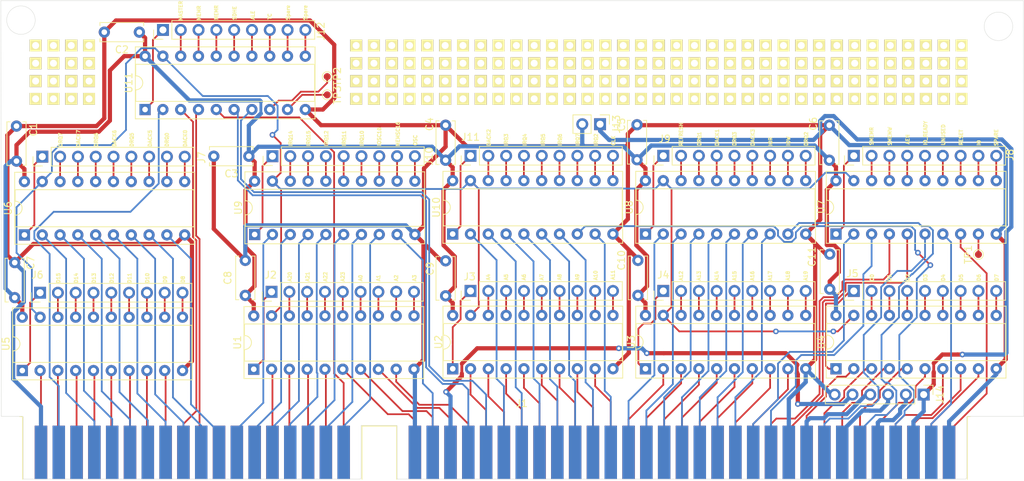
<source format=kicad_pcb>
(kicad_pcb (version 20171130) (host pcbnew "(5.1.9)-1")
  (layers (0 F.Cu signal) (31 B.Cu signal) (34 B.Paste user) (35 F.Paste user) (36 B.SilkS user) (37 F.SilkS user) (38 B.Mask user) (39 F.Mask user) (44 Edge.Cuts user))
  (net 0 "")
  (net 1 "Net-(J1-Pad88)")
  (net 2 "Net-(J1-Pad87)")
  (net 3 "Net-(J1-Pad86)")
  (net 4 "Net-(J1-Pad78)")
  (net 5 A20)
  (net 6 A21)
  (net 7 A22)
  (net 8 A23)
  (net 9 GND)
  (net 10 +5V)
  (net 11 A0)
  (net 12 A1)
  (net 13 A2)
  (net 14 A3)
  (net 15 A4)
  (net 16 A5)
  (net 17 A6)
  (net 18 A7)
  (net 19 A8)
  (net 20 A9)
  (net 21 A10)
  (net 22 A11)
  (net 23 A12)
  (net 24 A13)
  (net 25 A14)
  (net 26 A15)
  (net 27 A16)
  (net 28 A17)
  (net 29 A18)
  (net 30 A19)
  (net 31 +12V)
  (net 32 -5V)
  (net 33 D15)
  (net 34 D14)
  (net 35 D13)
  (net 36 D12)
  (net 37 D11)
  (net 38 D10)
  (net 39 D9)
  (net 40 D8)
  (net 41 D0)
  (net 42 D1)
  (net 43 D2)
  (net 44 D3)
  (net 45 D4)
  (net 46 D5)
  (net 47 D6)
  (net 48 D7)
  (net 49 "Net-(J2-Pad8)")
  (net 50 "Net-(J2-Pad7)")
  (net 51 "Net-(J2-Pad6)")
  (net 52 "Net-(J2-Pad5)")
  (net 53 "Net-(J2-Pad4)")
  (net 54 "Net-(J2-Pad3)")
  (net 55 "Net-(J2-Pad2)")
  (net 56 "Net-(J2-Pad1)")
  (net 57 "Net-(J3-Pad8)")
  (net 58 "Net-(J3-Pad7)")
  (net 59 "Net-(J3-Pad6)")
  (net 60 "Net-(J3-Pad5)")
  (net 61 "Net-(J3-Pad4)")
  (net 62 "Net-(J3-Pad3)")
  (net 63 "Net-(J3-Pad2)")
  (net 64 "Net-(J3-Pad1)")
  (net 65 "Net-(J4-Pad8)")
  (net 66 "Net-(J4-Pad7)")
  (net 67 "Net-(J4-Pad6)")
  (net 68 "Net-(J4-Pad5)")
  (net 69 "Net-(J4-Pad4)")
  (net 70 "Net-(J4-Pad3)")
  (net 71 "Net-(J4-Pad2)")
  (net 72 "Net-(J4-Pad1)")
  (net 73 "Net-(J5-Pad8)")
  (net 74 "Net-(J5-Pad7)")
  (net 75 "Net-(J5-Pad6)")
  (net 76 "Net-(J5-Pad5)")
  (net 77 "Net-(J5-Pad4)")
  (net 78 "Net-(J5-Pad3)")
  (net 79 "Net-(J5-Pad2)")
  (net 80 "Net-(J5-Pad1)")
  (net 81 "Net-(J6-Pad8)")
  (net 82 "Net-(J6-Pad7)")
  (net 83 "Net-(J6-Pad6)")
  (net 84 "Net-(J6-Pad5)")
  (net 85 "Net-(J6-Pad4)")
  (net 86 "Net-(J6-Pad3)")
  (net 87 "Net-(J6-Pad2)")
  (net 88 "Net-(J6-Pad1)")
  (net 89 DRQ7)
  (net 90 DACK7)
  (net 91 DRQ6)
  (net 92 DACK6)
  (net 93 DRQ5)
  (net 94 DACK5)
  (net 95 DRQ0)
  (net 96 DACK0)
  (net 97 IRQ14)
  (net 98 IRQ15)
  (net 99 IRQ12)
  (net 100 IRQ11)
  (net 101 IRQ10)
  (net 102 IRQ3)
  (net 103 IRQ4)
  (net 104 IRQ5)
  (net 105 IRQ6)
  (net 106 IRQ7)
  (net 107 DRQ1)
  (net 108 DRQ3)
  (net 109 DRQ2)
  (net 110 IRQ2)
  (net 111 "Net-(J7-Pad8)")
  (net 112 "Net-(J7-Pad7)")
  (net 113 "Net-(J7-Pad6)")
  (net 114 "Net-(J7-Pad5)")
  (net 115 "Net-(J7-Pad4)")
  (net 116 "Net-(J7-Pad3)")
  (net 117 "Net-(J7-Pad2)")
  (net 118 "Net-(J7-Pad1)")
  (net 119 MEMW)
  (net 120 MEMR)
  (net 121 SDHE)
  (net 122 IOCS16)
  (net 123 MEMCS16)
  (net 124 AEN)
  (net 125 IO_READY)
  (net 126 IO)
  (net 127 OSC)
  (net 128 REFRESH)
  (net 129 DACK1)
  (net 130 DACK3)
  (net 131 IOR)
  (net 132 IOW)
  (net 133 SMEMR)
  (net 134 SMEMW)
  (net 135 UNUSED)
  (net 136 RESET)
  (net 137 "Net-(J8-Pad8)")
  (net 138 "Net-(J8-Pad7)")
  (net 139 "Net-(J8-Pad6)")
  (net 140 "Net-(J8-Pad5)")
  (net 141 "Net-(J8-Pad4)")
  (net 142 "Net-(J8-Pad3)")
  (net 143 "Net-(J8-Pad2)")
  (net 144 "Net-(J8-Pad1)")
  (net 145 "Net-(J9-Pad8)")
  (net 146 "Net-(J9-Pad7)")
  (net 147 "Net-(J9-Pad6)")
  (net 148 "Net-(J9-Pad5)")
  (net 149 "Net-(J9-Pad4)")
  (net 150 "Net-(J9-Pad3)")
  (net 151 "Net-(J9-Pad2)")
  (net 152 "Net-(J9-Pad1)")
  (net 153 "Net-(J10-Pad8)")
  (net 154 "Net-(J10-Pad7)")
  (net 155 "Net-(J10-Pad6)")
  (net 156 "Net-(J10-Pad5)")
  (net 157 "Net-(J10-Pad4)")
  (net 158 "Net-(J10-Pad3)")
  (net 159 "Net-(J10-Pad2)")
  (net 160 "Net-(J10-Pad1)")
  (net 161 DACK2)
  (net 162 CLK)
  (net 163 "Net-(J11-Pad8)")
  (net 164 "Net-(J11-Pad7)")
  (net 165 "Net-(J11-Pad6)")
  (net 166 "Net-(J11-Pad5)")
  (net 167 "Net-(J11-Pad4)")
  (net 168 "Net-(J11-Pad3)")
  (net 169 "Net-(J11-Pad2)")
  (net 170 "Net-(J11-Pad1)")
  (net 171 MASTER)
  (net 172 VCC)
  (net 173 ALE)
  (net 174 TC)
  (net 175 "Net-(J12-Pad8)")
  (net 176 "Net-(J12-Pad7)")
  (net 177 "Net-(J12-Pad6)")
  (net 178 "Net-(J12-Pad5)")
  (net 179 "Net-(J12-Pad4)")
  (net 180 "Net-(J12-Pad3)")
  (net 181 "Net-(J12-Pad2)")
  (net 182 "Net-(J12-Pad1)")
  (net 183 "Net-(J2-Pad9)")
  (net 184 CE)
  (net 185 LOG_PWR)
  (net 186 "Net-(J3-Pad9)")
  (net 187 "Net-(J4-Pad9)")
  (net 188 "Net-(J5-Pad9)")
  (net 189 "Net-(J6-Pad9)")
  (net 190 "Net-(J7-Pad9)")
  (net 191 "Net-(J8-Pad9)")
  (net 192 "Net-(J9-Pad9)")
  (net 193 "Net-(J10-Pad9)")
  (net 194 "Net-(J11-Pad9)")
  (net 195 "Net-(J12-Pad9)")
  (net 196 "Net-(TP1-Pad1)")
  (net 197 "Net-(TP2-Pad1)")
  (net 198 "Net-(TP3-Pad1)")
  (net 199 -12V)
  (module kicad_wrk:PROTO-GRID4X4-100-SQUARE (layer F.Cu) (at 41.5925 91.8845)
    (fp_text reference "" hide)
    (fp_text value "")
    (pad 1 thru_hole rect (at 2.54 -5.08) (size 1.7 1.7) (drill 1) (layers *.Cu *.Mask F.SilkS))
    (pad 2 thru_hole rect (at 5.08 -5.08) (size 1.7 1.7) (drill 1) (layers *.Cu *.Mask F.SilkS))
    (pad 3 thru_hole rect (at 5.08 -2.54) (size 1.7 1.7) (drill 1) (layers *.Cu *.Mask F.SilkS))
    (pad 4 thru_hole rect (at 2.54 -2.54) (size 1.7 1.7) (drill 1) (layers *.Cu *.Mask F.SilkS))
    (pad 5 thru_hole rect (at 0 -2.54) (size 1.7 1.7) (drill 1) (layers *.Cu *.Mask F.SilkS))
    (pad 6 thru_hole rect (at 0 -5.08) (size 1.7 1.7) (drill 1) (layers *.Cu *.Mask F.SilkS))
    (pad 7 thru_hole rect (at 0 -7.62) (size 1.7 1.7) (drill 1) (layers *.Cu *.Mask F.SilkS))
    (pad 8 thru_hole rect (at 2.54 -7.62) (size 1.7 1.7) (drill 1) (layers *.Cu *.Mask F.SilkS))
    (pad 9 thru_hole rect (at 5.08 -7.62) (size 1.7 1.7) (drill 1) (layers *.Cu *.Mask F.SilkS))
    (pad 10 thru_hole rect (at 7.62 -7.62) (size 1.7 1.7) (drill 1) (layers *.Cu *.Mask F.SilkS))
    (pad 11 thru_hole rect (at 7.62 -5.08) (size 1.7 1.7) (drill 1) (layers *.Cu *.Mask F.SilkS))
    (pad 12 thru_hole rect (at 7.62 -2.54) (size 1.7 1.7) (drill 1) (layers *.Cu *.Mask F.SilkS))
    (pad 13 thru_hole rect (at 7.62 0) (size 1.7 1.7) (drill 1) (layers *.Cu *.Mask F.SilkS))
    (pad 14 thru_hole rect (at 5.08 0) (size 1.7 1.7) (drill 1) (layers *.Cu *.Mask F.SilkS))
    (pad 15 thru_hole rect (at 2.54 0) (size 1.7 1.7) (drill 1) (layers *.Cu *.Mask F.SilkS))
    (pad 16 thru_hole rect (at 0 0) (size 1.7 1.7) (drill 1) (layers *.Cu *.Mask F.SilkS))
  )
  (module kicad_wrk:PROTO-GRID4X4-100-SQUARE (layer F.Cu) (at 166.0525 91.8845)
    (fp_text reference "" hide)
    (fp_text value "")
    (pad 1 thru_hole rect (at 2.54 -5.08) (size 1.7 1.7) (drill 1) (layers *.Cu *.Mask F.SilkS))
    (pad 2 thru_hole rect (at 5.08 -5.08) (size 1.7 1.7) (drill 1) (layers *.Cu *.Mask F.SilkS))
    (pad 3 thru_hole rect (at 5.08 -2.54) (size 1.7 1.7) (drill 1) (layers *.Cu *.Mask F.SilkS))
    (pad 4 thru_hole rect (at 2.54 -2.54) (size 1.7 1.7) (drill 1) (layers *.Cu *.Mask F.SilkS))
    (pad 5 thru_hole rect (at 0 -2.54) (size 1.7 1.7) (drill 1) (layers *.Cu *.Mask F.SilkS))
    (pad 6 thru_hole rect (at 0 -5.08) (size 1.7 1.7) (drill 1) (layers *.Cu *.Mask F.SilkS))
    (pad 7 thru_hole rect (at 0 -7.62) (size 1.7 1.7) (drill 1) (layers *.Cu *.Mask F.SilkS))
    (pad 8 thru_hole rect (at 2.54 -7.62) (size 1.7 1.7) (drill 1) (layers *.Cu *.Mask F.SilkS))
    (pad 9 thru_hole rect (at 5.08 -7.62) (size 1.7 1.7) (drill 1) (layers *.Cu *.Mask F.SilkS))
    (pad 10 thru_hole rect (at 7.62 -7.62) (size 1.7 1.7) (drill 1) (layers *.Cu *.Mask F.SilkS))
    (pad 11 thru_hole rect (at 7.62 -5.08) (size 1.7 1.7) (drill 1) (layers *.Cu *.Mask F.SilkS))
    (pad 12 thru_hole rect (at 7.62 -2.54) (size 1.7 1.7) (drill 1) (layers *.Cu *.Mask F.SilkS))
    (pad 13 thru_hole rect (at 7.62 0) (size 1.7 1.7) (drill 1) (layers *.Cu *.Mask F.SilkS))
    (pad 14 thru_hole rect (at 5.08 0) (size 1.7 1.7) (drill 1) (layers *.Cu *.Mask F.SilkS))
    (pad 15 thru_hole rect (at 2.54 0) (size 1.7 1.7) (drill 1) (layers *.Cu *.Mask F.SilkS))
    (pad 16 thru_hole rect (at 0 0) (size 1.7 1.7) (drill 1) (layers *.Cu *.Mask F.SilkS))
  )
  (module kicad_wrk:PROTO-GRID4X4-100-SQUARE (layer F.Cu) (at 155.8925 91.8845)
    (fp_text reference "" hide)
    (fp_text value "")
    (pad 1 thru_hole rect (at 2.54 -5.08) (size 1.7 1.7) (drill 1) (layers *.Cu *.Mask F.SilkS))
    (pad 2 thru_hole rect (at 5.08 -5.08) (size 1.7 1.7) (drill 1) (layers *.Cu *.Mask F.SilkS))
    (pad 3 thru_hole rect (at 5.08 -2.54) (size 1.7 1.7) (drill 1) (layers *.Cu *.Mask F.SilkS))
    (pad 4 thru_hole rect (at 2.54 -2.54) (size 1.7 1.7) (drill 1) (layers *.Cu *.Mask F.SilkS))
    (pad 5 thru_hole rect (at 0 -2.54) (size 1.7 1.7) (drill 1) (layers *.Cu *.Mask F.SilkS))
    (pad 6 thru_hole rect (at 0 -5.08) (size 1.7 1.7) (drill 1) (layers *.Cu *.Mask F.SilkS))
    (pad 7 thru_hole rect (at 0 -7.62) (size 1.7 1.7) (drill 1) (layers *.Cu *.Mask F.SilkS))
    (pad 8 thru_hole rect (at 2.54 -7.62) (size 1.7 1.7) (drill 1) (layers *.Cu *.Mask F.SilkS))
    (pad 9 thru_hole rect (at 5.08 -7.62) (size 1.7 1.7) (drill 1) (layers *.Cu *.Mask F.SilkS))
    (pad 10 thru_hole rect (at 7.62 -7.62) (size 1.7 1.7) (drill 1) (layers *.Cu *.Mask F.SilkS))
    (pad 11 thru_hole rect (at 7.62 -5.08) (size 1.7 1.7) (drill 1) (layers *.Cu *.Mask F.SilkS))
    (pad 12 thru_hole rect (at 7.62 -2.54) (size 1.7 1.7) (drill 1) (layers *.Cu *.Mask F.SilkS))
    (pad 13 thru_hole rect (at 7.62 0) (size 1.7 1.7) (drill 1) (layers *.Cu *.Mask F.SilkS))
    (pad 14 thru_hole rect (at 5.08 0) (size 1.7 1.7) (drill 1) (layers *.Cu *.Mask F.SilkS))
    (pad 15 thru_hole rect (at 2.54 0) (size 1.7 1.7) (drill 1) (layers *.Cu *.Mask F.SilkS))
    (pad 16 thru_hole rect (at 0 0) (size 1.7 1.7) (drill 1) (layers *.Cu *.Mask F.SilkS))
  )
  (module kicad_wrk:PROTO-GRID4X4-100-SQUARE (layer F.Cu) (at 145.7325 91.8845)
    (fp_text reference "" hide)
    (fp_text value "")
    (pad 1 thru_hole rect (at 2.54 -5.08) (size 1.7 1.7) (drill 1) (layers *.Cu *.Mask F.SilkS))
    (pad 2 thru_hole rect (at 5.08 -5.08) (size 1.7 1.7) (drill 1) (layers *.Cu *.Mask F.SilkS))
    (pad 3 thru_hole rect (at 5.08 -2.54) (size 1.7 1.7) (drill 1) (layers *.Cu *.Mask F.SilkS))
    (pad 4 thru_hole rect (at 2.54 -2.54) (size 1.7 1.7) (drill 1) (layers *.Cu *.Mask F.SilkS))
    (pad 5 thru_hole rect (at 0 -2.54) (size 1.7 1.7) (drill 1) (layers *.Cu *.Mask F.SilkS))
    (pad 6 thru_hole rect (at 0 -5.08) (size 1.7 1.7) (drill 1) (layers *.Cu *.Mask F.SilkS))
    (pad 7 thru_hole rect (at 0 -7.62) (size 1.7 1.7) (drill 1) (layers *.Cu *.Mask F.SilkS))
    (pad 8 thru_hole rect (at 2.54 -7.62) (size 1.7 1.7) (drill 1) (layers *.Cu *.Mask F.SilkS))
    (pad 9 thru_hole rect (at 5.08 -7.62) (size 1.7 1.7) (drill 1) (layers *.Cu *.Mask F.SilkS))
    (pad 10 thru_hole rect (at 7.62 -7.62) (size 1.7 1.7) (drill 1) (layers *.Cu *.Mask F.SilkS))
    (pad 11 thru_hole rect (at 7.62 -5.08) (size 1.7 1.7) (drill 1) (layers *.Cu *.Mask F.SilkS))
    (pad 12 thru_hole rect (at 7.62 -2.54) (size 1.7 1.7) (drill 1) (layers *.Cu *.Mask F.SilkS))
    (pad 13 thru_hole rect (at 7.62 0) (size 1.7 1.7) (drill 1) (layers *.Cu *.Mask F.SilkS))
    (pad 14 thru_hole rect (at 5.08 0) (size 1.7 1.7) (drill 1) (layers *.Cu *.Mask F.SilkS))
    (pad 15 thru_hole rect (at 2.54 0) (size 1.7 1.7) (drill 1) (layers *.Cu *.Mask F.SilkS))
    (pad 16 thru_hole rect (at 0 0) (size 1.7 1.7) (drill 1) (layers *.Cu *.Mask F.SilkS))
  )
  (module kicad_wrk:PROTO-GRID4X4-100-SQUARE (layer F.Cu) (at 135.5725 91.8845)
    (fp_text reference "" hide)
    (fp_text value "")
    (pad 1 thru_hole rect (at 2.54 -5.08) (size 1.7 1.7) (drill 1) (layers *.Cu *.Mask F.SilkS))
    (pad 2 thru_hole rect (at 5.08 -5.08) (size 1.7 1.7) (drill 1) (layers *.Cu *.Mask F.SilkS))
    (pad 3 thru_hole rect (at 5.08 -2.54) (size 1.7 1.7) (drill 1) (layers *.Cu *.Mask F.SilkS))
    (pad 4 thru_hole rect (at 2.54 -2.54) (size 1.7 1.7) (drill 1) (layers *.Cu *.Mask F.SilkS))
    (pad 5 thru_hole rect (at 0 -2.54) (size 1.7 1.7) (drill 1) (layers *.Cu *.Mask F.SilkS))
    (pad 6 thru_hole rect (at 0 -5.08) (size 1.7 1.7) (drill 1) (layers *.Cu *.Mask F.SilkS))
    (pad 7 thru_hole rect (at 0 -7.62) (size 1.7 1.7) (drill 1) (layers *.Cu *.Mask F.SilkS))
    (pad 8 thru_hole rect (at 2.54 -7.62) (size 1.7 1.7) (drill 1) (layers *.Cu *.Mask F.SilkS))
    (pad 9 thru_hole rect (at 5.08 -7.62) (size 1.7 1.7) (drill 1) (layers *.Cu *.Mask F.SilkS))
    (pad 10 thru_hole rect (at 7.62 -7.62) (size 1.7 1.7) (drill 1) (layers *.Cu *.Mask F.SilkS))
    (pad 11 thru_hole rect (at 7.62 -5.08) (size 1.7 1.7) (drill 1) (layers *.Cu *.Mask F.SilkS))
    (pad 12 thru_hole rect (at 7.62 -2.54) (size 1.7 1.7) (drill 1) (layers *.Cu *.Mask F.SilkS))
    (pad 13 thru_hole rect (at 7.62 0) (size 1.7 1.7) (drill 1) (layers *.Cu *.Mask F.SilkS))
    (pad 14 thru_hole rect (at 5.08 0) (size 1.7 1.7) (drill 1) (layers *.Cu *.Mask F.SilkS))
    (pad 15 thru_hole rect (at 2.54 0) (size 1.7 1.7) (drill 1) (layers *.Cu *.Mask F.SilkS))
    (pad 16 thru_hole rect (at 0 0) (size 1.7 1.7) (drill 1) (layers *.Cu *.Mask F.SilkS))
  )
  (module kicad_wrk:PROTO-GRID4X4-100-SQUARE (layer F.Cu) (at 125.4125 91.8845)
    (fp_text reference "" hide)
    (fp_text value "")
    (pad 1 thru_hole rect (at 2.54 -5.08) (size 1.7 1.7) (drill 1) (layers *.Cu *.Mask F.SilkS))
    (pad 2 thru_hole rect (at 5.08 -5.08) (size 1.7 1.7) (drill 1) (layers *.Cu *.Mask F.SilkS))
    (pad 3 thru_hole rect (at 5.08 -2.54) (size 1.7 1.7) (drill 1) (layers *.Cu *.Mask F.SilkS))
    (pad 4 thru_hole rect (at 2.54 -2.54) (size 1.7 1.7) (drill 1) (layers *.Cu *.Mask F.SilkS))
    (pad 5 thru_hole rect (at 0 -2.54) (size 1.7 1.7) (drill 1) (layers *.Cu *.Mask F.SilkS))
    (pad 6 thru_hole rect (at 0 -5.08) (size 1.7 1.7) (drill 1) (layers *.Cu *.Mask F.SilkS))
    (pad 7 thru_hole rect (at 0 -7.62) (size 1.7 1.7) (drill 1) (layers *.Cu *.Mask F.SilkS))
    (pad 8 thru_hole rect (at 2.54 -7.62) (size 1.7 1.7) (drill 1) (layers *.Cu *.Mask F.SilkS))
    (pad 9 thru_hole rect (at 5.08 -7.62) (size 1.7 1.7) (drill 1) (layers *.Cu *.Mask F.SilkS))
    (pad 10 thru_hole rect (at 7.62 -7.62) (size 1.7 1.7) (drill 1) (layers *.Cu *.Mask F.SilkS))
    (pad 11 thru_hole rect (at 7.62 -5.08) (size 1.7 1.7) (drill 1) (layers *.Cu *.Mask F.SilkS))
    (pad 12 thru_hole rect (at 7.62 -2.54) (size 1.7 1.7) (drill 1) (layers *.Cu *.Mask F.SilkS))
    (pad 13 thru_hole rect (at 7.62 0) (size 1.7 1.7) (drill 1) (layers *.Cu *.Mask F.SilkS))
    (pad 14 thru_hole rect (at 5.08 0) (size 1.7 1.7) (drill 1) (layers *.Cu *.Mask F.SilkS))
    (pad 15 thru_hole rect (at 2.54 0) (size 1.7 1.7) (drill 1) (layers *.Cu *.Mask F.SilkS))
    (pad 16 thru_hole rect (at 0 0) (size 1.7 1.7) (drill 1) (layers *.Cu *.Mask F.SilkS))
  )
  (module kicad_wrk:PROTO-GRID4X4-100-SQUARE (layer F.Cu) (at 115.2525 91.8845)
    (fp_text reference "" hide)
    (fp_text value "")
    (pad 1 thru_hole rect (at 2.54 -5.08) (size 1.7 1.7) (drill 1) (layers *.Cu *.Mask F.SilkS))
    (pad 2 thru_hole rect (at 5.08 -5.08) (size 1.7 1.7) (drill 1) (layers *.Cu *.Mask F.SilkS))
    (pad 3 thru_hole rect (at 5.08 -2.54) (size 1.7 1.7) (drill 1) (layers *.Cu *.Mask F.SilkS))
    (pad 4 thru_hole rect (at 2.54 -2.54) (size 1.7 1.7) (drill 1) (layers *.Cu *.Mask F.SilkS))
    (pad 5 thru_hole rect (at 0 -2.54) (size 1.7 1.7) (drill 1) (layers *.Cu *.Mask F.SilkS))
    (pad 6 thru_hole rect (at 0 -5.08) (size 1.7 1.7) (drill 1) (layers *.Cu *.Mask F.SilkS))
    (pad 7 thru_hole rect (at 0 -7.62) (size 1.7 1.7) (drill 1) (layers *.Cu *.Mask F.SilkS))
    (pad 8 thru_hole rect (at 2.54 -7.62) (size 1.7 1.7) (drill 1) (layers *.Cu *.Mask F.SilkS))
    (pad 9 thru_hole rect (at 5.08 -7.62) (size 1.7 1.7) (drill 1) (layers *.Cu *.Mask F.SilkS))
    (pad 10 thru_hole rect (at 7.62 -7.62) (size 1.7 1.7) (drill 1) (layers *.Cu *.Mask F.SilkS))
    (pad 11 thru_hole rect (at 7.62 -5.08) (size 1.7 1.7) (drill 1) (layers *.Cu *.Mask F.SilkS))
    (pad 12 thru_hole rect (at 7.62 -2.54) (size 1.7 1.7) (drill 1) (layers *.Cu *.Mask F.SilkS))
    (pad 13 thru_hole rect (at 7.62 0) (size 1.7 1.7) (drill 1) (layers *.Cu *.Mask F.SilkS))
    (pad 14 thru_hole rect (at 5.08 0) (size 1.7 1.7) (drill 1) (layers *.Cu *.Mask F.SilkS))
    (pad 15 thru_hole rect (at 2.54 0) (size 1.7 1.7) (drill 1) (layers *.Cu *.Mask F.SilkS))
    (pad 16 thru_hole rect (at 0 0) (size 1.7 1.7) (drill 1) (layers *.Cu *.Mask F.SilkS))
  )
  (module kicad_wrk:PROTO-GRID4X4-100-SQUARE (layer F.Cu) (at 107.6325 91.8845)
    (fp_text reference "" hide)
    (fp_text value "")
    (pad 16 thru_hole rect (at 0 0) (size 1.7 1.7) (drill 1) (layers *.Cu *.Mask F.SilkS))
    (pad 15 thru_hole rect (at 2.54 0) (size 1.7 1.7) (drill 1) (layers *.Cu *.Mask F.SilkS))
    (pad 14 thru_hole rect (at 5.08 0) (size 1.7 1.7) (drill 1) (layers *.Cu *.Mask F.SilkS))
    (pad 13 thru_hole rect (at 7.62 0) (size 1.7 1.7) (drill 1) (layers *.Cu *.Mask F.SilkS))
    (pad 12 thru_hole rect (at 7.62 -2.54) (size 1.7 1.7) (drill 1) (layers *.Cu *.Mask F.SilkS))
    (pad 11 thru_hole rect (at 7.62 -5.08) (size 1.7 1.7) (drill 1) (layers *.Cu *.Mask F.SilkS))
    (pad 10 thru_hole rect (at 7.62 -7.62) (size 1.7 1.7) (drill 1) (layers *.Cu *.Mask F.SilkS))
    (pad 9 thru_hole rect (at 5.08 -7.62) (size 1.7 1.7) (drill 1) (layers *.Cu *.Mask F.SilkS))
    (pad 8 thru_hole rect (at 2.54 -7.62) (size 1.7 1.7) (drill 1) (layers *.Cu *.Mask F.SilkS))
    (pad 7 thru_hole rect (at 0 -7.62) (size 1.7 1.7) (drill 1) (layers *.Cu *.Mask F.SilkS))
    (pad 6 thru_hole rect (at 0 -5.08) (size 1.7 1.7) (drill 1) (layers *.Cu *.Mask F.SilkS))
    (pad 5 thru_hole rect (at 0 -2.54) (size 1.7 1.7) (drill 1) (layers *.Cu *.Mask F.SilkS))
    (pad 4 thru_hole rect (at 2.54 -2.54) (size 1.7 1.7) (drill 1) (layers *.Cu *.Mask F.SilkS))
    (pad 3 thru_hole rect (at 5.08 -2.54) (size 1.7 1.7) (drill 1) (layers *.Cu *.Mask F.SilkS))
    (pad 2 thru_hole rect (at 5.08 -5.08) (size 1.7 1.7) (drill 1) (layers *.Cu *.Mask F.SilkS))
    (pad 1 thru_hole rect (at 2.54 -5.08) (size 1.7 1.7) (drill 1) (layers *.Cu *.Mask F.SilkS))
  )
  (module kicad_wrk:PROTO-GRID4X4-100-SQUARE (layer F.Cu) (at 97.4725 91.8845)
    (fp_text reference "" hide)
    (fp_text value "")
    (pad 16 thru_hole rect (at 0 0) (size 1.7 1.7) (drill 1) (layers *.Cu *.Mask F.SilkS))
    (pad 15 thru_hole rect (at 2.54 0) (size 1.7 1.7) (drill 1) (layers *.Cu *.Mask F.SilkS))
    (pad 14 thru_hole rect (at 5.08 0) (size 1.7 1.7) (drill 1) (layers *.Cu *.Mask F.SilkS))
    (pad 13 thru_hole rect (at 7.62 0) (size 1.7 1.7) (drill 1) (layers *.Cu *.Mask F.SilkS))
    (pad 12 thru_hole rect (at 7.62 -2.54) (size 1.7 1.7) (drill 1) (layers *.Cu *.Mask F.SilkS))
    (pad 11 thru_hole rect (at 7.62 -5.08) (size 1.7 1.7) (drill 1) (layers *.Cu *.Mask F.SilkS))
    (pad 10 thru_hole rect (at 7.62 -7.62) (size 1.7 1.7) (drill 1) (layers *.Cu *.Mask F.SilkS))
    (pad 9 thru_hole rect (at 5.08 -7.62) (size 1.7 1.7) (drill 1) (layers *.Cu *.Mask F.SilkS))
    (pad 8 thru_hole rect (at 2.54 -7.62) (size 1.7 1.7) (drill 1) (layers *.Cu *.Mask F.SilkS))
    (pad 7 thru_hole rect (at 0 -7.62) (size 1.7 1.7) (drill 1) (layers *.Cu *.Mask F.SilkS))
    (pad 6 thru_hole rect (at 0 -5.08) (size 1.7 1.7) (drill 1) (layers *.Cu *.Mask F.SilkS))
    (pad 5 thru_hole rect (at 0 -2.54) (size 1.7 1.7) (drill 1) (layers *.Cu *.Mask F.SilkS))
    (pad 4 thru_hole rect (at 2.54 -2.54) (size 1.7 1.7) (drill 1) (layers *.Cu *.Mask F.SilkS))
    (pad 3 thru_hole rect (at 5.08 -2.54) (size 1.7 1.7) (drill 1) (layers *.Cu *.Mask F.SilkS))
    (pad 2 thru_hole rect (at 5.08 -5.08) (size 1.7 1.7) (drill 1) (layers *.Cu *.Mask F.SilkS))
    (pad 1 thru_hole rect (at 2.54 -5.08) (size 1.7 1.7) (drill 1) (layers *.Cu *.Mask F.SilkS))
  )
  (module kicad_wrk:PROTO-GRID4X4-100-SQUARE (layer F.Cu) (at 87.3125 91.8845)
    (fp_text reference "" hide)
    (fp_text value "")
    (pad 16 thru_hole rect (at 0 0) (size 1.7 1.7) (drill 1) (layers *.Cu *.Mask F.SilkS))
    (pad 15 thru_hole rect (at 2.54 0) (size 1.7 1.7) (drill 1) (layers *.Cu *.Mask F.SilkS))
    (pad 14 thru_hole rect (at 5.08 0) (size 1.7 1.7) (drill 1) (layers *.Cu *.Mask F.SilkS))
    (pad 13 thru_hole rect (at 7.62 0) (size 1.7 1.7) (drill 1) (layers *.Cu *.Mask F.SilkS))
    (pad 12 thru_hole rect (at 7.62 -2.54) (size 1.7 1.7) (drill 1) (layers *.Cu *.Mask F.SilkS))
    (pad 11 thru_hole rect (at 7.62 -5.08) (size 1.7 1.7) (drill 1) (layers *.Cu *.Mask F.SilkS))
    (pad 10 thru_hole rect (at 7.62 -7.62) (size 1.7 1.7) (drill 1) (layers *.Cu *.Mask F.SilkS))
    (pad 9 thru_hole rect (at 5.08 -7.62) (size 1.7 1.7) (drill 1) (layers *.Cu *.Mask F.SilkS))
    (pad 8 thru_hole rect (at 2.54 -7.62) (size 1.7 1.7) (drill 1) (layers *.Cu *.Mask F.SilkS))
    (pad 7 thru_hole rect (at 0 -7.62) (size 1.7 1.7) (drill 1) (layers *.Cu *.Mask F.SilkS))
    (pad 6 thru_hole rect (at 0 -5.08) (size 1.7 1.7) (drill 1) (layers *.Cu *.Mask F.SilkS))
    (pad 5 thru_hole rect (at 0 -2.54) (size 1.7 1.7) (drill 1) (layers *.Cu *.Mask F.SilkS))
    (pad 4 thru_hole rect (at 2.54 -2.54) (size 1.7 1.7) (drill 1) (layers *.Cu *.Mask F.SilkS))
    (pad 3 thru_hole rect (at 5.08 -2.54) (size 1.7 1.7) (drill 1) (layers *.Cu *.Mask F.SilkS))
    (pad 2 thru_hole rect (at 5.08 -5.08) (size 1.7 1.7) (drill 1) (layers *.Cu *.Mask F.SilkS))
    (pad 1 thru_hole rect (at 2.54 -5.08) (size 1.7 1.7) (drill 1) (layers *.Cu *.Mask F.SilkS))
  )
  (module Connector_PinHeader_2.54mm:PinHeader_1x02_P2.54mm_Vertical (layer F.Cu) (at 122.1105 95.504 270)
    (fp_text reference J13 (at 0 -2.33 90) (layer F.SilkS))
    (fp_text value LOG_PWR)
    (pad 2 thru_hole oval (at 0 2.54 270) (size 1.7 1.7) (drill 1) (layers *.Cu *.Mask) (net 185 LOG_PWR))
    (pad 1 thru_hole rect (at 0 0 270) (size 1.7 1.7) (drill 1) (layers *.Cu *.Mask) (net 10 +5V))
  )
  (module Connector_PinHeader_2.54mm:PinHeader_1x06_P2.54mm_Vertical (layer F.Cu) (at 168.275 134.112 270)
    (fp_text reference J14 (at 0 -2.33 90) (layer F.SilkS))
    (fp_text value POWER)
    (pad 6 thru_hole oval (at 0 12.7 270) (size 1.7 1.7) (drill 1) (layers *.Cu *.Mask) (net 9 GND))
    (pad 5 thru_hole oval (at 0 10.16 270) (size 1.7 1.7) (drill 1) (layers *.Cu *.Mask) (net 172 VCC))
    (pad 4 thru_hole oval (at 0 7.62 270) (size 1.7 1.7) (drill 1) (layers *.Cu *.Mask) (net 31 +12V))
    (pad 3 thru_hole oval (at 0 5.08 270) (size 1.7 1.7) (drill 1) (layers *.Cu *.Mask) (net 199 -12V))
    (pad 2 thru_hole oval (at 0 2.54 270) (size 1.7 1.7) (drill 1) (layers *.Cu *.Mask) (net 32 -5V))
    (pad 1 thru_hole rect (at 0 0 270) (size 1.7 1.7) (drill 1) (layers *.Cu *.Mask) (net 10 +5V))
  )
  (module TestPoint:TestPoint_Pad_D1.0mm (layer F.Cu) (at 83.185 91.313 270)
    (fp_text reference TP3 (at 0 -1.448 90) (layer F.SilkS))
    (fp_text value Spare3)
    (pad 1 smd circle (at 0 0 270) (size 1 1) (layers F.Cu F.Mask) (net 198 "Net-(TP3-Pad1)"))
  )
  (module TestPoint:TestPoint_Pad_D1.0mm (layer F.Cu) (at 83.185 88.7095 270)
    (fp_text reference TP2 (at 0 -1.448 90) (layer F.SilkS))
    (fp_text value Spare2)
    (pad 1 smd circle (at 0 0 270) (size 1 1) (layers F.Cu F.Mask) (net 197 "Net-(TP2-Pad1)"))
  )
  (module TestPoint:TestPoint_Pad_D1.0mm (layer F.Cu) (at 176.0855 114.1095 90)
    (fp_text reference TP1 (at 0 -1.448 90) (layer F.SilkS))
    (fp_text value Spare1)
    (pad 1 smd circle (at 0 0 90) (size 1 1) (layers F.Cu F.Mask) (net 196 "Net-(TP1-Pad1)"))
  )
  (module Connector_PinHeader_2.54mm:PinHeader_1x09_P2.54mm_Vertical (layer F.Cu) (at 59.7535 82.042 90)
    (fp_text reference J12 (at -0.1905 22.5425 90) (layer F.SilkS))
    (fp_text value IO3)
    (pad 9 thru_hole oval (at 0 20.32 90) (size 1.7 1.7) (drill 1) (layers *.Cu *.Mask) (net 195 "Net-(J12-Pad9)"))
    (pad 8 thru_hole oval (at 0 17.78 90) (size 1.7 1.7) (drill 1) (layers *.Cu *.Mask) (net 175 "Net-(J12-Pad8)"))
    (pad 7 thru_hole oval (at 0 15.24 90) (size 1.7 1.7) (drill 1) (layers *.Cu *.Mask) (net 176 "Net-(J12-Pad7)"))
    (pad 6 thru_hole oval (at 0 12.7 90) (size 1.7 1.7) (drill 1) (layers *.Cu *.Mask) (net 177 "Net-(J12-Pad6)"))
    (pad 5 thru_hole oval (at 0 10.16 90) (size 1.7 1.7) (drill 1) (layers *.Cu *.Mask) (net 178 "Net-(J12-Pad5)"))
    (pad 4 thru_hole oval (at 0 7.62 90) (size 1.7 1.7) (drill 1) (layers *.Cu *.Mask) (net 179 "Net-(J12-Pad4)"))
    (pad 3 thru_hole oval (at 0 5.08 90) (size 1.7 1.7) (drill 1) (layers *.Cu *.Mask) (net 180 "Net-(J12-Pad3)"))
    (pad 2 thru_hole oval (at 0 2.54 90) (size 1.7 1.7) (drill 1) (layers *.Cu *.Mask) (net 181 "Net-(J12-Pad2)"))
    (pad 1 thru_hole rect (at 0 0 90) (size 1.7 1.7) (drill 1) (layers *.Cu *.Mask) (net 182 "Net-(J12-Pad1)"))
  )
  (module Connector_PinHeader_2.54mm:PinHeader_1x09_P2.54mm_Vertical (layer F.Cu) (at 103.632 100.0125 90)
    (fp_text reference J11 (at 2.667 0 180) (layer F.SilkS))
    (fp_text value IRQ,CLK,DACK2)
    (pad 9 thru_hole oval (at 0 20.32 90) (size 1.7 1.7) (drill 1) (layers *.Cu *.Mask) (net 194 "Net-(J11-Pad9)"))
    (pad 8 thru_hole oval (at 0 17.78 90) (size 1.7 1.7) (drill 1) (layers *.Cu *.Mask) (net 163 "Net-(J11-Pad8)"))
    (pad 7 thru_hole oval (at 0 15.24 90) (size 1.7 1.7) (drill 1) (layers *.Cu *.Mask) (net 164 "Net-(J11-Pad7)"))
    (pad 6 thru_hole oval (at 0 12.7 90) (size 1.7 1.7) (drill 1) (layers *.Cu *.Mask) (net 165 "Net-(J11-Pad6)"))
    (pad 5 thru_hole oval (at 0 10.16 90) (size 1.7 1.7) (drill 1) (layers *.Cu *.Mask) (net 166 "Net-(J11-Pad5)"))
    (pad 4 thru_hole oval (at 0 7.62 90) (size 1.7 1.7) (drill 1) (layers *.Cu *.Mask) (net 167 "Net-(J11-Pad4)"))
    (pad 3 thru_hole oval (at 0 5.08 90) (size 1.7 1.7) (drill 1) (layers *.Cu *.Mask) (net 168 "Net-(J11-Pad3)"))
    (pad 2 thru_hole oval (at 0 2.54 90) (size 1.7 1.7) (drill 1) (layers *.Cu *.Mask) (net 169 "Net-(J11-Pad2)"))
    (pad 1 thru_hole rect (at 0 0 90) (size 1.7 1.7) (drill 1) (layers *.Cu *.Mask) (net 170 "Net-(J11-Pad1)"))
  )
  (module Connector_PinHeader_2.54mm:PinHeader_1x09_P2.54mm_Vertical (layer F.Cu) (at 75.3745 100.076 90)
    (fp_text reference J10 (at 0 22.352 90) (layer F.SilkS))
    (fp_text value "IRQ and co")
    (pad 9 thru_hole oval (at 0 20.32 90) (size 1.7 1.7) (drill 1) (layers *.Cu *.Mask) (net 193 "Net-(J10-Pad9)"))
    (pad 8 thru_hole oval (at 0 17.78 90) (size 1.7 1.7) (drill 1) (layers *.Cu *.Mask) (net 153 "Net-(J10-Pad8)"))
    (pad 7 thru_hole oval (at 0 15.24 90) (size 1.7 1.7) (drill 1) (layers *.Cu *.Mask) (net 154 "Net-(J10-Pad7)"))
    (pad 6 thru_hole oval (at 0 12.7 90) (size 1.7 1.7) (drill 1) (layers *.Cu *.Mask) (net 155 "Net-(J10-Pad6)"))
    (pad 5 thru_hole oval (at 0 10.16 90) (size 1.7 1.7) (drill 1) (layers *.Cu *.Mask) (net 156 "Net-(J10-Pad5)"))
    (pad 4 thru_hole oval (at 0 7.62 90) (size 1.7 1.7) (drill 1) (layers *.Cu *.Mask) (net 157 "Net-(J10-Pad4)"))
    (pad 3 thru_hole oval (at 0 5.08 90) (size 1.7 1.7) (drill 1) (layers *.Cu *.Mask) (net 158 "Net-(J10-Pad3)"))
    (pad 2 thru_hole oval (at 0 2.54 90) (size 1.7 1.7) (drill 1) (layers *.Cu *.Mask) (net 159 "Net-(J10-Pad2)"))
    (pad 1 thru_hole rect (at 0 0 90) (size 1.7 1.7) (drill 1) (layers *.Cu *.Mask) (net 160 "Net-(J10-Pad1)"))
  )
  (module Connector_PinHeader_2.54mm:PinHeader_1x09_P2.54mm_Vertical (layer F.Cu) (at 131.1275 100.0125 90)
    (fp_text reference J9 (at 2.413 0.1905 180) (layer F.SilkS))
    (fp_text value IO2)
    (pad 9 thru_hole oval (at 0 20.32 90) (size 1.7 1.7) (drill 1) (layers *.Cu *.Mask) (net 192 "Net-(J9-Pad9)"))
    (pad 8 thru_hole oval (at 0 17.78 90) (size 1.7 1.7) (drill 1) (layers *.Cu *.Mask) (net 145 "Net-(J9-Pad8)"))
    (pad 7 thru_hole oval (at 0 15.24 90) (size 1.7 1.7) (drill 1) (layers *.Cu *.Mask) (net 146 "Net-(J9-Pad7)"))
    (pad 6 thru_hole oval (at 0 12.7 90) (size 1.7 1.7) (drill 1) (layers *.Cu *.Mask) (net 147 "Net-(J9-Pad6)"))
    (pad 5 thru_hole oval (at 0 10.16 90) (size 1.7 1.7) (drill 1) (layers *.Cu *.Mask) (net 148 "Net-(J9-Pad5)"))
    (pad 4 thru_hole oval (at 0 7.62 90) (size 1.7 1.7) (drill 1) (layers *.Cu *.Mask) (net 149 "Net-(J9-Pad4)"))
    (pad 3 thru_hole oval (at 0 5.08 90) (size 1.7 1.7) (drill 1) (layers *.Cu *.Mask) (net 150 "Net-(J9-Pad3)"))
    (pad 2 thru_hole oval (at 0 2.54 90) (size 1.7 1.7) (drill 1) (layers *.Cu *.Mask) (net 151 "Net-(J9-Pad2)"))
    (pad 1 thru_hole rect (at 0 0 90) (size 1.7 1.7) (drill 1) (layers *.Cu *.Mask) (net 152 "Net-(J9-Pad1)"))
  )
  (module Connector_PinHeader_2.54mm:PinHeader_1x09_P2.54mm_Vertical (layer F.Cu) (at 158.3055 100.0125 90)
    (fp_text reference J8 (at 0.127 22.2885 90) (layer F.SilkS))
    (fp_text value IO1)
    (pad 9 thru_hole oval (at 0 20.32 90) (size 1.7 1.7) (drill 1) (layers *.Cu *.Mask) (net 191 "Net-(J8-Pad9)"))
    (pad 8 thru_hole oval (at 0 17.78 90) (size 1.7 1.7) (drill 1) (layers *.Cu *.Mask) (net 137 "Net-(J8-Pad8)"))
    (pad 7 thru_hole oval (at 0 15.24 90) (size 1.7 1.7) (drill 1) (layers *.Cu *.Mask) (net 138 "Net-(J8-Pad7)"))
    (pad 6 thru_hole oval (at 0 12.7 90) (size 1.7 1.7) (drill 1) (layers *.Cu *.Mask) (net 139 "Net-(J8-Pad6)"))
    (pad 5 thru_hole oval (at 0 10.16 90) (size 1.7 1.7) (drill 1) (layers *.Cu *.Mask) (net 140 "Net-(J8-Pad5)"))
    (pad 4 thru_hole oval (at 0 7.62 90) (size 1.7 1.7) (drill 1) (layers *.Cu *.Mask) (net 141 "Net-(J8-Pad4)"))
    (pad 3 thru_hole oval (at 0 5.08 90) (size 1.7 1.7) (drill 1) (layers *.Cu *.Mask) (net 142 "Net-(J8-Pad3)"))
    (pad 2 thru_hole oval (at 0 2.54 90) (size 1.7 1.7) (drill 1) (layers *.Cu *.Mask) (net 143 "Net-(J8-Pad2)"))
    (pad 1 thru_hole rect (at 0 0 90) (size 1.7 1.7) (drill 1) (layers *.Cu *.Mask) (net 144 "Net-(J8-Pad1)"))
  )
  (module Connector_PinHeader_2.54mm:PinHeader_1x09_P2.54mm_Vertical (layer F.Cu) (at 42.545 100.1395 90)
    (fp_text reference J7 (at -0.127 22.733 90) (layer F.SilkS))
    (fp_text value "DACK0,DACK5-7(DRQ)")
    (pad 9 thru_hole oval (at 0 20.32 90) (size 1.7 1.7) (drill 1) (layers *.Cu *.Mask) (net 190 "Net-(J7-Pad9)"))
    (pad 8 thru_hole oval (at 0 17.78 90) (size 1.7 1.7) (drill 1) (layers *.Cu *.Mask) (net 111 "Net-(J7-Pad8)"))
    (pad 7 thru_hole oval (at 0 15.24 90) (size 1.7 1.7) (drill 1) (layers *.Cu *.Mask) (net 112 "Net-(J7-Pad7)"))
    (pad 6 thru_hole oval (at 0 12.7 90) (size 1.7 1.7) (drill 1) (layers *.Cu *.Mask) (net 113 "Net-(J7-Pad6)"))
    (pad 5 thru_hole oval (at 0 10.16 90) (size 1.7 1.7) (drill 1) (layers *.Cu *.Mask) (net 114 "Net-(J7-Pad5)"))
    (pad 4 thru_hole oval (at 0 7.62 90) (size 1.7 1.7) (drill 1) (layers *.Cu *.Mask) (net 115 "Net-(J7-Pad4)"))
    (pad 3 thru_hole oval (at 0 5.08 90) (size 1.7 1.7) (drill 1) (layers *.Cu *.Mask) (net 116 "Net-(J7-Pad3)"))
    (pad 2 thru_hole oval (at 0 2.54 90) (size 1.7 1.7) (drill 1) (layers *.Cu *.Mask) (net 117 "Net-(J7-Pad2)"))
    (pad 1 thru_hole rect (at 0 0 90) (size 1.7 1.7) (drill 1) (layers *.Cu *.Mask) (net 118 "Net-(J7-Pad1)"))
  )
  (module Connector_PinHeader_2.54mm:PinHeader_1x09_P2.54mm_Vertical (layer F.Cu) (at 42.2275 119.5705 90)
    (fp_text reference J6 (at 2.54 -0.381 180) (layer F.SilkS))
    (fp_text value D8-D15)
    (pad 9 thru_hole oval (at 0 20.32 90) (size 1.7 1.7) (drill 1) (layers *.Cu *.Mask) (net 189 "Net-(J6-Pad9)"))
    (pad 8 thru_hole oval (at 0 17.78 90) (size 1.7 1.7) (drill 1) (layers *.Cu *.Mask) (net 81 "Net-(J6-Pad8)"))
    (pad 7 thru_hole oval (at 0 15.24 90) (size 1.7 1.7) (drill 1) (layers *.Cu *.Mask) (net 82 "Net-(J6-Pad7)"))
    (pad 6 thru_hole oval (at 0 12.7 90) (size 1.7 1.7) (drill 1) (layers *.Cu *.Mask) (net 83 "Net-(J6-Pad6)"))
    (pad 5 thru_hole oval (at 0 10.16 90) (size 1.7 1.7) (drill 1) (layers *.Cu *.Mask) (net 84 "Net-(J6-Pad5)"))
    (pad 4 thru_hole oval (at 0 7.62 90) (size 1.7 1.7) (drill 1) (layers *.Cu *.Mask) (net 85 "Net-(J6-Pad4)"))
    (pad 3 thru_hole oval (at 0 5.08 90) (size 1.7 1.7) (drill 1) (layers *.Cu *.Mask) (net 86 "Net-(J6-Pad3)"))
    (pad 2 thru_hole oval (at 0 2.54 90) (size 1.7 1.7) (drill 1) (layers *.Cu *.Mask) (net 87 "Net-(J6-Pad2)"))
    (pad 1 thru_hole rect (at 0 0 90) (size 1.7 1.7) (drill 1) (layers *.Cu *.Mask) (net 88 "Net-(J6-Pad1)"))
  )
  (module Connector_PinHeader_2.54mm:PinHeader_1x09_P2.54mm_Vertical (layer F.Cu) (at 158.3055 119.3165 90)
    (fp_text reference J5 (at 2.4765 -0.1905 180) (layer F.SilkS))
    (fp_text value D0-D7)
    (pad 9 thru_hole oval (at 0 20.32 90) (size 1.7 1.7) (drill 1) (layers *.Cu *.Mask) (net 188 "Net-(J5-Pad9)"))
    (pad 8 thru_hole oval (at 0 17.78 90) (size 1.7 1.7) (drill 1) (layers *.Cu *.Mask) (net 73 "Net-(J5-Pad8)"))
    (pad 7 thru_hole oval (at 0 15.24 90) (size 1.7 1.7) (drill 1) (layers *.Cu *.Mask) (net 74 "Net-(J5-Pad7)"))
    (pad 6 thru_hole oval (at 0 12.7 90) (size 1.7 1.7) (drill 1) (layers *.Cu *.Mask) (net 75 "Net-(J5-Pad6)"))
    (pad 5 thru_hole oval (at 0 10.16 90) (size 1.7 1.7) (drill 1) (layers *.Cu *.Mask) (net 76 "Net-(J5-Pad5)"))
    (pad 4 thru_hole oval (at 0 7.62 90) (size 1.7 1.7) (drill 1) (layers *.Cu *.Mask) (net 77 "Net-(J5-Pad4)"))
    (pad 3 thru_hole oval (at 0 5.08 90) (size 1.7 1.7) (drill 1) (layers *.Cu *.Mask) (net 78 "Net-(J5-Pad3)"))
    (pad 2 thru_hole oval (at 0 2.54 90) (size 1.7 1.7) (drill 1) (layers *.Cu *.Mask) (net 79 "Net-(J5-Pad2)"))
    (pad 1 thru_hole rect (at 0 0 90) (size 1.7 1.7) (drill 1) (layers *.Cu *.Mask) (net 80 "Net-(J5-Pad1)"))
  )
  (module Connector_PinHeader_2.54mm:PinHeader_1x09_P2.54mm_Vertical (layer F.Cu) (at 131.1275 119.3165 90)
    (fp_text reference J4 (at 2.286 0 180) (layer F.SilkS))
    (fp_text value A4-A11)
    (pad 9 thru_hole oval (at 0 20.32 90) (size 1.7 1.7) (drill 1) (layers *.Cu *.Mask) (net 187 "Net-(J4-Pad9)"))
    (pad 8 thru_hole oval (at 0 17.78 90) (size 1.7 1.7) (drill 1) (layers *.Cu *.Mask) (net 65 "Net-(J4-Pad8)"))
    (pad 7 thru_hole oval (at 0 15.24 90) (size 1.7 1.7) (drill 1) (layers *.Cu *.Mask) (net 66 "Net-(J4-Pad7)"))
    (pad 6 thru_hole oval (at 0 12.7 90) (size 1.7 1.7) (drill 1) (layers *.Cu *.Mask) (net 67 "Net-(J4-Pad6)"))
    (pad 5 thru_hole oval (at 0 10.16 90) (size 1.7 1.7) (drill 1) (layers *.Cu *.Mask) (net 68 "Net-(J4-Pad5)"))
    (pad 4 thru_hole oval (at 0 7.62 90) (size 1.7 1.7) (drill 1) (layers *.Cu *.Mask) (net 69 "Net-(J4-Pad4)"))
    (pad 3 thru_hole oval (at 0 5.08 90) (size 1.7 1.7) (drill 1) (layers *.Cu *.Mask) (net 70 "Net-(J4-Pad3)"))
    (pad 2 thru_hole oval (at 0 2.54 90) (size 1.7 1.7) (drill 1) (layers *.Cu *.Mask) (net 71 "Net-(J4-Pad2)"))
    (pad 1 thru_hole rect (at 0 0 90) (size 1.7 1.7) (drill 1) (layers *.Cu *.Mask) (net 72 "Net-(J4-Pad1)"))
  )
  (module Connector_PinHeader_2.54mm:PinHeader_1x09_P2.54mm_Vertical (layer F.Cu) (at 103.632 119.3165 90)
    (fp_text reference J3 (at 2.032 -0.127 180) (layer F.SilkS))
    (fp_text value A4-A11)
    (pad 9 thru_hole oval (at 0 20.32 90) (size 1.7 1.7) (drill 1) (layers *.Cu *.Mask) (net 186 "Net-(J3-Pad9)"))
    (pad 8 thru_hole oval (at 0 17.78 90) (size 1.7 1.7) (drill 1) (layers *.Cu *.Mask) (net 57 "Net-(J3-Pad8)"))
    (pad 7 thru_hole oval (at 0 15.24 90) (size 1.7 1.7) (drill 1) (layers *.Cu *.Mask) (net 58 "Net-(J3-Pad7)"))
    (pad 6 thru_hole oval (at 0 12.7 90) (size 1.7 1.7) (drill 1) (layers *.Cu *.Mask) (net 59 "Net-(J3-Pad6)"))
    (pad 5 thru_hole oval (at 0 10.16 90) (size 1.7 1.7) (drill 1) (layers *.Cu *.Mask) (net 60 "Net-(J3-Pad5)"))
    (pad 4 thru_hole oval (at 0 7.62 90) (size 1.7 1.7) (drill 1) (layers *.Cu *.Mask) (net 61 "Net-(J3-Pad4)"))
    (pad 3 thru_hole oval (at 0 5.08 90) (size 1.7 1.7) (drill 1) (layers *.Cu *.Mask) (net 62 "Net-(J3-Pad3)"))
    (pad 2 thru_hole oval (at 0 2.54 90) (size 1.7 1.7) (drill 1) (layers *.Cu *.Mask) (net 63 "Net-(J3-Pad2)"))
    (pad 1 thru_hole rect (at 0 0 90) (size 1.7 1.7) (drill 1) (layers *.Cu *.Mask) (net 64 "Net-(J3-Pad1)"))
  )
  (module Capacitor_THT:C_Disc_D6.0mm_W2.5mm_P5.00mm (layer F.Cu) (at 154.8765 119.0625 90)
    (fp_text reference C11 (at 4.6355 -2.54 90) (layer F.SilkS))
    (fp_text value 100nf)
    (pad 2 thru_hole circle (at 5 0 90) (size 1.6 1.6) (drill 0.8) (layers *.Cu *.Mask) (net 9 GND))
    (pad 1 thru_hole circle (at 0 0 90) (size 1.6 1.6) (drill 0.8) (layers *.Cu *.Mask) (net 185 LOG_PWR))
  )
  (module Capacitor_THT:C_Disc_D6.0mm_W2.5mm_P5.00mm (layer F.Cu) (at 127.508 119.9515 90)
    (fp_text reference C10 (at 5.0165 -2.3495 90) (layer F.SilkS))
    (fp_text value 100nf)
    (pad 2 thru_hole circle (at 5 0 90) (size 1.6 1.6) (drill 0.8) (layers *.Cu *.Mask) (net 9 GND))
    (pad 1 thru_hole circle (at 0 0 90) (size 1.6 1.6) (drill 0.8) (layers *.Cu *.Mask) (net 185 LOG_PWR))
  )
  (module Capacitor_THT:C_Disc_D6.0mm_W2.5mm_P5.00mm (layer F.Cu) (at 100.076 120.015 90)
    (fp_text reference C9 (at 3.8735 -2.2225 90) (layer F.SilkS))
    (fp_text value 100nf)
    (pad 2 thru_hole circle (at 5 0 90) (size 1.6 1.6) (drill 0.8) (layers *.Cu *.Mask) (net 9 GND))
    (pad 1 thru_hole circle (at 0 0 90) (size 1.6 1.6) (drill 0.8) (layers *.Cu *.Mask) (net 185 LOG_PWR))
  )
  (module Capacitor_THT:C_Disc_D6.0mm_W2.5mm_P5.00mm (layer F.Cu) (at 71.501 119.9515 90)
    (fp_text reference C8 (at 2.5 -2.5 90) (layer F.SilkS))
    (fp_text value 100nf)
    (pad 2 thru_hole circle (at 5 0 90) (size 1.6 1.6) (drill 0.8) (layers *.Cu *.Mask) (net 9 GND))
    (pad 1 thru_hole circle (at 0 0 90) (size 1.6 1.6) (drill 0.8) (layers *.Cu *.Mask) (net 185 LOG_PWR))
  )
  (module Capacitor_THT:C_Disc_D6.0mm_W2.5mm_P5.00mm (layer F.Cu) (at 38.608 120.269 90)
    (fp_text reference C7 (at 4.953 2.286 270) (layer F.SilkS))
    (fp_text value 100nf)
    (pad 2 thru_hole circle (at 5 0 90) (size 1.6 1.6) (drill 0.8) (layers *.Cu *.Mask) (net 9 GND))
    (pad 1 thru_hole circle (at 0 0 90) (size 1.6 1.6) (drill 0.8) (layers *.Cu *.Mask) (net 185 LOG_PWR))
  )
  (module Capacitor_THT:C_Disc_D6.0mm_W2.5mm_P5.00mm (layer F.Cu) (at 154.813 100.6475 90)
    (fp_text reference C6 (at 5.207 -2.286 90) (layer F.SilkS))
    (fp_text value 100nf)
    (pad 2 thru_hole circle (at 5 0 90) (size 1.6 1.6) (drill 0.8) (layers *.Cu *.Mask) (net 9 GND))
    (pad 1 thru_hole circle (at 0 0 90) (size 1.6 1.6) (drill 0.8) (layers *.Cu *.Mask) (net 185 LOG_PWR))
  )
  (module Capacitor_THT:C_Disc_D6.0mm_W2.5mm_P5.00mm (layer F.Cu) (at 127.381 100.584 90)
    (fp_text reference C5 (at 5.0165 -2.2225 90) (layer F.SilkS))
    (fp_text value 100nf)
    (pad 2 thru_hole circle (at 5 0 90) (size 1.6 1.6) (drill 0.8) (layers *.Cu *.Mask) (net 9 GND))
    (pad 1 thru_hole circle (at 0 0 90) (size 1.6 1.6) (drill 0.8) (layers *.Cu *.Mask) (net 185 LOG_PWR))
  )
  (module Capacitor_THT:C_Disc_D6.0mm_W2.5mm_P5.00mm (layer F.Cu) (at 100.076 100.6475 90)
    (fp_text reference C4 (at 5.1435 -2.286 90) (layer F.SilkS))
    (fp_text value 100nf)
    (pad 2 thru_hole circle (at 5 0 90) (size 1.6 1.6) (drill 0.8) (layers *.Cu *.Mask) (net 9 GND))
    (pad 1 thru_hole circle (at 0 0 90) (size 1.6 1.6) (drill 0.8) (layers *.Cu *.Mask) (net 185 LOG_PWR))
  )
  (module Capacitor_THT:C_Disc_D6.0mm_W2.5mm_P5.00mm (layer F.Cu) (at 72.009 100.076 180)
    (fp_text reference C3 (at 2.5 -2.5) (layer F.SilkS))
    (fp_text value 100nf)
    (pad 2 thru_hole circle (at 5 0 180) (size 1.6 1.6) (drill 0.8) (layers *.Cu *.Mask) (net 9 GND))
    (pad 1 thru_hole circle (at 0 0 180) (size 1.6 1.6) (drill 0.8) (layers *.Cu *.Mask) (net 185 LOG_PWR))
  )
  (module Capacitor_THT:C_Disc_D6.0mm_W2.5mm_P5.00mm (layer F.Cu) (at 56.388 82.3595 180)
    (fp_text reference C2 (at 2.5 -2.5) (layer F.SilkS))
    (fp_text value 100nf)
    (pad 2 thru_hole circle (at 5 0 180) (size 1.6 1.6) (drill 0.8) (layers *.Cu *.Mask) (net 9 GND))
    (pad 1 thru_hole circle (at 0 0 180) (size 1.6 1.6) (drill 0.8) (layers *.Cu *.Mask) (net 185 LOG_PWR))
  )
  (module Capacitor_THT:C_Disc_D6.0mm_W2.5mm_P5.00mm (layer F.Cu) (at 38.862 100.7745 90)
    (fp_text reference C1 (at 4.5085 2.413 90) (layer F.SilkS))
    (fp_text value 100nf)
    (pad 2 thru_hole circle (at 5 0 90) (size 1.6 1.6) (drill 0.8) (layers *.Cu *.Mask) (net 9 GND))
    (pad 1 thru_hole circle (at 0 0 90) (size 1.6 1.6) (drill 0.8) (layers *.Cu *.Mask) (net 185 LOG_PWR))
  )
  (module Connector_PinHeader_2.54mm:PinHeader_1x09_P2.54mm_Vertical (layer F.Cu) (at 75.2475 119.4435 90)
    (fp_text reference J2 (at 2.413 -0.127 180) (layer F.SilkS))
    (fp_text value "A0-A3 A20-A23")
    (pad 9 thru_hole oval (at 0 20.32 90) (size 1.7 1.7) (drill 1) (layers *.Cu *.Mask) (net 183 "Net-(J2-Pad9)"))
    (pad 8 thru_hole oval (at 0 17.78 90) (size 1.7 1.7) (drill 1) (layers *.Cu *.Mask) (net 49 "Net-(J2-Pad8)"))
    (pad 7 thru_hole oval (at 0 15.24 90) (size 1.7 1.7) (drill 1) (layers *.Cu *.Mask) (net 50 "Net-(J2-Pad7)"))
    (pad 6 thru_hole oval (at 0 12.7 90) (size 1.7 1.7) (drill 1) (layers *.Cu *.Mask) (net 51 "Net-(J2-Pad6)"))
    (pad 5 thru_hole oval (at 0 10.16 90) (size 1.7 1.7) (drill 1) (layers *.Cu *.Mask) (net 52 "Net-(J2-Pad5)"))
    (pad 4 thru_hole oval (at 0 7.62 90) (size 1.7 1.7) (drill 1) (layers *.Cu *.Mask) (net 53 "Net-(J2-Pad4)"))
    (pad 3 thru_hole oval (at 0 5.08 90) (size 1.7 1.7) (drill 1) (layers *.Cu *.Mask) (net 54 "Net-(J2-Pad3)"))
    (pad 2 thru_hole oval (at 0 2.54 90) (size 1.7 1.7) (drill 1) (layers *.Cu *.Mask) (net 55 "Net-(J2-Pad2)"))
    (pad 1 thru_hole rect (at 0 0 90) (size 1.7 1.7) (drill 1) (layers *.Cu *.Mask) (net 56 "Net-(J2-Pad1)"))
  )
  (module Package_DIP:DIP-20_W7.62mm_Socket (layer F.Cu) (at 57.204 93.407 90)
    (fp_text reference U11 (at 3.81 -2.33 90) (layer F.SilkS))
    (fp_text value 74HC245)
    (pad 20 thru_hole oval (at 7.62 0 90) (size 1.6 1.6) (drill 0.8) (layers *.Cu *.Mask) (net 185 LOG_PWR))
    (pad 10 thru_hole oval (at 0 22.86 90) (size 1.6 1.6) (drill 0.8) (layers *.Cu *.Mask) (net 9 GND))
    (pad 19 thru_hole oval (at 7.62 2.54 90) (size 1.6 1.6) (drill 0.8) (layers *.Cu *.Mask) (net 184 CE))
    (pad 9 thru_hole oval (at 0 20.32 90) (size 1.6 1.6) (drill 0.8) (layers *.Cu *.Mask) (net 198 "Net-(TP3-Pad1)"))
    (pad 18 thru_hole oval (at 7.62 5.08 90) (size 1.6 1.6) (drill 0.8) (layers *.Cu *.Mask) (net 181 "Net-(J12-Pad2)"))
    (pad 8 thru_hole oval (at 0 17.78 90) (size 1.6 1.6) (drill 0.8) (layers *.Cu *.Mask) (net 197 "Net-(TP2-Pad1)"))
    (pad 17 thru_hole oval (at 7.62 7.62 90) (size 1.6 1.6) (drill 0.8) (layers *.Cu *.Mask) (net 180 "Net-(J12-Pad3)"))
    (pad 7 thru_hole oval (at 0 15.24 90) (size 1.6 1.6) (drill 0.8) (layers *.Cu *.Mask) (net 174 TC))
    (pad 16 thru_hole oval (at 7.62 10.16 90) (size 1.6 1.6) (drill 0.8) (layers *.Cu *.Mask) (net 179 "Net-(J12-Pad4)"))
    (pad 6 thru_hole oval (at 0 12.7 90) (size 1.6 1.6) (drill 0.8) (layers *.Cu *.Mask) (net 173 ALE))
    (pad 15 thru_hole oval (at 7.62 12.7 90) (size 1.6 1.6) (drill 0.8) (layers *.Cu *.Mask) (net 178 "Net-(J12-Pad5)"))
    (pad 5 thru_hole oval (at 0 10.16 90) (size 1.6 1.6) (drill 0.8) (layers *.Cu *.Mask) (net 121 SDHE))
    (pad 14 thru_hole oval (at 7.62 15.24 90) (size 1.6 1.6) (drill 0.8) (layers *.Cu *.Mask) (net 177 "Net-(J12-Pad6)"))
    (pad 4 thru_hole oval (at 0 7.62 90) (size 1.6 1.6) (drill 0.8) (layers *.Cu *.Mask) (net 120 MEMR))
    (pad 13 thru_hole oval (at 7.62 17.78 90) (size 1.6 1.6) (drill 0.8) (layers *.Cu *.Mask) (net 176 "Net-(J12-Pad7)"))
    (pad 3 thru_hole oval (at 0 5.08 90) (size 1.6 1.6) (drill 0.8) (layers *.Cu *.Mask) (net 119 MEMW))
    (pad 12 thru_hole oval (at 7.62 20.32 90) (size 1.6 1.6) (drill 0.8) (layers *.Cu *.Mask) (net 175 "Net-(J12-Pad8)"))
    (pad 2 thru_hole oval (at 0 2.54 90) (size 1.6 1.6) (drill 0.8) (layers *.Cu *.Mask) (net 171 MASTER))
    (pad 11 thru_hole oval (at 7.62 22.86 90) (size 1.6 1.6) (drill 0.8) (layers *.Cu *.Mask) (net 195 "Net-(J12-Pad9)"))
    (pad 1 thru_hole rect (at 0 0 90) (size 1.6 1.6) (drill 0.8) (layers *.Cu *.Mask) (net 182 "Net-(J12-Pad1)"))
  )
  (module Package_DIP:DIP-20_W7.62mm_Socket (layer F.Cu) (at 101.0825 111.187 90)
    (fp_text reference U10 (at 3.81 -2.33 90) (layer F.SilkS))
    (fp_text value 74HC245)
    (pad 20 thru_hole oval (at 7.62 0 90) (size 1.6 1.6) (drill 0.8) (layers *.Cu *.Mask) (net 185 LOG_PWR))
    (pad 10 thru_hole oval (at 0 22.86 90) (size 1.6 1.6) (drill 0.8) (layers *.Cu *.Mask) (net 9 GND))
    (pad 19 thru_hole oval (at 7.62 2.54 90) (size 1.6 1.6) (drill 0.8) (layers *.Cu *.Mask) (net 184 CE))
    (pad 9 thru_hole oval (at 0 20.32 90) (size 1.6 1.6) (drill 0.8) (layers *.Cu *.Mask) (net 162 CLK))
    (pad 18 thru_hole oval (at 7.62 5.08 90) (size 1.6 1.6) (drill 0.8) (layers *.Cu *.Mask) (net 169 "Net-(J11-Pad2)"))
    (pad 8 thru_hole oval (at 0 17.78 90) (size 1.6 1.6) (drill 0.8) (layers *.Cu *.Mask) (net 110 IRQ2))
    (pad 17 thru_hole oval (at 7.62 7.62 90) (size 1.6 1.6) (drill 0.8) (layers *.Cu *.Mask) (net 168 "Net-(J11-Pad3)"))
    (pad 7 thru_hole oval (at 0 15.24 90) (size 1.6 1.6) (drill 0.8) (layers *.Cu *.Mask) (net 106 IRQ7))
    (pad 16 thru_hole oval (at 7.62 10.16 90) (size 1.6 1.6) (drill 0.8) (layers *.Cu *.Mask) (net 167 "Net-(J11-Pad4)"))
    (pad 6 thru_hole oval (at 0 12.7 90) (size 1.6 1.6) (drill 0.8) (layers *.Cu *.Mask) (net 105 IRQ6))
    (pad 15 thru_hole oval (at 7.62 12.7 90) (size 1.6 1.6) (drill 0.8) (layers *.Cu *.Mask) (net 166 "Net-(J11-Pad5)"))
    (pad 5 thru_hole oval (at 0 10.16 90) (size 1.6 1.6) (drill 0.8) (layers *.Cu *.Mask) (net 104 IRQ5))
    (pad 14 thru_hole oval (at 7.62 15.24 90) (size 1.6 1.6) (drill 0.8) (layers *.Cu *.Mask) (net 165 "Net-(J11-Pad6)"))
    (pad 4 thru_hole oval (at 0 7.62 90) (size 1.6 1.6) (drill 0.8) (layers *.Cu *.Mask) (net 103 IRQ4))
    (pad 13 thru_hole oval (at 7.62 17.78 90) (size 1.6 1.6) (drill 0.8) (layers *.Cu *.Mask) (net 164 "Net-(J11-Pad7)"))
    (pad 3 thru_hole oval (at 0 5.08 90) (size 1.6 1.6) (drill 0.8) (layers *.Cu *.Mask) (net 102 IRQ3))
    (pad 12 thru_hole oval (at 7.62 20.32 90) (size 1.6 1.6) (drill 0.8) (layers *.Cu *.Mask) (net 163 "Net-(J11-Pad8)"))
    (pad 2 thru_hole oval (at 0 2.54 90) (size 1.6 1.6) (drill 0.8) (layers *.Cu *.Mask) (net 161 DACK2))
    (pad 11 thru_hole oval (at 7.62 22.86 90) (size 1.6 1.6) (drill 0.8) (layers *.Cu *.Mask) (net 194 "Net-(J11-Pad9)"))
    (pad 1 thru_hole rect (at 0 0 90) (size 1.6 1.6) (drill 0.8) (layers *.Cu *.Mask) (net 170 "Net-(J11-Pad1)"))
  )
  (module Package_DIP:DIP-20_W7.62mm_Socket (layer F.Cu) (at 72.8345 111.252 90)
    (fp_text reference U9 (at 3.81 -2.33 90) (layer F.SilkS))
    (fp_text value 74HC245)
    (pad 20 thru_hole oval (at 7.62 0 90) (size 1.6 1.6) (drill 0.8) (layers *.Cu *.Mask) (net 185 LOG_PWR))
    (pad 10 thru_hole oval (at 0 22.86 90) (size 1.6 1.6) (drill 0.8) (layers *.Cu *.Mask) (net 9 GND))
    (pad 19 thru_hole oval (at 7.62 2.54 90) (size 1.6 1.6) (drill 0.8) (layers *.Cu *.Mask) (net 184 CE))
    (pad 9 thru_hole oval (at 0 20.32 90) (size 1.6 1.6) (drill 0.8) (layers *.Cu *.Mask) (net 127 OSC))
    (pad 18 thru_hole oval (at 7.62 5.08 90) (size 1.6 1.6) (drill 0.8) (layers *.Cu *.Mask) (net 159 "Net-(J10-Pad2)"))
    (pad 8 thru_hole oval (at 0 17.78 90) (size 1.6 1.6) (drill 0.8) (layers *.Cu *.Mask) (net 123 MEMCS16))
    (pad 17 thru_hole oval (at 7.62 7.62 90) (size 1.6 1.6) (drill 0.8) (layers *.Cu *.Mask) (net 158 "Net-(J10-Pad3)"))
    (pad 7 thru_hole oval (at 0 15.24 90) (size 1.6 1.6) (drill 0.8) (layers *.Cu *.Mask) (net 122 IOCS16))
    (pad 16 thru_hole oval (at 7.62 10.16 90) (size 1.6 1.6) (drill 0.8) (layers *.Cu *.Mask) (net 157 "Net-(J10-Pad4)"))
    (pad 6 thru_hole oval (at 0 12.7 90) (size 1.6 1.6) (drill 0.8) (layers *.Cu *.Mask) (net 101 IRQ10))
    (pad 15 thru_hole oval (at 7.62 12.7 90) (size 1.6 1.6) (drill 0.8) (layers *.Cu *.Mask) (net 156 "Net-(J10-Pad5)"))
    (pad 5 thru_hole oval (at 0 10.16 90) (size 1.6 1.6) (drill 0.8) (layers *.Cu *.Mask) (net 100 IRQ11))
    (pad 14 thru_hole oval (at 7.62 15.24 90) (size 1.6 1.6) (drill 0.8) (layers *.Cu *.Mask) (net 155 "Net-(J10-Pad6)"))
    (pad 4 thru_hole oval (at 0 7.62 90) (size 1.6 1.6) (drill 0.8) (layers *.Cu *.Mask) (net 99 IRQ12))
    (pad 13 thru_hole oval (at 7.62 17.78 90) (size 1.6 1.6) (drill 0.8) (layers *.Cu *.Mask) (net 154 "Net-(J10-Pad7)"))
    (pad 3 thru_hole oval (at 0 5.08 90) (size 1.6 1.6) (drill 0.8) (layers *.Cu *.Mask) (net 98 IRQ15))
    (pad 12 thru_hole oval (at 7.62 20.32 90) (size 1.6 1.6) (drill 0.8) (layers *.Cu *.Mask) (net 153 "Net-(J10-Pad8)"))
    (pad 2 thru_hole oval (at 0 2.54 90) (size 1.6 1.6) (drill 0.8) (layers *.Cu *.Mask) (net 97 IRQ14))
    (pad 11 thru_hole oval (at 7.62 22.86 90) (size 1.6 1.6) (drill 0.8) (layers *.Cu *.Mask) (net 193 "Net-(J10-Pad9)"))
    (pad 1 thru_hole rect (at 0 0 90) (size 1.6 1.6) (drill 0.8) (layers *.Cu *.Mask) (net 160 "Net-(J10-Pad1)"))
  )
  (module Package_DIP:DIP-20_W7.62mm_Socket (layer F.Cu) (at 128.5875 111.1885 90)
    (fp_text reference U8 (at 3.81 -2.33 90) (layer F.SilkS))
    (fp_text value 74HC245)
    (pad 20 thru_hole oval (at 7.62 0 90) (size 1.6 1.6) (drill 0.8) (layers *.Cu *.Mask) (net 185 LOG_PWR))
    (pad 10 thru_hole oval (at 0 22.86 90) (size 1.6 1.6) (drill 0.8) (layers *.Cu *.Mask) (net 9 GND))
    (pad 19 thru_hole oval (at 7.62 2.54 90) (size 1.6 1.6) (drill 0.8) (layers *.Cu *.Mask) (net 184 CE))
    (pad 9 thru_hole oval (at 0 20.32 90) (size 1.6 1.6) (drill 0.8) (layers *.Cu *.Mask) (net 109 DRQ2))
    (pad 18 thru_hole oval (at 7.62 5.08 90) (size 1.6 1.6) (drill 0.8) (layers *.Cu *.Mask) (net 151 "Net-(J9-Pad2)"))
    (pad 8 thru_hole oval (at 0 17.78 90) (size 1.6 1.6) (drill 0.8) (layers *.Cu *.Mask) (net 132 IOW))
    (pad 17 thru_hole oval (at 7.62 7.62 90) (size 1.6 1.6) (drill 0.8) (layers *.Cu *.Mask) (net 150 "Net-(J9-Pad3)"))
    (pad 7 thru_hole oval (at 0 15.24 90) (size 1.6 1.6) (drill 0.8) (layers *.Cu *.Mask) (net 131 IOR))
    (pad 16 thru_hole oval (at 7.62 10.16 90) (size 1.6 1.6) (drill 0.8) (layers *.Cu *.Mask) (net 149 "Net-(J9-Pad4)"))
    (pad 6 thru_hole oval (at 0 12.7 90) (size 1.6 1.6) (drill 0.8) (layers *.Cu *.Mask) (net 130 DACK3))
    (pad 15 thru_hole oval (at 7.62 12.7 90) (size 1.6 1.6) (drill 0.8) (layers *.Cu *.Mask) (net 148 "Net-(J9-Pad5)"))
    (pad 5 thru_hole oval (at 0 10.16 90) (size 1.6 1.6) (drill 0.8) (layers *.Cu *.Mask) (net 108 DRQ3))
    (pad 14 thru_hole oval (at 7.62 15.24 90) (size 1.6 1.6) (drill 0.8) (layers *.Cu *.Mask) (net 147 "Net-(J9-Pad6)"))
    (pad 4 thru_hole oval (at 0 7.62 90) (size 1.6 1.6) (drill 0.8) (layers *.Cu *.Mask) (net 129 DACK1))
    (pad 13 thru_hole oval (at 7.62 17.78 90) (size 1.6 1.6) (drill 0.8) (layers *.Cu *.Mask) (net 146 "Net-(J9-Pad7)"))
    (pad 3 thru_hole oval (at 0 5.08 90) (size 1.6 1.6) (drill 0.8) (layers *.Cu *.Mask) (net 107 DRQ1))
    (pad 12 thru_hole oval (at 7.62 20.32 90) (size 1.6 1.6) (drill 0.8) (layers *.Cu *.Mask) (net 145 "Net-(J9-Pad8)"))
    (pad 2 thru_hole oval (at 0 2.54 90) (size 1.6 1.6) (drill 0.8) (layers *.Cu *.Mask) (net 128 REFRESH))
    (pad 11 thru_hole oval (at 7.62 22.86 90) (size 1.6 1.6) (drill 0.8) (layers *.Cu *.Mask) (net 192 "Net-(J9-Pad9)"))
    (pad 1 thru_hole rect (at 0 0 90) (size 1.6 1.6) (drill 0.8) (layers *.Cu *.Mask) (net 152 "Net-(J9-Pad1)"))
  )
  (module Package_DIP:DIP-20_W7.62mm_Socket (layer F.Cu) (at 155.7655 111.1885 90)
    (fp_text reference U7 (at 3.8735 -2.0955 90) (layer F.SilkS))
    (fp_text value 74HC245)
    (pad 20 thru_hole oval (at 7.62 0 90) (size 1.6 1.6) (drill 0.8) (layers *.Cu *.Mask) (net 185 LOG_PWR))
    (pad 10 thru_hole oval (at 0 22.86 90) (size 1.6 1.6) (drill 0.8) (layers *.Cu *.Mask) (net 9 GND))
    (pad 19 thru_hole oval (at 7.62 2.54 90) (size 1.6 1.6) (drill 0.8) (layers *.Cu *.Mask) (net 184 CE))
    (pad 9 thru_hole oval (at 0 20.32 90) (size 1.6 1.6) (drill 0.8) (layers *.Cu *.Mask) (net 196 "Net-(TP1-Pad1)"))
    (pad 18 thru_hole oval (at 7.62 5.08 90) (size 1.6 1.6) (drill 0.8) (layers *.Cu *.Mask) (net 143 "Net-(J8-Pad2)"))
    (pad 8 thru_hole oval (at 0 17.78 90) (size 1.6 1.6) (drill 0.8) (layers *.Cu *.Mask) (net 126 IO))
    (pad 17 thru_hole oval (at 7.62 7.62 90) (size 1.6 1.6) (drill 0.8) (layers *.Cu *.Mask) (net 142 "Net-(J8-Pad3)"))
    (pad 7 thru_hole oval (at 0 15.24 90) (size 1.6 1.6) (drill 0.8) (layers *.Cu *.Mask) (net 136 RESET))
    (pad 16 thru_hole oval (at 7.62 10.16 90) (size 1.6 1.6) (drill 0.8) (layers *.Cu *.Mask) (net 141 "Net-(J8-Pad4)"))
    (pad 6 thru_hole oval (at 0 12.7 90) (size 1.6 1.6) (drill 0.8) (layers *.Cu *.Mask) (net 135 UNUSED))
    (pad 15 thru_hole oval (at 7.62 12.7 90) (size 1.6 1.6) (drill 0.8) (layers *.Cu *.Mask) (net 140 "Net-(J8-Pad5)"))
    (pad 5 thru_hole oval (at 0 10.16 90) (size 1.6 1.6) (drill 0.8) (layers *.Cu *.Mask) (net 125 IO_READY))
    (pad 14 thru_hole oval (at 7.62 15.24 90) (size 1.6 1.6) (drill 0.8) (layers *.Cu *.Mask) (net 139 "Net-(J8-Pad6)"))
    (pad 4 thru_hole oval (at 0 7.62 90) (size 1.6 1.6) (drill 0.8) (layers *.Cu *.Mask) (net 124 AEN))
    (pad 13 thru_hole oval (at 7.62 17.78 90) (size 1.6 1.6) (drill 0.8) (layers *.Cu *.Mask) (net 138 "Net-(J8-Pad7)"))
    (pad 3 thru_hole oval (at 0 5.08 90) (size 1.6 1.6) (drill 0.8) (layers *.Cu *.Mask) (net 134 SMEMW))
    (pad 12 thru_hole oval (at 7.62 20.32 90) (size 1.6 1.6) (drill 0.8) (layers *.Cu *.Mask) (net 137 "Net-(J8-Pad8)"))
    (pad 2 thru_hole oval (at 0 2.54 90) (size 1.6 1.6) (drill 0.8) (layers *.Cu *.Mask) (net 133 SMEMR))
    (pad 11 thru_hole oval (at 7.62 22.86 90) (size 1.6 1.6) (drill 0.8) (layers *.Cu *.Mask) (net 191 "Net-(J8-Pad9)"))
    (pad 1 thru_hole rect (at 0 0 90) (size 1.6 1.6) (drill 0.8) (layers *.Cu *.Mask) (net 144 "Net-(J8-Pad1)"))
  )
  (module Package_DIP:DIP-20_W7.62mm_Socket (layer F.Cu) (at 39.9955 111.314 90)
    (fp_text reference U6 (at 3.81 -2.33 90) (layer F.SilkS))
    (fp_text value 74HC245)
    (pad 20 thru_hole oval (at 7.62 0 90) (size 1.6 1.6) (drill 0.8) (layers *.Cu *.Mask) (net 185 LOG_PWR))
    (pad 10 thru_hole oval (at 0 22.86 90) (size 1.6 1.6) (drill 0.8) (layers *.Cu *.Mask) (net 9 GND))
    (pad 19 thru_hole oval (at 7.62 2.54 90) (size 1.6 1.6) (drill 0.8) (layers *.Cu *.Mask) (net 184 CE))
    (pad 9 thru_hole oval (at 0 20.32 90) (size 1.6 1.6) (drill 0.8) (layers *.Cu *.Mask) (net 96 DACK0))
    (pad 18 thru_hole oval (at 7.62 5.08 90) (size 1.6 1.6) (drill 0.8) (layers *.Cu *.Mask) (net 117 "Net-(J7-Pad2)"))
    (pad 8 thru_hole oval (at 0 17.78 90) (size 1.6 1.6) (drill 0.8) (layers *.Cu *.Mask) (net 95 DRQ0))
    (pad 17 thru_hole oval (at 7.62 7.62 90) (size 1.6 1.6) (drill 0.8) (layers *.Cu *.Mask) (net 116 "Net-(J7-Pad3)"))
    (pad 7 thru_hole oval (at 0 15.24 90) (size 1.6 1.6) (drill 0.8) (layers *.Cu *.Mask) (net 94 DACK5))
    (pad 16 thru_hole oval (at 7.62 10.16 90) (size 1.6 1.6) (drill 0.8) (layers *.Cu *.Mask) (net 115 "Net-(J7-Pad4)"))
    (pad 6 thru_hole oval (at 0 12.7 90) (size 1.6 1.6) (drill 0.8) (layers *.Cu *.Mask) (net 93 DRQ5))
    (pad 15 thru_hole oval (at 7.62 12.7 90) (size 1.6 1.6) (drill 0.8) (layers *.Cu *.Mask) (net 114 "Net-(J7-Pad5)"))
    (pad 5 thru_hole oval (at 0 10.16 90) (size 1.6 1.6) (drill 0.8) (layers *.Cu *.Mask) (net 92 DACK6))
    (pad 14 thru_hole oval (at 7.62 15.24 90) (size 1.6 1.6) (drill 0.8) (layers *.Cu *.Mask) (net 113 "Net-(J7-Pad6)"))
    (pad 4 thru_hole oval (at 0 7.62 90) (size 1.6 1.6) (drill 0.8) (layers *.Cu *.Mask) (net 91 DRQ6))
    (pad 13 thru_hole oval (at 7.62 17.78 90) (size 1.6 1.6) (drill 0.8) (layers *.Cu *.Mask) (net 112 "Net-(J7-Pad7)"))
    (pad 3 thru_hole oval (at 0 5.08 90) (size 1.6 1.6) (drill 0.8) (layers *.Cu *.Mask) (net 90 DACK7))
    (pad 12 thru_hole oval (at 7.62 20.32 90) (size 1.6 1.6) (drill 0.8) (layers *.Cu *.Mask) (net 111 "Net-(J7-Pad8)"))
    (pad 2 thru_hole oval (at 0 2.54 90) (size 1.6 1.6) (drill 0.8) (layers *.Cu *.Mask) (net 89 DRQ7))
    (pad 11 thru_hole oval (at 7.62 22.86 90) (size 1.6 1.6) (drill 0.8) (layers *.Cu *.Mask) (net 190 "Net-(J7-Pad9)"))
    (pad 1 thru_hole rect (at 0 0 90) (size 1.6 1.6) (drill 0.8) (layers *.Cu *.Mask) (net 118 "Net-(J7-Pad1)"))
  )
  (module Package_DIP:DIP-20_W7.62mm_Socket (layer F.Cu) (at 39.6875 130.683 90)
    (fp_text reference U5 (at 3.81 -2.33 90) (layer F.SilkS))
    (fp_text value 74HC245)
    (pad 20 thru_hole oval (at 7.62 0 90) (size 1.6 1.6) (drill 0.8) (layers *.Cu *.Mask) (net 185 LOG_PWR))
    (pad 10 thru_hole oval (at 0 22.86 90) (size 1.6 1.6) (drill 0.8) (layers *.Cu *.Mask) (net 9 GND))
    (pad 19 thru_hole oval (at 7.62 2.54 90) (size 1.6 1.6) (drill 0.8) (layers *.Cu *.Mask) (net 184 CE))
    (pad 9 thru_hole oval (at 0 20.32 90) (size 1.6 1.6) (drill 0.8) (layers *.Cu *.Mask) (net 40 D8))
    (pad 18 thru_hole oval (at 7.62 5.08 90) (size 1.6 1.6) (drill 0.8) (layers *.Cu *.Mask) (net 87 "Net-(J6-Pad2)"))
    (pad 8 thru_hole oval (at 0 17.78 90) (size 1.6 1.6) (drill 0.8) (layers *.Cu *.Mask) (net 39 D9))
    (pad 17 thru_hole oval (at 7.62 7.62 90) (size 1.6 1.6) (drill 0.8) (layers *.Cu *.Mask) (net 86 "Net-(J6-Pad3)"))
    (pad 7 thru_hole oval (at 0 15.24 90) (size 1.6 1.6) (drill 0.8) (layers *.Cu *.Mask) (net 38 D10))
    (pad 16 thru_hole oval (at 7.62 10.16 90) (size 1.6 1.6) (drill 0.8) (layers *.Cu *.Mask) (net 85 "Net-(J6-Pad4)"))
    (pad 6 thru_hole oval (at 0 12.7 90) (size 1.6 1.6) (drill 0.8) (layers *.Cu *.Mask) (net 37 D11))
    (pad 15 thru_hole oval (at 7.62 12.7 90) (size 1.6 1.6) (drill 0.8) (layers *.Cu *.Mask) (net 84 "Net-(J6-Pad5)"))
    (pad 5 thru_hole oval (at 0 10.16 90) (size 1.6 1.6) (drill 0.8) (layers *.Cu *.Mask) (net 36 D12))
    (pad 14 thru_hole oval (at 7.62 15.24 90) (size 1.6 1.6) (drill 0.8) (layers *.Cu *.Mask) (net 83 "Net-(J6-Pad6)"))
    (pad 4 thru_hole oval (at 0 7.62 90) (size 1.6 1.6) (drill 0.8) (layers *.Cu *.Mask) (net 35 D13))
    (pad 13 thru_hole oval (at 7.62 17.78 90) (size 1.6 1.6) (drill 0.8) (layers *.Cu *.Mask) (net 82 "Net-(J6-Pad7)"))
    (pad 3 thru_hole oval (at 0 5.08 90) (size 1.6 1.6) (drill 0.8) (layers *.Cu *.Mask) (net 34 D14))
    (pad 12 thru_hole oval (at 7.62 20.32 90) (size 1.6 1.6) (drill 0.8) (layers *.Cu *.Mask) (net 81 "Net-(J6-Pad8)"))
    (pad 2 thru_hole oval (at 0 2.54 90) (size 1.6 1.6) (drill 0.8) (layers *.Cu *.Mask) (net 33 D15))
    (pad 11 thru_hole oval (at 7.62 22.86 90) (size 1.6 1.6) (drill 0.8) (layers *.Cu *.Mask) (net 189 "Net-(J6-Pad9)"))
    (pad 1 thru_hole rect (at 0 0 90) (size 1.6 1.6) (drill 0.8) (layers *.Cu *.Mask) (net 88 "Net-(J6-Pad1)"))
  )
  (module Package_DIP:DIP-20_W7.62mm_Socket (layer F.Cu) (at 155.7655 130.429 90)
    (fp_text reference U4 (at 3.81 -2.0955 90) (layer F.SilkS))
    (fp_text value 74HC245)
    (pad 20 thru_hole oval (at 7.62 0 90) (size 1.6 1.6) (drill 0.8) (layers *.Cu *.Mask) (net 185 LOG_PWR))
    (pad 10 thru_hole oval (at 0 22.86 90) (size 1.6 1.6) (drill 0.8) (layers *.Cu *.Mask) (net 9 GND))
    (pad 19 thru_hole oval (at 7.62 2.54 90) (size 1.6 1.6) (drill 0.8) (layers *.Cu *.Mask) (net 184 CE))
    (pad 9 thru_hole oval (at 0 20.32 90) (size 1.6 1.6) (drill 0.8) (layers *.Cu *.Mask) (net 48 D7))
    (pad 18 thru_hole oval (at 7.62 5.08 90) (size 1.6 1.6) (drill 0.8) (layers *.Cu *.Mask) (net 79 "Net-(J5-Pad2)"))
    (pad 8 thru_hole oval (at 0 17.78 90) (size 1.6 1.6) (drill 0.8) (layers *.Cu *.Mask) (net 47 D6))
    (pad 17 thru_hole oval (at 7.62 7.62 90) (size 1.6 1.6) (drill 0.8) (layers *.Cu *.Mask) (net 78 "Net-(J5-Pad3)"))
    (pad 7 thru_hole oval (at 0 15.24 90) (size 1.6 1.6) (drill 0.8) (layers *.Cu *.Mask) (net 46 D5))
    (pad 16 thru_hole oval (at 7.62 10.16 90) (size 1.6 1.6) (drill 0.8) (layers *.Cu *.Mask) (net 77 "Net-(J5-Pad4)"))
    (pad 6 thru_hole oval (at 0 12.7 90) (size 1.6 1.6) (drill 0.8) (layers *.Cu *.Mask) (net 45 D4))
    (pad 15 thru_hole oval (at 7.62 12.7 90) (size 1.6 1.6) (drill 0.8) (layers *.Cu *.Mask) (net 76 "Net-(J5-Pad5)"))
    (pad 5 thru_hole oval (at 0 10.16 90) (size 1.6 1.6) (drill 0.8) (layers *.Cu *.Mask) (net 44 D3))
    (pad 14 thru_hole oval (at 7.62 15.24 90) (size 1.6 1.6) (drill 0.8) (layers *.Cu *.Mask) (net 75 "Net-(J5-Pad6)"))
    (pad 4 thru_hole oval (at 0 7.62 90) (size 1.6 1.6) (drill 0.8) (layers *.Cu *.Mask) (net 43 D2))
    (pad 13 thru_hole oval (at 7.62 17.78 90) (size 1.6 1.6) (drill 0.8) (layers *.Cu *.Mask) (net 74 "Net-(J5-Pad7)"))
    (pad 3 thru_hole oval (at 0 5.08 90) (size 1.6 1.6) (drill 0.8) (layers *.Cu *.Mask) (net 42 D1))
    (pad 12 thru_hole oval (at 7.62 20.32 90) (size 1.6 1.6) (drill 0.8) (layers *.Cu *.Mask) (net 73 "Net-(J5-Pad8)"))
    (pad 2 thru_hole oval (at 0 2.54 90) (size 1.6 1.6) (drill 0.8) (layers *.Cu *.Mask) (net 41 D0))
    (pad 11 thru_hole oval (at 7.62 22.86 90) (size 1.6 1.6) (drill 0.8) (layers *.Cu *.Mask) (net 188 "Net-(J5-Pad9)"))
    (pad 1 thru_hole rect (at 0 0 90) (size 1.6 1.6) (drill 0.8) (layers *.Cu *.Mask) (net 80 "Net-(J5-Pad1)"))
  )
  (module Package_DIP:DIP-20_W7.62mm_Socket (layer F.Cu) (at 128.5875 130.429 90)
    (fp_text reference U3 (at 3.81 -2.032 90) (layer F.SilkS))
    (fp_text value 74HC245)
    (pad 20 thru_hole oval (at 7.62 0 90) (size 1.6 1.6) (drill 0.8) (layers *.Cu *.Mask) (net 185 LOG_PWR))
    (pad 10 thru_hole oval (at 0 22.86 90) (size 1.6 1.6) (drill 0.8) (layers *.Cu *.Mask) (net 9 GND))
    (pad 19 thru_hole oval (at 7.62 2.54 90) (size 1.6 1.6) (drill 0.8) (layers *.Cu *.Mask) (net 184 CE))
    (pad 9 thru_hole oval (at 0 20.32 90) (size 1.6 1.6) (drill 0.8) (layers *.Cu *.Mask) (net 30 A19))
    (pad 18 thru_hole oval (at 7.62 5.08 90) (size 1.6 1.6) (drill 0.8) (layers *.Cu *.Mask) (net 71 "Net-(J4-Pad2)"))
    (pad 8 thru_hole oval (at 0 17.78 90) (size 1.6 1.6) (drill 0.8) (layers *.Cu *.Mask) (net 29 A18))
    (pad 17 thru_hole oval (at 7.62 7.62 90) (size 1.6 1.6) (drill 0.8) (layers *.Cu *.Mask) (net 70 "Net-(J4-Pad3)"))
    (pad 7 thru_hole oval (at 0 15.24 90) (size 1.6 1.6) (drill 0.8) (layers *.Cu *.Mask) (net 28 A17))
    (pad 16 thru_hole oval (at 7.62 10.16 90) (size 1.6 1.6) (drill 0.8) (layers *.Cu *.Mask) (net 69 "Net-(J4-Pad4)"))
    (pad 6 thru_hole oval (at 0 12.7 90) (size 1.6 1.6) (drill 0.8) (layers *.Cu *.Mask) (net 27 A16))
    (pad 15 thru_hole oval (at 7.62 12.7 90) (size 1.6 1.6) (drill 0.8) (layers *.Cu *.Mask) (net 68 "Net-(J4-Pad5)"))
    (pad 5 thru_hole oval (at 0 10.16 90) (size 1.6 1.6) (drill 0.8) (layers *.Cu *.Mask) (net 26 A15))
    (pad 14 thru_hole oval (at 7.62 15.24 90) (size 1.6 1.6) (drill 0.8) (layers *.Cu *.Mask) (net 67 "Net-(J4-Pad6)"))
    (pad 4 thru_hole oval (at 0 7.62 90) (size 1.6 1.6) (drill 0.8) (layers *.Cu *.Mask) (net 25 A14))
    (pad 13 thru_hole oval (at 7.62 17.78 90) (size 1.6 1.6) (drill 0.8) (layers *.Cu *.Mask) (net 66 "Net-(J4-Pad7)"))
    (pad 3 thru_hole oval (at 0 5.08 90) (size 1.6 1.6) (drill 0.8) (layers *.Cu *.Mask) (net 24 A13))
    (pad 12 thru_hole oval (at 7.62 20.32 90) (size 1.6 1.6) (drill 0.8) (layers *.Cu *.Mask) (net 65 "Net-(J4-Pad8)"))
    (pad 2 thru_hole oval (at 0 2.54 90) (size 1.6 1.6) (drill 0.8) (layers *.Cu *.Mask) (net 23 A12))
    (pad 11 thru_hole oval (at 7.62 22.86 90) (size 1.6 1.6) (drill 0.8) (layers *.Cu *.Mask) (net 187 "Net-(J4-Pad9)"))
    (pad 1 thru_hole rect (at 0 0 90) (size 1.6 1.6) (drill 0.8) (layers *.Cu *.Mask) (net 72 "Net-(J4-Pad1)"))
  )
  (module Package_DIP:DIP-20_W7.62mm_Socket (layer F.Cu) (at 101.092 130.429 90)
    (fp_text reference U2 (at 3.81 -2.032 90) (layer F.SilkS))
    (fp_text value 74HC245)
    (pad 20 thru_hole oval (at 7.62 0 90) (size 1.6 1.6) (drill 0.8) (layers *.Cu *.Mask) (net 185 LOG_PWR))
    (pad 10 thru_hole oval (at 0 22.86 90) (size 1.6 1.6) (drill 0.8) (layers *.Cu *.Mask) (net 9 GND))
    (pad 19 thru_hole oval (at 7.62 2.54 90) (size 1.6 1.6) (drill 0.8) (layers *.Cu *.Mask) (net 184 CE))
    (pad 9 thru_hole oval (at 0 20.32 90) (size 1.6 1.6) (drill 0.8) (layers *.Cu *.Mask) (net 22 A11))
    (pad 18 thru_hole oval (at 7.62 5.08 90) (size 1.6 1.6) (drill 0.8) (layers *.Cu *.Mask) (net 63 "Net-(J3-Pad2)"))
    (pad 8 thru_hole oval (at 0 17.78 90) (size 1.6 1.6) (drill 0.8) (layers *.Cu *.Mask) (net 21 A10))
    (pad 17 thru_hole oval (at 7.62 7.62 90) (size 1.6 1.6) (drill 0.8) (layers *.Cu *.Mask) (net 62 "Net-(J3-Pad3)"))
    (pad 7 thru_hole oval (at 0 15.24 90) (size 1.6 1.6) (drill 0.8) (layers *.Cu *.Mask) (net 20 A9))
    (pad 16 thru_hole oval (at 7.62 10.16 90) (size 1.6 1.6) (drill 0.8) (layers *.Cu *.Mask) (net 61 "Net-(J3-Pad4)"))
    (pad 6 thru_hole oval (at 0 12.7 90) (size 1.6 1.6) (drill 0.8) (layers *.Cu *.Mask) (net 19 A8))
    (pad 15 thru_hole oval (at 7.62 12.7 90) (size 1.6 1.6) (drill 0.8) (layers *.Cu *.Mask) (net 60 "Net-(J3-Pad5)"))
    (pad 5 thru_hole oval (at 0 10.16 90) (size 1.6 1.6) (drill 0.8) (layers *.Cu *.Mask) (net 18 A7))
    (pad 14 thru_hole oval (at 7.62 15.24 90) (size 1.6 1.6) (drill 0.8) (layers *.Cu *.Mask) (net 59 "Net-(J3-Pad6)"))
    (pad 4 thru_hole oval (at 0 7.62 90) (size 1.6 1.6) (drill 0.8) (layers *.Cu *.Mask) (net 17 A6))
    (pad 13 thru_hole oval (at 7.62 17.78 90) (size 1.6 1.6) (drill 0.8) (layers *.Cu *.Mask) (net 58 "Net-(J3-Pad7)"))
    (pad 3 thru_hole oval (at 0 5.08 90) (size 1.6 1.6) (drill 0.8) (layers *.Cu *.Mask) (net 16 A5))
    (pad 12 thru_hole oval (at 7.62 20.32 90) (size 1.6 1.6) (drill 0.8) (layers *.Cu *.Mask) (net 57 "Net-(J3-Pad8)"))
    (pad 2 thru_hole oval (at 0 2.54 90) (size 1.6 1.6) (drill 0.8) (layers *.Cu *.Mask) (net 15 A4))
    (pad 11 thru_hole oval (at 7.62 22.86 90) (size 1.6 1.6) (drill 0.8) (layers *.Cu *.Mask) (net 186 "Net-(J3-Pad9)"))
    (pad 1 thru_hole rect (at 0 0 90) (size 1.6 1.6) (drill 0.8) (layers *.Cu *.Mask) (net 64 "Net-(J3-Pad1)"))
  )
  (module Package_DIP:DIP-20_W7.62mm_Socket (layer F.Cu) (at 72.7075 130.4925 90)
    (fp_text reference U1 (at 3.81 -2.33 90) (layer F.SilkS))
    (fp_text value 74HC245)
    (pad 20 thru_hole oval (at 7.62 0 90) (size 1.6 1.6) (drill 0.8) (layers *.Cu *.Mask) (net 185 LOG_PWR))
    (pad 10 thru_hole oval (at 0 22.86 90) (size 1.6 1.6) (drill 0.8) (layers *.Cu *.Mask) (net 9 GND))
    (pad 19 thru_hole oval (at 7.62 2.54 90) (size 1.6 1.6) (drill 0.8) (layers *.Cu *.Mask) (net 184 CE))
    (pad 9 thru_hole oval (at 0 20.32 90) (size 1.6 1.6) (drill 0.8) (layers *.Cu *.Mask) (net 14 A3))
    (pad 18 thru_hole oval (at 7.62 5.08 90) (size 1.6 1.6) (drill 0.8) (layers *.Cu *.Mask) (net 55 "Net-(J2-Pad2)"))
    (pad 8 thru_hole oval (at 0 17.78 90) (size 1.6 1.6) (drill 0.8) (layers *.Cu *.Mask) (net 13 A2))
    (pad 17 thru_hole oval (at 7.62 7.62 90) (size 1.6 1.6) (drill 0.8) (layers *.Cu *.Mask) (net 54 "Net-(J2-Pad3)"))
    (pad 7 thru_hole oval (at 0 15.24 90) (size 1.6 1.6) (drill 0.8) (layers *.Cu *.Mask) (net 12 A1))
    (pad 16 thru_hole oval (at 7.62 10.16 90) (size 1.6 1.6) (drill 0.8) (layers *.Cu *.Mask) (net 53 "Net-(J2-Pad4)"))
    (pad 6 thru_hole oval (at 0 12.7 90) (size 1.6 1.6) (drill 0.8) (layers *.Cu *.Mask) (net 11 A0))
    (pad 15 thru_hole oval (at 7.62 12.7 90) (size 1.6 1.6) (drill 0.8) (layers *.Cu *.Mask) (net 52 "Net-(J2-Pad5)"))
    (pad 5 thru_hole oval (at 0 10.16 90) (size 1.6 1.6) (drill 0.8) (layers *.Cu *.Mask) (net 8 A23))
    (pad 14 thru_hole oval (at 7.62 15.24 90) (size 1.6 1.6) (drill 0.8) (layers *.Cu *.Mask) (net 51 "Net-(J2-Pad6)"))
    (pad 4 thru_hole oval (at 0 7.62 90) (size 1.6 1.6) (drill 0.8) (layers *.Cu *.Mask) (net 7 A22))
    (pad 13 thru_hole oval (at 7.62 17.78 90) (size 1.6 1.6) (drill 0.8) (layers *.Cu *.Mask) (net 50 "Net-(J2-Pad7)"))
    (pad 3 thru_hole oval (at 0 5.08 90) (size 1.6 1.6) (drill 0.8) (layers *.Cu *.Mask) (net 6 A21))
    (pad 12 thru_hole oval (at 7.62 20.32 90) (size 1.6 1.6) (drill 0.8) (layers *.Cu *.Mask) (net 49 "Net-(J2-Pad8)"))
    (pad 2 thru_hole oval (at 0 2.54 90) (size 1.6 1.6) (drill 0.8) (layers *.Cu *.Mask) (net 5 A20))
    (pad 11 thru_hole oval (at 7.62 22.86 90) (size 1.6 1.6) (drill 0.8) (layers *.Cu *.Mask) (net 183 "Net-(J2-Pad9)"))
    (pad 1 thru_hole rect (at 0 0 90) (size 1.6 1.6) (drill 0.8) (layers *.Cu *.Mask) (net 56 "Net-(J2-Pad1)"))
  )
  (module Connector_PCBEdge:BUS_AT (layer F.Cu) (at 171.8945 142.367)
    (fp_text reference J1 (at -60.96 -6.99) (layer F.SilkS))
    (fp_text value Bus_ISA_16bit)
    (pad 98 connect rect (at -129.54 0) (size 1.78 7.62) (layers F.Cu F.Mask) (net 33 D15))
    (pad 97 connect rect (at -127 0) (size 1.78 7.62) (layers F.Cu F.Mask) (net 34 D14))
    (pad 96 connect rect (at -124.46 0) (size 1.78 7.62) (layers F.Cu F.Mask) (net 35 D13))
    (pad 95 connect rect (at -121.92 0) (size 1.78 7.62) (layers F.Cu F.Mask) (net 36 D12))
    (pad 94 connect rect (at -119.38 0) (size 1.78 7.62) (layers F.Cu F.Mask) (net 37 D11))
    (pad 93 connect rect (at -116.84 0) (size 1.78 7.62) (layers F.Cu F.Mask) (net 38 D10))
    (pad 92 connect rect (at -114.3 0) (size 1.78 7.62) (layers F.Cu F.Mask) (net 39 D9))
    (pad 91 connect rect (at -111.76 0) (size 1.78 7.62) (layers F.Cu F.Mask) (net 40 D8))
    (pad 90 connect rect (at -109.22 0) (size 1.78 7.62) (layers F.Cu F.Mask) (net 119 MEMW))
    (pad 89 connect rect (at -106.68 0) (size 1.78 7.62) (layers F.Cu F.Mask) (net 120 MEMR))
    (pad 88 connect rect (at -104.14 0) (size 1.78 7.62) (layers F.Cu F.Mask) (net 1 "Net-(J1-Pad88)"))
    (pad 87 connect rect (at -101.6 0) (size 1.78 7.62) (layers F.Cu F.Mask) (net 2 "Net-(J1-Pad87)"))
    (pad 86 connect rect (at -99.06 0) (size 1.78 7.62) (layers F.Cu F.Mask) (net 3 "Net-(J1-Pad86)"))
    (pad 85 connect rect (at -96.52 0) (size 1.78 7.62) (layers F.Cu F.Mask) (net 5 A20))
    (pad 84 connect rect (at -93.98 0) (size 1.78 7.62) (layers F.Cu F.Mask) (net 6 A21))
    (pad 83 connect rect (at -91.44 0) (size 1.78 7.62) (layers F.Cu F.Mask) (net 7 A22))
    (pad 82 connect rect (at -88.9 0) (size 1.78 7.62) (layers F.Cu F.Mask) (net 8 A23))
    (pad 81 connect rect (at -86.36 0) (size 1.78 7.62) (layers F.Cu F.Mask) (net 121 SDHE))
    (pad 80 connect rect (at -129.54 0) (size 1.78 7.62) (layers B.Cu B.Mask) (net 9 GND))
    (pad 79 connect rect (at -127 0) (size 1.78 7.62) (layers B.Cu B.Mask) (net 171 MASTER))
    (pad 78 connect rect (at -124.46 0) (size 1.78 7.62) (layers B.Cu B.Mask) (net 4 "Net-(J1-Pad78)"))
    (pad 77 connect rect (at -121.92 0) (size 1.78 7.62) (layers B.Cu B.Mask) (net 89 DRQ7))
    (pad 76 connect rect (at -119.38 0) (size 1.78 7.62) (layers B.Cu B.Mask) (net 90 DACK7))
    (pad 75 connect rect (at -116.84 0) (size 1.78 7.62) (layers B.Cu B.Mask) (net 91 DRQ6))
    (pad 74 connect rect (at -114.3 0) (size 1.78 7.62) (layers B.Cu B.Mask) (net 92 DACK6))
    (pad 73 connect rect (at -111.76 0) (size 1.78 7.62) (layers B.Cu B.Mask) (net 93 DRQ5))
    (pad 72 connect rect (at -109.22 0) (size 1.78 7.62) (layers B.Cu B.Mask) (net 94 DACK5))
    (pad 71 connect rect (at -106.68 0) (size 1.78 7.62) (layers B.Cu B.Mask) (net 95 DRQ0))
    (pad 70 connect rect (at -104.14 0) (size 1.78 7.62) (layers B.Cu B.Mask) (net 96 DACK0))
    (pad 69 connect rect (at -101.6 0) (size 1.78 7.62) (layers B.Cu B.Mask) (net 97 IRQ14))
    (pad 68 connect rect (at -99.06 0) (size 1.78 7.62) (layers B.Cu B.Mask) (net 98 IRQ15))
    (pad 67 connect rect (at -96.52 0) (size 1.78 7.62) (layers B.Cu B.Mask) (net 99 IRQ12))
    (pad 66 connect rect (at -93.98 0) (size 1.78 7.62) (layers B.Cu B.Mask) (net 100 IRQ11))
    (pad 65 connect rect (at -91.44 0) (size 1.78 7.62) (layers B.Cu B.Mask) (net 101 IRQ10))
    (pad 64 connect rect (at -88.9 0) (size 1.78 7.62) (layers B.Cu B.Mask) (net 122 IOCS16))
    (pad 63 connect rect (at -86.36 0) (size 1.78 7.62) (layers B.Cu B.Mask) (net 123 MEMCS16))
    (pad 62 connect rect (at -76.2 0) (size 1.78 7.62) (layers F.Cu F.Mask) (net 11 A0))
    (pad 61 connect rect (at -73.66 0) (size 1.78 7.62) (layers F.Cu F.Mask) (net 12 A1))
    (pad 60 connect rect (at -71.12 0) (size 1.78 7.62) (layers F.Cu F.Mask) (net 13 A2))
    (pad 59 connect rect (at -68.58 0) (size 1.78 7.62) (layers F.Cu F.Mask) (net 14 A3))
    (pad 58 connect rect (at -66.04 0) (size 1.78 7.62) (layers F.Cu F.Mask) (net 15 A4))
    (pad 57 connect rect (at -63.5 0) (size 1.78 7.62) (layers F.Cu F.Mask) (net 16 A5))
    (pad 56 connect rect (at -60.96 0) (size 1.78 7.62) (layers F.Cu F.Mask) (net 17 A6))
    (pad 55 connect rect (at -58.42 0) (size 1.78 7.62) (layers F.Cu F.Mask) (net 18 A7))
    (pad 54 connect rect (at -55.88 0) (size 1.78 7.62) (layers F.Cu F.Mask) (net 19 A8))
    (pad 53 connect rect (at -53.34 0) (size 1.78 7.62) (layers F.Cu F.Mask) (net 20 A9))
    (pad 52 connect rect (at -50.8 0) (size 1.78 7.62) (layers F.Cu F.Mask) (net 21 A10))
    (pad 51 connect rect (at -48.26 0) (size 1.78 7.62) (layers F.Cu F.Mask) (net 22 A11))
    (pad 50 connect rect (at -45.72 0) (size 1.78 7.62) (layers F.Cu F.Mask) (net 23 A12))
    (pad 49 connect rect (at -43.18 0) (size 1.78 7.62) (layers F.Cu F.Mask) (net 24 A13))
    (pad 48 connect rect (at -40.64 0) (size 1.78 7.62) (layers F.Cu F.Mask) (net 25 A14))
    (pad 47 connect rect (at -38.1 0) (size 1.78 7.62) (layers F.Cu F.Mask) (net 26 A15))
    (pad 46 connect rect (at -35.56 0) (size 1.78 7.62) (layers F.Cu F.Mask) (net 27 A16))
    (pad 45 connect rect (at -33.02 0) (size 1.78 7.62) (layers F.Cu F.Mask) (net 28 A17))
    (pad 44 connect rect (at -30.48 0) (size 1.78 7.62) (layers F.Cu F.Mask) (net 29 A18))
    (pad 43 connect rect (at -27.94 0) (size 1.78 7.62) (layers F.Cu F.Mask) (net 30 A19))
    (pad 42 connect rect (at -25.4 0) (size 1.78 7.62) (layers F.Cu F.Mask) (net 124 AEN))
    (pad 41 connect rect (at -22.86 0) (size 1.78 7.62) (layers F.Cu F.Mask) (net 125 IO_READY))
    (pad 40 connect rect (at -20.32 0) (size 1.78 7.62) (layers F.Cu F.Mask) (net 41 D0))
    (pad 39 connect rect (at -17.78 0) (size 1.78 7.62) (layers F.Cu F.Mask) (net 42 D1))
    (pad 38 connect rect (at -15.24 0) (size 1.78 7.62) (layers F.Cu F.Mask) (net 43 D2))
    (pad 37 connect rect (at -12.7 0) (size 1.78 7.62) (layers F.Cu F.Mask) (net 44 D3))
    (pad 36 connect rect (at -10.16 0) (size 1.78 7.62) (layers F.Cu F.Mask) (net 45 D4))
    (pad 35 connect rect (at -7.62 0) (size 1.78 7.62) (layers F.Cu F.Mask) (net 46 D5))
    (pad 34 connect rect (at -5.08 0) (size 1.78 7.62) (layers F.Cu F.Mask) (net 47 D6))
    (pad 33 connect rect (at -2.54 0) (size 1.78 7.62) (layers F.Cu F.Mask) (net 48 D7))
    (pad 32 connect rect (at 0 0) (size 1.78 7.62) (layers F.Cu F.Mask) (net 126 IO))
    (pad 31 connect rect (at -76.2 0) (size 1.78 7.62) (layers B.Cu B.Mask) (net 9 GND))
    (pad 30 connect rect (at -73.66 0) (size 1.78 7.62) (layers B.Cu B.Mask) (net 127 OSC))
    (pad 29 connect rect (at -71.12 0) (size 1.78 7.62) (layers B.Cu B.Mask) (net 172 VCC))
    (pad 28 connect rect (at -68.58 0) (size 1.78 7.62) (layers B.Cu B.Mask) (net 173 ALE))
    (pad 27 connect rect (at -66.04 0) (size 1.78 7.62) (layers B.Cu B.Mask) (net 174 TC))
    (pad 26 connect rect (at -63.5 0) (size 1.78 7.62) (layers B.Cu B.Mask) (net 161 DACK2))
    (pad 25 connect rect (at -60.96 0) (size 1.78 7.62) (layers B.Cu B.Mask) (net 102 IRQ3))
    (pad 24 connect rect (at -58.42 0) (size 1.78 7.62) (layers B.Cu B.Mask) (net 103 IRQ4))
    (pad 23 connect rect (at -55.88 0) (size 1.78 7.62) (layers B.Cu B.Mask) (net 104 IRQ5))
    (pad 22 connect rect (at -53.34 0) (size 1.78 7.62) (layers B.Cu B.Mask) (net 105 IRQ6))
    (pad 21 connect rect (at -50.8 0) (size 1.78 7.62) (layers B.Cu B.Mask) (net 106 IRQ7))
    (pad 20 connect rect (at -48.26 0) (size 1.78 7.62) (layers B.Cu B.Mask) (net 162 CLK))
    (pad 19 connect rect (at -45.72 0) (size 1.78 7.62) (layers B.Cu B.Mask) (net 128 REFRESH))
    (pad 18 connect rect (at -43.18 0) (size 1.78 7.62) (layers B.Cu B.Mask) (net 107 DRQ1))
    (pad 17 connect rect (at -40.64 0) (size 1.78 7.62) (layers B.Cu B.Mask) (net 129 DACK1))
    (pad 16 connect rect (at -38.1 0) (size 1.78 7.62) (layers B.Cu B.Mask) (net 108 DRQ3))
    (pad 15 connect rect (at -35.56 0) (size 1.78 7.62) (layers B.Cu B.Mask) (net 130 DACK3))
    (pad 14 connect rect (at -33.02 0) (size 1.78 7.62) (layers B.Cu B.Mask) (net 131 IOR))
    (pad 13 connect rect (at -30.48 0) (size 1.78 7.62) (layers B.Cu B.Mask) (net 132 IOW))
    (pad 12 connect rect (at -27.94 0) (size 1.78 7.62) (layers B.Cu B.Mask) (net 133 SMEMR))
    (pad 11 connect rect (at -25.4 0) (size 1.78 7.62) (layers B.Cu B.Mask) (net 134 SMEMW))
    (pad 10 connect rect (at -22.86 0) (size 1.78 7.62) (layers B.Cu B.Mask) (net 9 GND))
    (pad 9 connect rect (at -20.32 0) (size 1.78 7.62) (layers B.Cu B.Mask) (net 31 +12V))
    (pad 8 connect rect (at -17.78 0) (size 1.78 7.62) (layers B.Cu B.Mask) (net 135 UNUSED))
    (pad 7 connect rect (at -15.24 0) (size 1.78 7.62) (layers B.Cu B.Mask) (net 199 -12V))
    (pad 6 connect rect (at -12.7 0) (size 1.78 7.62) (layers B.Cu B.Mask) (net 109 DRQ2))
    (pad 5 connect rect (at -10.16 0) (size 1.78 7.62) (layers B.Cu B.Mask) (net 32 -5V))
    (pad 4 connect rect (at -7.62 0) (size 1.78 7.62) (layers B.Cu B.Mask) (net 110 IRQ2))
    (pad 3 connect rect (at -5.08 0) (size 1.78 7.62) (layers B.Cu B.Mask) (net 10 +5V))
    (pad 2 connect rect (at -2.54 0) (size 1.78 7.62) (layers B.Cu B.Mask) (net 136 RESET))
    (pad 1 connect rect (at 0 0) (size 1.78 7.62) (layers B.Cu B.Mask) (net 9 GND))
  )
  (gr_circle (center 39.497 80.645) (end 39.497 78.613) (layer Edge.Cuts) (width 0.05))
  (gr_circle (center 178.943 81.534) (end 178.943 79.502) (layer Edge.Cuts) (width 0.05))
  (gr_text D0 (at 160.909 117.4115 90) (layer F.SilkS) (effects (font (size 0.5 0.5) (thickness 0.125))))
  (gr_text D1 (at 163.3855 117.4115 90) (layer F.SilkS) (effects (font (size 0.5 0.5) (thickness 0.125))))
  (gr_text D2 (at 165.989 117.4115 90) (layer F.SilkS) (effects (font (size 0.5 0.5) (thickness 0.125))))
  (gr_text D3 (at 168.529 117.4115 90) (layer F.SilkS) (effects (font (size 0.5 0.5) (thickness 0.125))))
  (gr_text D4 (at 171.069 117.4115 90) (layer F.SilkS) (effects (font (size 0.5 0.5) (thickness 0.125))))
  (gr_text D5 (at 173.609 117.4115 90) (layer F.SilkS) (effects (font (size 0.5 0.5) (thickness 0.125))))
  (gr_text D6 (at 176.149 117.4115 90) (layer F.SilkS) (effects (font (size 0.5 0.5) (thickness 0.125))))
  (gr_text D7 (at 178.689 117.4115 90) (layer F.SilkS) (effects (font (size 0.5 0.5) (thickness 0.125))))
  (gr_text A12 (at 133.6675 117.1575 90) (layer F.SilkS) (effects (font (size 0.5 0.5) (thickness 0.125))))
  (gr_text A13 (at 136.2075 117.1575 90) (layer F.SilkS) (effects (font (size 0.5 0.5) (thickness 0.125))))
  (gr_text A14 (at 138.7475 117.1575 90) (layer F.SilkS) (effects (font (size 0.5 0.5) (thickness 0.125))))
  (gr_text A15 (at 141.2875 117.1575 90) (layer F.SilkS) (effects (font (size 0.5 0.5) (thickness 0.125))))
  (gr_text A16 (at 143.8275 117.1575 90) (layer F.SilkS) (effects (font (size 0.5 0.5) (thickness 0.125))))
  (gr_text A17 (at 146.3675 117.1575 90) (layer F.SilkS) (effects (font (size 0.5 0.5) (thickness 0.125))))
  (gr_text A18 (at 148.9075 117.1575 90) (layer F.SilkS) (effects (font (size 0.5 0.5) (thickness 0.125))))
  (gr_text A19 (at 151.4475 117.1575 90) (layer F.SilkS) (effects (font (size 0.5 0.5) (thickness 0.125))))
  (gr_text A4 (at 106.172 117.348 90) (layer F.SilkS) (effects (font (size 0.5 0.5) (thickness 0.125))))
  (gr_text A5 (at 108.712 117.348 90) (layer F.SilkS) (effects (font (size 0.5 0.5) (thickness 0.125))))
  (gr_text A6 (at 111.252 117.348 90) (layer F.SilkS) (effects (font (size 0.5 0.5) (thickness 0.125))))
  (gr_text A7 (at 113.792 117.348 90) (layer F.SilkS) (effects (font (size 0.5 0.5) (thickness 0.125))))
  (gr_text A8 (at 116.332 117.348 90) (layer F.SilkS) (effects (font (size 0.5 0.5) (thickness 0.125))))
  (gr_text A9 (at 118.872 117.348 90) (layer F.SilkS) (effects (font (size 0.5 0.5) (thickness 0.125))))
  (gr_text A10 (at 121.4755 117.094 90) (layer F.SilkS) (effects (font (size 0.5 0.5) (thickness 0.125))))
  (gr_text A11 (at 123.952 117.0305 90) (layer F.SilkS) (effects (font (size 0.5 0.5) (thickness 0.125))))
  (gr_text A20 (at 77.851 117.2845 90) (layer F.SilkS) (effects (font (size 0.5 0.5) (thickness 0.125))))
  (gr_text A21 (at 80.391 117.2845 90) (layer F.SilkS) (effects (font (size 0.5 0.5) (thickness 0.125))))
  (gr_text A22 (at 82.931 117.2845 90) (layer F.SilkS) (effects (font (size 0.5 0.5) (thickness 0.125))))
  (gr_text A23 (at 85.4075 117.2845 90) (layer F.SilkS) (effects (font (size 0.5 0.5) (thickness 0.125))))
  (gr_text A0 (at 87.9475 117.475 90) (layer F.SilkS) (effects (font (size 0.5 0.5) (thickness 0.125))))
  (gr_text A1 (at 90.4875 117.475 90) (layer F.SilkS) (effects (font (size 0.5 0.5) (thickness 0.125))))
  (gr_text A2 (at 93.0275 117.475 90) (layer F.SilkS) (effects (font (size 0.5 0.5) (thickness 0.125))))
  (gr_text A3 (at 95.631 117.475 90) (layer F.SilkS) (effects (font (size 0.5 0.5) (thickness 0.125))))
  (gr_text D15 (at 44.831 117.475 90) (layer F.SilkS) (effects (font (size 0.5 0.5) (thickness 0.125))))
  (gr_text D14 (at 47.371 117.475 90) (layer F.SilkS) (effects (font (size 0.5 0.5) (thickness 0.125))))
  (gr_text D13 (at 49.911 117.475 90) (layer F.SilkS) (effects (font (size 0.5 0.5) (thickness 0.125))))
  (gr_text D12 (at 52.451 117.475 90) (layer F.SilkS) (effects (font (size 0.5 0.5) (thickness 0.125))))
  (gr_text D11 (at 54.991 117.475 90) (layer F.SilkS) (effects (font (size 0.5 0.5) (thickness 0.125))))
  (gr_text D10 (at 57.531 117.475 90) (layer F.SilkS) (effects (font (size 0.5 0.5) (thickness 0.125))))
  (gr_text D9 (at 60.071 117.6655 90) (layer F.SilkS) (effects (font (size 0.5 0.5) (thickness 0.125))))
  (gr_text D8 (at 62.611 117.6655 90) (layer F.SilkS) (effects (font (size 0.5 0.5) (thickness 0.125))))
  (gr_text SMEMR (at 160.8455 97.2185 90) (layer F.SilkS) (effects (font (size 0.5 0.5) (thickness 0.125))))
  (gr_text SMEMW (at 163.449 97.2185 90) (layer F.SilkS) (effects (font (size 0.5 0.5) (thickness 0.125))))
  (gr_text AEN (at 165.989 97.663 90) (layer F.SilkS) (effects (font (size 0.5 0.5) (thickness 0.125))))
  (gr_text IO_READY (at 168.529 96.774 90) (layer F.SilkS) (effects (font (size 0.5 0.5) (thickness 0.125))))
  (gr_text UNUSED (at 171.069 97.028 90) (layer F.SilkS) (effects (font (size 0.5 0.5) (thickness 0.125))))
  (gr_text RESET (at 173.609 97.409 90) (layer F.SilkS) (effects (font (size 0.5 0.5) (thickness 0.125))))
  (gr_text IO (at 176.149 98.171 90) (layer F.SilkS) (effects (font (size 0.5 0.5) (thickness 0.125))))
  (gr_text SPARE (at 178.6255 97.409 90) (layer F.SilkS) (effects (font (size 0.5 0.5) (thickness 0.125))))
  (gr_text REFRESH (at 133.6675 96.9645 90) (layer F.SilkS) (effects (font (size 0.5 0.5) (thickness 0.125))))
  (gr_text DRQ1 (at 136.271 97.5995 90) (layer F.SilkS) (effects (font (size 0.5 0.5) (thickness 0.125))))
  (gr_text DRQ3 (at 141.2875 97.5995 90) (layer F.SilkS) (effects (font (size 0.5 0.5) (thickness 0.125))))
  (gr_text DACK1 (at 138.811 97.409 90) (layer F.SilkS) (effects (font (size 0.5 0.5) (thickness 0.125))))
  (gr_text DACK3 (at 143.891 97.409 90) (layer F.SilkS) (effects (font (size 0.5 0.5) (thickness 0.125))))
  (gr_text IOR (at 146.431 97.9805 90) (layer F.SilkS) (effects (font (size 0.5 0.5) (thickness 0.125))))
  (gr_text IOW (at 148.971 97.917 90) (layer F.SilkS) (effects (font (size 0.5 0.5) (thickness 0.125))))
  (gr_text DRQ2 (at 151.511 97.5995 90) (layer F.SilkS) (effects (font (size 0.5 0.5) (thickness 0.125))))
  (gr_text CLK (at 124.0155 97.8535 90) (layer F.SilkS) (effects (font (size 0.5 0.5) (thickness 0.125))))
  (gr_text DACK2 (at 106.2355 97.409 90) (layer F.SilkS) (effects (font (size 0.5 0.5) (thickness 0.125))))
  (gr_text IRQ3 (at 108.712 97.7265 90) (layer F.SilkS) (effects (font (size 0.5 0.5) (thickness 0.125))))
  (gr_text IRQ4 (at 111.379 97.7265 90) (layer F.SilkS) (effects (font (size 0.5 0.5) (thickness 0.125))))
  (gr_text IRQ5 (at 113.9825 97.7265 90) (layer F.SilkS) (effects (font (size 0.5 0.5) (thickness 0.125))))
  (gr_text IRQ6 (at 116.3955 97.7265 90) (layer F.SilkS) (effects (font (size 0.5 0.5) (thickness 0.125))))
  (gr_text IRQ7 (at 118.9355 97.7265 90) (layer F.SilkS) (effects (font (size 0.5 0.5) (thickness 0.125))))
  (gr_text IRQ2 (at 121.539 97.7265 90) (layer F.SilkS) (effects (font (size 0.5 0.5) (thickness 0.125))))
  (gr_text IRQ14 (at 77.978 97.536 90) (layer F.SilkS) (effects (font (size 0.5 0.5) (thickness 0.125))))
  (gr_text IRQ15 (at 80.518 97.536 90) (layer F.SilkS) (effects (font (size 0.5 0.5) (thickness 0.125))))
  (gr_text IRQ12 (at 83.058 97.536 90) (layer F.SilkS) (effects (font (size 0.5 0.5) (thickness 0.125))))
  (gr_text IRQ11 (at 85.598 97.536 90) (layer F.SilkS) (effects (font (size 0.5 0.5) (thickness 0.125))))
  (gr_text IRQ10 (at 88.138 97.536 90) (layer F.SilkS) (effects (font (size 0.5 0.5) (thickness 0.125))))
  (gr_text IOSC16 (at 90.6145 97.282 90) (layer F.SilkS) (effects (font (size 0.5 0.5) (thickness 0.125))))
  (gr_text MEMSC16 (at 93.2815 96.901 90) (layer F.SilkS) (effects (font (size 0.5 0.5) (thickness 0.125))))
  (gr_text OSC (at 95.758 97.79 90) (layer F.SilkS) (effects (font (size 0.5 0.5) (thickness 0.125))))
  (gr_text DRQ7 (at 45.1485 97.7265 90) (layer F.SilkS) (effects (font (size 0.5 0.5) (thickness 0.125))))
  (gr_text DRQ6 (at 50.2285 97.7265 90) (layer F.SilkS) (effects (font (size 0.5 0.5) (thickness 0.125))))
  (gr_text DRQ5 (at 55.3085 97.7265 90) (layer F.SilkS) (effects (font (size 0.5 0.5) (thickness 0.125))))
  (gr_text DRQ0 (at 60.325 97.7265 90) (layer F.SilkS) (effects (font (size 0.5 0.5) (thickness 0.125))))
  (gr_text DACK7 (at 47.6885 97.536 90) (layer F.SilkS) (effects (font (size 0.5 0.5) (thickness 0.125))))
  (gr_text DACK6 (at 52.832 97.536 90) (layer F.SilkS) (effects (font (size 0.5 0.5) (thickness 0.125))))
  (gr_text DACK5 (at 57.912 97.536 90) (layer F.SilkS) (effects (font (size 0.5 0.5) (thickness 0.125))))
  (gr_text DACK0 (at 62.9285 97.536 90) (layer F.SilkS) (effects (font (size 0.5 0.5) (thickness 0.125))))
  (gr_text MASTER (at 62.2935 79.3115 90) (layer F.SilkS) (effects (font (size 0.5 0.5) (thickness 0.125))))
  (gr_text MEMR (at 64.897 79.629 90) (layer F.SilkS) (effects (font (size 0.5 0.5) (thickness 0.125))))
  (gr_text MEMR (at 67.3735 79.5655 90) (layer F.SilkS) (effects (font (size 0.5 0.5) (thickness 0.125))))
  (gr_text SDHE (at 69.977 79.629 90) (layer F.SilkS) (effects (font (size 0.5 0.5) (thickness 0.125))))
  (gr_text ALE (at 72.5805 79.9465 90) (layer F.SilkS) (effects (font (size 0.5 0.5) (thickness 0.125))))
  (gr_text TC (at 74.9935 80.137 90) (layer F.SilkS) (effects (font (size 0.5 0.5) (thickness 0.125))))
  (gr_text Spare (at 77.597 79.5655 90) (layer F.SilkS) (effects (font (size 0.5 0.5) (thickness 0.125))))
  (gr_text Spare (at 80.0735 79.5655 90) (layer F.SilkS) (effects (font (size 0.5 0.5) (thickness 0.125))))
  (gr_line (start 36.703 137.2235) (end 36.6395 77.851) (layer Edge.Cuts) (width 0.05))
  (gr_line (start 38.9255 137.2235) (end 36.703 137.2235) (layer Edge.Cuts) (width 0.05))
  (gr_line (start 39.751 137.2235) (end 38.9255 137.2235) (layer Edge.Cuts) (width 0.05))
  (gr_line (start 39.8145 137.287) (end 39.751 137.2235) (layer Edge.Cuts) (width 0.05))
  (gr_line (start 39.8145 137.3505) (end 39.8145 137.287) (layer Edge.Cuts) (width 0.05))
  (gr_line (start 39.8145 146.1135) (end 39.8145 137.3505) (layer Edge.Cuts) (width 0.05))
  (gr_line (start 39.878 146.177) (end 39.8145 146.1135) (layer Edge.Cuts) (width 0.05))
  (gr_line (start 182.499 77.851) (end 36.6395 77.851) (layer Edge.Cuts) (width 0.05))
  (gr_line (start 182.5625 137.2235) (end 182.499 77.851) (layer Edge.Cuts) (width 0.05))
  (gr_line (start 174.498 137.2235) (end 182.5625 137.2235) (layer Edge.Cuts) (width 0.05))
  (gr_line (start 174.4345 137.287) (end 174.498 137.2235) (layer Edge.Cuts) (width 0.05))
  (gr_line (start 174.4345 145.9865) (end 174.4345 137.287) (layer Edge.Cuts) (width 0.05))
  (gr_line (start 174.244 146.177) (end 174.4345 145.9865) (layer Edge.Cuts) (width 0.05))
  (gr_line (start 88.0745 138.4935) (end 88.011 138.557) (layer Edge.Cuts) (width 0.05))
  (gr_line (start 93.091 138.4935) (end 88.0745 138.4935) (layer Edge.Cuts) (width 0.05))
  (gr_line (start 88.011 146.05) (end 88.011 138.557) (layer Edge.Cuts) (width 0.05))
  (gr_line (start 87.884 146.177) (end 88.011 146.05) (layer Edge.Cuts) (width 0.05))
  (gr_line (start 93.1545 138.557) (end 93.091 138.4935) (layer Edge.Cuts) (width 0.05))
  (gr_line (start 93.1545 146.1135) (end 93.1545 138.557) (layer Edge.Cuts) (width 0.05))
  (gr_line (start 93.218 146.177) (end 93.1545 146.1135) (layer Edge.Cuts) (width 0.05))
  (gr_line (start 87.884 146.177) (end 39.878 146.177) (layer Edge.Cuts) (width 0.05))
  (gr_line (start 174.244 146.177) (end 93.218 146.177) (layer Edge.Cuts) (width 0.05))
  (segment (start 75.3745 130.6195) (end 75.2475 130.4925) (width 0.25) (layer F.Cu) (net 5))
  (segment (start 75.3745 142.367) (end 75.3745 130.6195) (width 0.25) (layer F.Cu) (net 5))
  (segment (start 77.7875 142.24) (end 77.9145 142.367) (width 0.25) (layer F.Cu) (net 6))
  (segment (start 77.7875 130.4925) (end 77.7875 142.24) (width 0.25) (layer F.Cu) (net 6))
  (segment (start 80.4545 130.6195) (end 80.3275 130.4925) (width 0.25) (layer F.Cu) (net 7))
  (segment (start 80.4545 142.367) (end 80.4545 130.6195) (width 0.25) (layer F.Cu) (net 7))
  (segment (start 82.9945 130.6195) (end 82.8675 130.4925) (width 0.25) (layer F.Cu) (net 8))
  (segment (start 82.9945 142.367) (end 82.9945 130.6195) (width 0.25) (layer F.Cu) (net 8))
  (segment (start 179.975501 112.538501) (end 178.6255 111.1885) (width 0.6) (layer F.Cu) (net 9))
  (segment (start 179.975501 129.078999) (end 179.975501 112.538501) (width 0.6) (layer F.Cu) (net 9))
  (segment (start 178.6255 130.429) (end 179.975501 129.078999) (width 0.6) (layer F.Cu) (net 9))
  (segment (start 152.797501 112.538501) (end 151.4475 111.1885) (width 0.6) (layer F.Cu) (net 9))
  (segment (start 152.797501 129.078999) (end 152.797501 112.538501) (width 0.6) (layer F.Cu) (net 9))
  (segment (start 151.4475 130.429) (end 152.797501 129.078999) (width 0.6) (layer F.Cu) (net 9))
  (segment (start 126.207999 113.452499) (end 123.9425 111.187) (width 0.6) (layer F.Cu) (net 9))
  (segment (start 126.207999 128.173001) (end 126.207999 113.452499) (width 0.6) (layer F.Cu) (net 9))
  (segment (start 123.952 130.429) (end 126.207999 128.173001) (width 0.6) (layer F.Cu) (net 9))
  (segment (start 96.917501 112.475001) (end 95.6945 111.252) (width 0.6) (layer F.Cu) (net 9))
  (segment (start 96.917501 129.142499) (end 96.917501 112.475001) (width 0.6) (layer F.Cu) (net 9))
  (segment (start 95.5675 130.4925) (end 96.917501 129.142499) (width 0.6) (layer F.Cu) (net 9))
  (segment (start 63.897501 112.356001) (end 62.8555 111.314) (width 0.6) (layer F.Cu) (net 9))
  (segment (start 63.897501 129.332999) (end 63.897501 112.356001) (width 0.6) (layer F.Cu) (net 9))
  (segment (start 62.5475 130.683) (end 63.897501 129.332999) (width 0.6) (layer F.Cu) (net 9))
  (segment (start 37.561999 97.074501) (end 38.862 95.7745) (width 0.6) (layer F.Cu) (net 9))
  (segment (start 37.561999 114.222999) (end 37.561999 97.074501) (width 0.6) (layer F.Cu) (net 9))
  (segment (start 38.608 115.269) (end 37.561999 114.222999) (width 0.6) (layer F.Cu) (net 9))
  (segment (start 99.4575 115.015) (end 95.6945 111.252) (width 0.6) (layer F.Cu) (net 9))
  (segment (start 100.076 115.015) (end 99.4575 115.015) (width 0.6) (layer F.Cu) (net 9))
  (segment (start 127.508 114.7525) (end 123.9425 111.187) (width 0.6) (layer F.Cu) (net 9))
  (segment (start 127.508 114.9515) (end 127.508 114.7525) (width 0.6) (layer F.Cu) (net 9))
  (segment (start 154.3215 114.0625) (end 151.4475 111.1885) (width 0.6) (layer F.Cu) (net 9))
  (segment (start 154.8765 114.0625) (end 154.3215 114.0625) (width 0.6) (layer F.Cu) (net 9))
  (segment (start 127.4445 95.6475) (end 127.381 95.584) (width 0.6) (layer F.Cu) (net 9))
  (segment (start 154.813 95.6475) (end 127.4445 95.6475) (width 0.6) (layer F.Cu) (net 9))
  (segment (start 100.1395 95.584) (end 100.076 95.6475) (width 0.6) (layer F.Cu) (net 9))
  (segment (start 82.3045 95.6475) (end 80.064 93.407) (width 0.6) (layer F.Cu) (net 9))
  (segment (start 100.076 95.6475) (end 82.3045 95.6475) (width 0.6) (layer F.Cu) (net 9))
  (segment (start 96.994501 109.951999) (end 95.6945 111.252) (width 0.6) (layer F.Cu) (net 9))
  (segment (start 96.994501 101.804997) (end 96.994501 109.951999) (width 0.6) (layer F.Cu) (net 9))
  (segment (start 100.076 98.723498) (end 96.994501 101.804997) (width 0.6) (layer F.Cu) (net 9))
  (segment (start 100.076 95.6475) (end 100.076 98.723498) (width 0.6) (layer F.Cu) (net 9))
  (segment (start 126.080999 109.048501) (end 123.9425 111.187) (width 0.6) (layer F.Cu) (net 9))
  (segment (start 127.381 95.584) (end 126.080999 96.884001) (width 0.6) (layer F.Cu) (net 9))
  (segment (start 153.512999 109.123001) (end 151.4475 111.1885) (width 0.6) (layer F.Cu) (net 9))
  (segment (start 153.512999 96.947501) (end 153.512999 109.123001) (width 0.6) (layer F.Cu) (net 9))
  (segment (start 154.813 95.6475) (end 153.512999 96.947501) (width 0.6) (layer F.Cu) (net 9))
  (segment (start 67.009 110.4595) (end 71.501 114.9515) (width 0.6) (layer F.Cu) (net 9))
  (segment (start 67.009 100.076) (end 67.009 110.4595) (width 0.6) (layer F.Cu) (net 9))
  (segment (start 41.262999 112.614001) (end 38.608 115.269) (width 0.6) (layer F.Cu) (net 9))
  (segment (start 61.555499 112.614001) (end 41.262999 112.614001) (width 0.6) (layer F.Cu) (net 9))
  (segment (start 62.8555 111.314) (end 61.555499 112.614001) (width 0.6) (layer F.Cu) (net 9))
  (segment (start 38.862 95.7745) (end 50.2755 95.7745) (width 0.6) (layer F.Cu) (net 9))
  (segment (start 51.388 94.662) (end 51.388 82.3595) (width 0.6) (layer F.Cu) (net 9))
  (segment (start 50.2755 95.7745) (end 51.388 94.662) (width 0.6) (layer F.Cu) (net 9))
  (segment (start 39.908001 116.569001) (end 38.608 115.269) (width 0.6) (layer B.Cu) (net 9))
  (segment (start 39.908001 120.893001) (end 39.908001 116.569001) (width 0.6) (layer B.Cu) (net 9))
  (segment (start 38.387499 122.413503) (end 39.908001 120.893001) (width 0.6) (layer B.Cu) (net 9))
  (segment (start 38.387499 131.883001) (end 38.387499 122.413503) (width 0.6) (layer B.Cu) (net 9))
  (segment (start 42.3545 135.850002) (end 38.387499 131.883001) (width 0.6) (layer B.Cu) (net 9))
  (segment (start 42.3545 142.367) (end 42.3545 135.850002) (width 0.6) (layer B.Cu) (net 9))
  (segment (start 95.6945 130.6195) (end 95.5675 130.4925) (width 0.6) (layer B.Cu) (net 9))
  (segment (start 95.6945 142.367) (end 95.6945 130.6195) (width 0.6) (layer B.Cu) (net 9))
  (segment (start 171.8945 137.957) (end 178.6255 131.226) (width 0.6) (layer B.Cu) (net 9))
  (segment (start 178.6255 131.226) (end 178.6255 130.429) (width 0.6) (layer B.Cu) (net 9))
  (segment (start 171.8945 142.367) (end 171.8945 137.957) (width 0.6) (layer B.Cu) (net 9))
  (segment (start 53.055501 80.691999) (end 51.388 82.3595) (width 0.6) (layer F.Cu) (net 9))
  (segment (start 80.721501 80.691999) (end 53.055501 80.691999) (width 0.6) (layer F.Cu) (net 9))
  (segment (start 84.185001 84.155499) (end 80.721501 80.691999) (width 0.6) (layer F.Cu) (net 9))
  (segment (start 84.185001 91.793001) (end 84.185001 84.155499) (width 0.6) (layer F.Cu) (net 9))
  (segment (start 82.571002 93.407) (end 84.185001 91.793001) (width 0.6) (layer F.Cu) (net 9))
  (segment (start 80.064 93.407) (end 82.571002 93.407) (width 0.6) (layer F.Cu) (net 9))
  (segment (start 151.4475 132.334306) (end 151.4475 130.429) (width 0.6) (layer B.Cu) (net 9))
  (segment (start 149.0345 134.747306) (end 151.4475 132.334306) (width 0.6) (layer B.Cu) (net 9))
  (segment (start 149.0345 142.367) (end 149.0345 134.747306) (width 0.6) (layer B.Cu) (net 9))
  (segment (start 155.1305 134.112) (end 151.4475 130.429) (width 0.6) (layer B.Cu) (net 9))
  (segment (start 155.575 134.112) (end 155.1305 134.112) (width 0.6) (layer B.Cu) (net 9))
  (segment (start 179.975501 99.364499) (end 179.099502 98.4885) (width 0.6) (layer B.Cu) (net 9))
  (segment (start 179.975501 109.838499) (end 179.975501 99.364499) (width 0.6) (layer B.Cu) (net 9))
  (segment (start 178.6255 111.1885) (end 179.975501 109.838499) (width 0.6) (layer B.Cu) (net 9))
  (segment (start 157.654 98.4885) (end 154.813 95.6475) (width 0.6) (layer B.Cu) (net 9))
  (segment (start 179.099502 98.4885) (end 157.654 98.4885) (width 0.6) (layer B.Cu) (net 9))
  (segment (start 71.501 110.085498) (end 71.501 114.9515) (width 0.6) (layer B.Cu) (net 9))
  (segment (start 71.634499 109.951999) (end 71.501 110.085498) (width 0.6) (layer B.Cu) (net 9))
  (segment (start 94.394499 109.951999) (end 71.634499 109.951999) (width 0.6) (layer B.Cu) (net 9))
  (segment (start 95.6945 111.252) (end 94.394499 109.951999) (width 0.6) (layer B.Cu) (net 9))
  (segment (start 100.076 95.6475) (end 103.090999 98.662499) (width 0.6) (layer F.Cu) (net 9))
  (segment (start 125.873501 98.662499) (end 126.080999 98.455001) (width 0.6) (layer F.Cu) (net 9))
  (segment (start 126.080999 98.455001) (end 126.080999 109.048501) (width 0.6) (layer F.Cu) (net 9))
  (segment (start 103.090999 98.662499) (end 125.873501 98.662499) (width 0.6) (layer F.Cu) (net 9))
  (segment (start 126.080999 96.884001) (end 126.080999 98.455001) (width 0.6) (layer F.Cu) (net 9))
  (segment (start 168.275 136.4965) (end 168.275 134.112) (width 0.6) (layer B.Cu) (net 10))
  (segment (start 166.8145 137.957) (end 168.275 136.4965) (width 0.6) (layer B.Cu) (net 10))
  (segment (start 166.8145 142.367) (end 166.8145 137.957) (width 0.6) (layer B.Cu) (net 10))
  (segment (start 168.275 134.112) (end 169.705499 132.681501) (width 0.6) (layer F.Cu) (net 10))
  (segment (start 169.705499 132.681501) (end 169.705499 131.053001) (width 0.6) (layer F.Cu) (net 10))
  (segment (start 169.705499 131.053001) (end 169.705499 130.8735) (width 0.6) (layer F.Cu) (net 10))
  (segment (start 169.705499 131.053001) (end 169.705499 129.633501) (width 0.4) (layer F.Cu) (net 10))
  (segment (start 169.705499 129.633501) (end 170.942 128.397) (width 0.6) (layer F.Cu) (net 10))
  (segment (start 170.942 128.397) (end 173.101 128.397) (width 0.6) (layer F.Cu) (net 10))
  (segment (start 173.7995 128.397) (end 173.7995 128.397) (width 0.6) (layer B.Cu) (net 10))
  (via (at 173.7995 128.397) (size 0.8) (drill 0.4) (layers F.Cu B.Cu) (net 10))
  (segment (start 173.101 128.397) (end 173.7995 128.397) (width 0.6) (layer F.Cu) (net 10))
  (segment (start 180.086 128.143) (end 179.832 128.397) (width 0.6) (layer B.Cu) (net 10))
  (segment (start 155.437001 94.347499) (end 158.777992 97.68849) (width 0.6) (layer B.Cu) (net 10))
  (segment (start 122.1105 96.4565) (end 123.40599 97.75199) (width 0.6) (layer B.Cu) (net 10))
  (segment (start 179.832 128.397) (end 173.7995 128.397) (width 0.6) (layer B.Cu) (net 10))
  (segment (start 122.1105 95.504) (end 122.1105 96.4565) (width 0.6) (layer B.Cu) (net 10))
  (segment (start 152.56501 97.75199) (end 153.779249 96.537751) (width 0.6) (layer B.Cu) (net 10))
  (segment (start 123.40599 97.75199) (end 152.56501 97.75199) (width 0.6) (layer B.Cu) (net 10))
  (segment (start 153.779249 96.537751) (end 153.512999 96.271501) (width 0.6) (layer B.Cu) (net 10))
  (segment (start 153.512999 96.271501) (end 153.512999 95.023499) (width 0.6) (layer B.Cu) (net 10))
  (segment (start 153.512999 95.023499) (end 154.188999 94.347499) (width 0.6) (layer B.Cu) (net 10))
  (segment (start 180.775511 110.169873) (end 180.086 110.859384) (width 0.6) (layer B.Cu) (net 10))
  (segment (start 158.777992 97.68849) (end 179.430876 97.68849) (width 0.6) (layer B.Cu) (net 10))
  (segment (start 154.188999 94.347499) (end 155.437001 94.347499) (width 0.6) (layer B.Cu) (net 10))
  (segment (start 179.430876 97.68849) (end 180.775511 99.033125) (width 0.6) (layer B.Cu) (net 10))
  (segment (start 180.086 110.859384) (end 180.086 128.143) (width 0.6) (layer B.Cu) (net 10))
  (segment (start 180.775511 99.033125) (end 180.775511 110.169873) (width 0.6) (layer B.Cu) (net 10))
  (segment (start 95.6945 142.367) (end 95.6945 137.81153) (width 0.25) (layer F.Cu) (net 11))
  (segment (start 91.83753 136.92253) (end 85.4075 130.4925) (width 0.25) (layer F.Cu) (net 11))
  (segment (start 94.8055 136.92253) (end 91.83753 136.92253) (width 0.25) (layer F.Cu) (net 11))
  (segment (start 95.6945 137.81153) (end 94.8055 136.92253) (width 0.25) (layer F.Cu) (net 11))
  (segment (start 98.2345 142.367) (end 98.2345 137.36152) (width 0.25) (layer F.Cu) (net 12))
  (segment (start 93.92752 136.47252) (end 87.9475 130.4925) (width 0.25) (layer F.Cu) (net 12))
  (segment (start 97.3455 136.47252) (end 93.92752 136.47252) (width 0.25) (layer F.Cu) (net 12))
  (segment (start 98.2345 137.36152) (end 97.3455 136.47252) (width 0.25) (layer F.Cu) (net 12))
  (segment (start 100.7745 137.6045) (end 99.19251 136.02251) (width 0.25) (layer F.Cu) (net 13))
  (segment (start 100.7745 142.367) (end 100.7745 137.6045) (width 0.25) (layer F.Cu) (net 13))
  (segment (start 96.01751 136.02251) (end 90.4875 130.4925) (width 0.25) (layer F.Cu) (net 13))
  (segment (start 99.19251 136.02251) (end 96.01751 136.02251) (width 0.25) (layer F.Cu) (net 13))
  (segment (start 93.0275 130.4925) (end 93.0275 132.2705) (width 0.25) (layer F.Cu) (net 14))
  (segment (start 93.0275 132.2705) (end 96.3295 135.5725) (width 0.25) (layer F.Cu) (net 14))
  (segment (start 103.3145 138.307) (end 103.3145 142.367) (width 0.25) (layer F.Cu) (net 14))
  (segment (start 100.58 135.5725) (end 103.3145 138.307) (width 0.25) (layer F.Cu) (net 14))
  (segment (start 96.3295 135.5725) (end 100.58 135.5725) (width 0.25) (layer F.Cu) (net 14))
  (segment (start 103.632 130.429) (end 103.632 134.112) (width 0.25) (layer F.Cu) (net 15))
  (segment (start 105.8545 136.3345) (end 105.8545 142.367) (width 0.25) (layer F.Cu) (net 15))
  (segment (start 103.632 134.112) (end 105.8545 136.3345) (width 0.25) (layer F.Cu) (net 15))
  (segment (start 108.3945 142.367) (end 108.3945 136.5885) (width 0.25) (layer F.Cu) (net 16))
  (segment (start 106.172 134.366) (end 106.172 130.429) (width 0.25) (layer F.Cu) (net 16))
  (segment (start 108.3945 136.5885) (end 106.172 134.366) (width 0.25) (layer F.Cu) (net 16))
  (segment (start 110.9345 142.367) (end 110.9345 136.2075) (width 0.25) (layer F.Cu) (net 17))
  (segment (start 108.712 133.985) (end 108.712 130.429) (width 0.25) (layer F.Cu) (net 17))
  (segment (start 110.9345 136.2075) (end 108.712 133.985) (width 0.25) (layer F.Cu) (net 17))
  (segment (start 113.4745 142.367) (end 113.4745 135.382) (width 0.25) (layer F.Cu) (net 18))
  (segment (start 111.252 133.1595) (end 111.252 130.429) (width 0.25) (layer F.Cu) (net 18))
  (segment (start 113.4745 135.382) (end 111.252 133.1595) (width 0.25) (layer F.Cu) (net 18))
  (segment (start 113.792 130.429) (end 113.792 132.7785) (width 0.25) (layer F.Cu) (net 19))
  (segment (start 116.0145 135.001) (end 116.0145 142.367) (width 0.25) (layer F.Cu) (net 19))
  (segment (start 113.792 132.7785) (end 116.0145 135.001) (width 0.25) (layer F.Cu) (net 19))
  (segment (start 116.332 130.429) (end 116.332 133.096) (width 0.25) (layer F.Cu) (net 20))
  (segment (start 118.5545 135.3185) (end 118.5545 142.367) (width 0.25) (layer F.Cu) (net 20))
  (segment (start 116.332 133.096) (end 118.5545 135.3185) (width 0.25) (layer F.Cu) (net 20))
  (segment (start 121.0945 142.367) (end 121.0945 135.9535) (width 0.25) (layer F.Cu) (net 21))
  (segment (start 118.872 133.731) (end 118.872 130.429) (width 0.25) (layer F.Cu) (net 21))
  (segment (start 121.0945 135.9535) (end 118.872 133.731) (width 0.25) (layer F.Cu) (net 21))
  (segment (start 121.412 130.429) (end 121.412 132.9055) (width 0.25) (layer F.Cu) (net 22))
  (segment (start 123.6345 135.128) (end 123.6345 142.367) (width 0.25) (layer F.Cu) (net 22))
  (segment (start 121.412 132.9055) (end 123.6345 135.128) (width 0.25) (layer F.Cu) (net 22))
  (segment (start 131.1275 130.429) (end 131.1275 132.715) (width 0.25) (layer F.Cu) (net 23))
  (segment (start 126.1745 137.668) (end 126.1745 142.367) (width 0.25) (layer F.Cu) (net 23))
  (segment (start 131.1275 132.715) (end 126.1745 137.668) (width 0.25) (layer F.Cu) (net 23))
  (segment (start 133.6675 130.429) (end 133.6675 132.5245) (width 0.25) (layer F.Cu) (net 24))
  (segment (start 128.7145 137.4775) (end 128.7145 142.367) (width 0.25) (layer F.Cu) (net 24))
  (segment (start 133.6675 132.5245) (end 128.7145 137.4775) (width 0.25) (layer F.Cu) (net 24))
  (segment (start 136.2075 130.429) (end 136.2075 132.715) (width 0.25) (layer F.Cu) (net 25))
  (segment (start 131.2545 137.668) (end 131.2545 142.367) (width 0.25) (layer F.Cu) (net 25))
  (segment (start 136.2075 132.715) (end 131.2545 137.668) (width 0.25) (layer F.Cu) (net 25))
  (segment (start 138.7475 130.429) (end 138.7475 132.461) (width 0.25) (layer F.Cu) (net 26))
  (segment (start 133.7945 137.414) (end 133.7945 142.367) (width 0.25) (layer F.Cu) (net 26))
  (segment (start 138.7475 132.461) (end 133.7945 137.414) (width 0.25) (layer F.Cu) (net 26))
  (segment (start 136.3345 142.367) (end 136.3345 137.9855) (width 0.25) (layer F.Cu) (net 27))
  (segment (start 141.2875 133.0325) (end 141.2875 130.429) (width 0.25) (layer F.Cu) (net 27))
  (segment (start 136.3345 137.9855) (end 141.2875 133.0325) (width 0.25) (layer F.Cu) (net 27))
  (segment (start 143.8275 130.429) (end 143.8275 132.5245) (width 0.25) (layer F.Cu) (net 28))
  (segment (start 138.8745 137.4775) (end 138.8745 142.367) (width 0.25) (layer F.Cu) (net 28))
  (segment (start 143.8275 132.5245) (end 138.8745 137.4775) (width 0.25) (layer F.Cu) (net 28))
  (segment (start 141.4145 142.367) (end 141.4145 138.1125) (width 0.25) (layer F.Cu) (net 29))
  (segment (start 146.3675 133.1595) (end 146.3675 130.429) (width 0.25) (layer F.Cu) (net 29))
  (segment (start 141.4145 138.1125) (end 146.3675 133.1595) (width 0.25) (layer F.Cu) (net 29))
  (segment (start 148.9075 133.354) (end 148.9075 130.429) (width 0.25) (layer F.Cu) (net 30))
  (segment (start 143.9545 138.307) (end 148.9075 133.354) (width 0.25) (layer F.Cu) (net 30))
  (segment (start 143.9545 142.367) (end 143.9545 138.307) (width 0.25) (layer F.Cu) (net 30))
  (segment (start 160.655 134.112) (end 160.081705 134.112) (width 0.6) (layer B.Cu) (net 31))
  (segment (start 160.081705 134.112) (end 157.277715 136.91599) (width 0.6) (layer B.Cu) (net 31))
  (segment (start 154.621613 136.91599) (end 154.051 137.486604) (width 0.6) (layer B.Cu) (net 31))
  (segment (start 157.277715 136.91599) (end 154.621613 136.91599) (width 0.6) (layer B.Cu) (net 31))
  (segment (start 151.5745 137.957) (end 151.5745 142.367) (width 0.6) (layer B.Cu) (net 31))
  (segment (start 152.044896 137.486604) (end 151.5745 137.957) (width 0.6) (layer B.Cu) (net 31))
  (segment (start 154.051 137.486604) (end 152.044896 137.486604) (width 0.6) (layer B.Cu) (net 31))
  (segment (start 161.7345 138.1125) (end 161.7345 142.367) (width 0.6) (layer B.Cu) (net 32))
  (segment (start 163.934354 137.76325) (end 162.08375 137.76325) (width 0.6) (layer B.Cu) (net 32))
  (segment (start 164.91949 136.778114) (end 163.934354 137.76325) (width 0.6) (layer B.Cu) (net 32))
  (segment (start 162.08375 137.76325) (end 161.7345 138.1125) (width 0.6) (layer B.Cu) (net 32))
  (segment (start 164.91949 136.197509) (end 164.91949 136.778114) (width 0.6) (layer B.Cu) (net 32))
  (segment (start 165.735 135.382) (end 164.91949 136.197509) (width 0.6) (layer B.Cu) (net 32))
  (segment (start 165.735 134.112) (end 165.735 135.382) (width 0.6) (layer B.Cu) (net 32))
  (segment (start 42.3545 130.81) (end 42.2275 130.683) (width 0.25) (layer F.Cu) (net 33))
  (segment (start 42.3545 142.367) (end 42.3545 130.81) (width 0.25) (layer F.Cu) (net 33))
  (segment (start 44.7675 142.24) (end 44.8945 142.367) (width 0.25) (layer F.Cu) (net 34))
  (segment (start 44.7675 130.683) (end 44.7675 142.24) (width 0.25) (layer F.Cu) (net 34))
  (segment (start 47.4345 130.81) (end 47.3075 130.683) (width 0.25) (layer F.Cu) (net 35))
  (segment (start 47.4345 142.367) (end 47.4345 130.81) (width 0.25) (layer F.Cu) (net 35))
  (segment (start 49.9745 130.81) (end 49.8475 130.683) (width 0.25) (layer F.Cu) (net 36))
  (segment (start 49.9745 142.367) (end 49.9745 130.81) (width 0.25) (layer F.Cu) (net 36))
  (segment (start 52.3875 142.24) (end 52.5145 142.367) (width 0.25) (layer F.Cu) (net 37))
  (segment (start 52.3875 130.683) (end 52.3875 142.24) (width 0.25) (layer F.Cu) (net 37))
  (segment (start 55.0545 130.81) (end 54.9275 130.683) (width 0.25) (layer F.Cu) (net 38))
  (segment (start 55.0545 142.367) (end 55.0545 130.81) (width 0.25) (layer F.Cu) (net 38))
  (segment (start 57.4675 142.24) (end 57.5945 142.367) (width 0.25) (layer F.Cu) (net 39))
  (segment (start 57.4675 130.683) (end 57.4675 142.24) (width 0.25) (layer F.Cu) (net 39))
  (segment (start 60.1345 130.81) (end 60.0075 130.683) (width 0.25) (layer F.Cu) (net 40))
  (segment (start 60.1345 142.367) (end 60.1345 130.81) (width 0.25) (layer F.Cu) (net 40))
  (segment (start 157.180499 131.554001) (end 158.3055 130.429) (width 0.25) (layer F.Cu) (net 41))
  (segment (start 155.973999 131.554001) (end 157.180499 131.554001) (width 0.25) (layer F.Cu) (net 41))
  (segment (start 154.322531 133.205469) (end 155.973999 131.554001) (width 0.25) (layer F.Cu) (net 41))
  (segment (start 154.322531 134.411969) (end 154.322531 133.205469) (width 0.25) (layer F.Cu) (net 41))
  (segment (start 151.5745 137.16) (end 154.322531 134.411969) (width 0.25) (layer F.Cu) (net 41))
  (segment (start 151.5745 142.367) (end 151.5745 137.16) (width 0.25) (layer F.Cu) (net 41))
  (segment (start 160.058998 130.429) (end 160.8455 130.429) (width 0.25) (layer F.Cu) (net 42))
  (segment (start 156.939999 133.547999) (end 160.058998 130.429) (width 0.25) (layer F.Cu) (net 42))
  (segment (start 156.939999 134.486003) (end 156.939999 133.547999) (width 0.25) (layer F.Cu) (net 42))
  (segment (start 156.139001 135.287001) (end 156.939999 134.486003) (width 0.25) (layer F.Cu) (net 42))
  (segment (start 155.606499 135.287001) (end 156.139001 135.287001) (width 0.25) (layer F.Cu) (net 42))
  (segment (start 154.1145 136.779) (end 155.606499 135.287001) (width 0.25) (layer F.Cu) (net 42))
  (segment (start 154.1145 142.367) (end 154.1145 136.779) (width 0.25) (layer F.Cu) (net 42))
  (segment (start 162.598998 130.429) (end 163.3855 130.429) (width 0.25) (layer F.Cu) (net 43))
  (segment (start 159.479999 133.547999) (end 162.598998 130.429) (width 0.25) (layer F.Cu) (net 43))
  (segment (start 159.479999 134.486003) (end 159.479999 133.547999) (width 0.25) (layer F.Cu) (net 43))
  (segment (start 158.679001 135.287001) (end 159.479999 134.486003) (width 0.25) (layer F.Cu) (net 43))
  (segment (start 158.082999 135.287001) (end 158.679001 135.287001) (width 0.25) (layer F.Cu) (net 43))
  (segment (start 156.6545 136.7155) (end 158.082999 135.287001) (width 0.25) (layer F.Cu) (net 43))
  (segment (start 156.6545 142.367) (end 156.6545 136.7155) (width 0.25) (layer F.Cu) (net 43))
  (segment (start 165.138998 130.429) (end 165.9255 130.429) (width 0.25) (layer F.Cu) (net 44))
  (segment (start 162.019999 133.547999) (end 165.138998 130.429) (width 0.25) (layer F.Cu) (net 44))
  (segment (start 162.019999 134.525001) (end 162.019999 133.547999) (width 0.25) (layer F.Cu) (net 44))
  (segment (start 161.036 135.509) (end 162.019999 134.525001) (width 0.25) (layer F.Cu) (net 44))
  (segment (start 160.401 135.509) (end 161.036 135.509) (width 0.25) (layer F.Cu) (net 44))
  (segment (start 159.1945 136.7155) (end 160.401 135.509) (width 0.25) (layer F.Cu) (net 44))
  (segment (start 159.1945 142.367) (end 159.1945 136.7155) (width 0.25) (layer F.Cu) (net 44))
  (segment (start 168.4655 131.576) (end 168.4655 130.429) (width 0.25) (layer F.Cu) (net 45))
  (segment (start 161.7345 142.367) (end 161.7345 138.307) (width 0.25) (layer F.Cu) (net 45))
  (segment (start 167.099999 132.941501) (end 168.4655 131.576) (width 0.25) (layer F.Cu) (net 45))
  (segment (start 167.099999 134.486003) (end 167.099999 132.941501) (width 0.25) (layer F.Cu) (net 45))
  (segment (start 166.299001 135.287001) (end 167.099999 134.486003) (width 0.25) (layer F.Cu) (net 45))
  (segment (start 164.754499 135.287001) (end 166.299001 135.287001) (width 0.25) (layer F.Cu) (net 45))
  (segment (start 161.7345 138.307) (end 164.754499 135.287001) (width 0.25) (layer F.Cu) (net 45))
  (segment (start 171.0055 131.576) (end 171.0055 130.429) (width 0.25) (layer F.Cu) (net 46))
  (segment (start 164.2745 142.367) (end 164.2745 138.307) (width 0.25) (layer F.Cu) (net 46))
  (segment (start 164.2745 138.307) (end 165.55401 137.02749) (width 0.25) (layer F.Cu) (net 46))
  (segment (start 165.55401 137.02749) (end 169.36119 137.02749) (width 0.25) (layer F.Cu) (net 46))
  (segment (start 171.0055 135.38318) (end 171.0055 131.576) (width 0.25) (layer F.Cu) (net 46))
  (segment (start 169.36119 137.02749) (end 171.0055 135.38318) (width 0.25) (layer F.Cu) (net 46))
  (segment (start 166.8145 142.367) (end 166.8145 138.307) (width 0.25) (layer F.Cu) (net 47))
  (segment (start 167.644 137.4775) (end 169.54759 137.4775) (width 0.25) (layer F.Cu) (net 47))
  (segment (start 166.8145 138.307) (end 167.644 137.4775) (width 0.25) (layer F.Cu) (net 47))
  (segment (start 173.5455 133.47959) (end 173.5455 130.429) (width 0.25) (layer F.Cu) (net 47))
  (segment (start 169.54759 137.4775) (end 173.5455 133.47959) (width 0.25) (layer F.Cu) (net 47))
  (segment (start 176.0855 131.576) (end 176.0855 130.429) (width 0.25) (layer F.Cu) (net 48))
  (segment (start 169.3545 138.307) (end 176.0855 131.576) (width 0.25) (layer F.Cu) (net 48))
  (segment (start 169.3545 142.367) (end 169.3545 138.307) (width 0.25) (layer F.Cu) (net 48))
  (segment (start 93.0275 119.4435) (end 93.0275 122.8725) (width 0.25) (layer F.Cu) (net 49))
  (segment (start 90.4875 119.4435) (end 90.4875 122.8725) (width 0.25) (layer F.Cu) (net 50))
  (segment (start 87.9475 119.4435) (end 87.9475 122.8725) (width 0.25) (layer F.Cu) (net 51))
  (segment (start 85.4075 119.4435) (end 85.4075 122.8725) (width 0.25) (layer F.Cu) (net 52))
  (segment (start 82.8675 119.4435) (end 82.8675 122.8725) (width 0.25) (layer F.Cu) (net 53))
  (segment (start 80.3275 119.4435) (end 80.3275 122.8725) (width 0.25) (layer F.Cu) (net 54))
  (segment (start 77.7875 119.4435) (end 77.7875 122.8725) (width 0.25) (layer F.Cu) (net 55))
  (segment (start 74.122499 120.568501) (end 75.2475 119.4435) (width 0.25) (layer F.Cu) (net 56))
  (segment (start 74.122499 129.077501) (end 74.122499 120.568501) (width 0.25) (layer F.Cu) (net 56))
  (segment (start 72.7075 130.4925) (end 74.122499 129.077501) (width 0.25) (layer F.Cu) (net 56))
  (segment (start 121.412 122.809) (end 121.412 119.3165) (width 0.25) (layer F.Cu) (net 57))
  (segment (start 118.872 119.3165) (end 118.872 122.809) (width 0.25) (layer F.Cu) (net 58))
  (segment (start 116.332 122.809) (end 116.332 119.3165) (width 0.25) (layer F.Cu) (net 59))
  (segment (start 113.792 119.3165) (end 113.792 122.809) (width 0.25) (layer F.Cu) (net 60))
  (segment (start 111.252 122.809) (end 111.252 119.3165) (width 0.25) (layer F.Cu) (net 61))
  (segment (start 108.712 119.3165) (end 108.712 122.809) (width 0.25) (layer F.Cu) (net 62))
  (segment (start 106.172 122.809) (end 106.172 119.3165) (width 0.25) (layer F.Cu) (net 63))
  (segment (start 102.217001 120.731499) (end 103.632 119.3165) (width 0.25) (layer F.Cu) (net 64))
  (segment (start 101.092 130.429) (end 101.092 124.487502) (width 0.25) (layer F.Cu) (net 64))
  (segment (start 101.092 124.487502) (end 102.217001 123.362501) (width 0.25) (layer F.Cu) (net 64))
  (segment (start 102.217001 123.362501) (end 102.217001 120.731499) (width 0.25) (layer F.Cu) (net 64))
  (segment (start 148.9075 119.3165) (end 148.9075 122.809) (width 0.25) (layer F.Cu) (net 65))
  (segment (start 146.3675 119.3165) (end 146.3675 122.809) (width 0.25) (layer F.Cu) (net 66))
  (segment (start 143.8275 119.3165) (end 143.8275 122.809) (width 0.25) (layer F.Cu) (net 67))
  (segment (start 141.2875 122.809) (end 141.2875 119.3165) (width 0.25) (layer F.Cu) (net 68))
  (segment (start 138.7475 119.3165) (end 138.7475 122.809) (width 0.25) (layer F.Cu) (net 69))
  (segment (start 136.2075 119.3165) (end 136.2075 122.809) (width 0.25) (layer F.Cu) (net 70))
  (segment (start 133.6675 119.3165) (end 133.6675 122.809) (width 0.25) (layer F.Cu) (net 71))
  (segment (start 130.002499 120.441501) (end 131.1275 119.3165) (width 0.25) (layer F.Cu) (net 72))
  (segment (start 130.002499 123.334999) (end 130.002499 120.441501) (width 0.25) (layer F.Cu) (net 72))
  (segment (start 128.5875 130.429) (end 128.3335 130.429) (width 0.25) (layer F.Cu) (net 72))
  (segment (start 128.3335 130.429) (end 127.5715 129.667) (width 0.25) (layer F.Cu) (net 72))
  (segment (start 127.5715 129.667) (end 127.5715 124.714) (width 0.25) (layer F.Cu) (net 72))
  (segment (start 128.315501 123.969999) (end 129.367499 123.969999) (width 0.25) (layer F.Cu) (net 72))
  (segment (start 127.5715 124.714) (end 128.315501 123.969999) (width 0.25) (layer F.Cu) (net 72))
  (segment (start 129.367499 123.969999) (end 130.002499 123.334999) (width 0.25) (layer F.Cu) (net 72))
  (segment (start 176.0855 119.3165) (end 176.0855 122.809) (width 0.25) (layer F.Cu) (net 73))
  (segment (start 173.5455 119.3165) (end 173.5455 122.809) (width 0.25) (layer F.Cu) (net 74))
  (segment (start 171.0055 119.3165) (end 171.0055 122.809) (width 0.25) (layer F.Cu) (net 75))
  (segment (start 168.4655 119.3165) (end 168.4655 122.809) (width 0.25) (layer F.Cu) (net 76))
  (segment (start 165.9255 119.3165) (end 165.9255 122.809) (width 0.25) (layer F.Cu) (net 77))
  (segment (start 163.3855 119.3165) (end 163.3855 122.809) (width 0.25) (layer F.Cu) (net 78))
  (segment (start 160.8455 119.3165) (end 160.8455 122.809) (width 0.25) (layer F.Cu) (net 79))
  (segment (start 155.6385 130.429) (end 155.090509 129.881009) (width 0.25) (layer F.Cu) (net 80))
  (segment (start 155.7655 130.429) (end 155.6385 130.429) (width 0.25) (layer F.Cu) (net 80))
  (segment (start 157.80032 119.3165) (end 158.3055 119.3165) (width 0.25) (layer F.Cu) (net 80))
  (segment (start 156.011301 121.105519) (end 157.80032 119.3165) (width 0.25) (layer F.Cu) (net 80))
  (segment (start 154.3603 121.10552) (end 156.011301 121.105519) (width 0.25) (layer F.Cu) (net 80))
  (segment (start 154.322531 121.143289) (end 154.3603 121.10552) (width 0.25) (layer F.Cu) (net 80))
  (segment (start 154.322531 130.036031) (end 154.322531 121.143289) (width 0.25) (layer F.Cu) (net 80))
  (segment (start 154.7155 130.429) (end 154.322531 130.036031) (width 0.25) (layer F.Cu) (net 80))
  (segment (start 155.7655 130.429) (end 154.7155 130.429) (width 0.25) (layer F.Cu) (net 80))
  (segment (start 60.0075 119.5705) (end 60.0075 123.063) (width 0.25) (layer F.Cu) (net 81))
  (segment (start 57.4675 119.5705) (end 57.4675 123.063) (width 0.25) (layer F.Cu) (net 82))
  (segment (start 54.9275 119.5705) (end 54.9275 123.063) (width 0.25) (layer F.Cu) (net 83))
  (segment (start 52.3875 119.5705) (end 52.3875 123.063) (width 0.25) (layer F.Cu) (net 84))
  (segment (start 49.8475 119.5705) (end 49.8475 123.063) (width 0.25) (layer F.Cu) (net 85))
  (segment (start 47.3075 119.5705) (end 47.3075 123.063) (width 0.25) (layer F.Cu) (net 86))
  (segment (start 44.7675 119.5705) (end 44.7675 123.063) (width 0.25) (layer F.Cu) (net 87))
  (segment (start 40.812501 120.985499) (end 42.2275 119.5705) (width 0.25) (layer F.Cu) (net 88))
  (segment (start 40.812501 129.557999) (end 40.812501 120.985499) (width 0.25) (layer F.Cu) (net 88))
  (segment (start 39.6875 130.683) (end 40.812501 129.557999) (width 0.25) (layer F.Cu) (net 88))
  (segment (start 49.9745 142.367) (end 49.9745 137.922) (width 0.25) (layer B.Cu) (net 89))
  (segment (start 45.942501 114.721001) (end 42.5355 111.314) (width 0.25) (layer B.Cu) (net 89))
  (segment (start 45.942501 133.890001) (end 45.942501 114.721001) (width 0.25) (layer B.Cu) (net 89))
  (segment (start 49.9745 137.922) (end 45.942501 133.890001) (width 0.25) (layer B.Cu) (net 89))
  (segment (start 52.5145 142.367) (end 52.5145 137.6045) (width 0.25) (layer B.Cu) (net 90))
  (segment (start 48.482501 133.572501) (end 48.482501 114.721001) (width 0.25) (layer B.Cu) (net 90))
  (segment (start 48.482501 114.721001) (end 45.0755 111.314) (width 0.25) (layer B.Cu) (net 90))
  (segment (start 52.5145 137.6045) (end 48.482501 133.572501) (width 0.25) (layer B.Cu) (net 90))
  (segment (start 55.0545 142.367) (end 55.0545 137.668) (width 0.25) (layer B.Cu) (net 91))
  (segment (start 51.022501 114.721001) (end 47.6155 111.314) (width 0.25) (layer B.Cu) (net 91))
  (segment (start 51.022501 133.636001) (end 51.022501 114.721001) (width 0.25) (layer B.Cu) (net 91))
  (segment (start 55.0545 137.668) (end 51.022501 133.636001) (width 0.25) (layer B.Cu) (net 91))
  (segment (start 57.5945 142.367) (end 57.5945 137.795) (width 0.25) (layer B.Cu) (net 92))
  (segment (start 53.562501 114.721001) (end 50.1555 111.314) (width 0.25) (layer B.Cu) (net 92))
  (segment (start 53.562501 133.763001) (end 53.562501 114.721001) (width 0.25) (layer B.Cu) (net 92))
  (segment (start 57.5945 137.795) (end 53.562501 133.763001) (width 0.25) (layer B.Cu) (net 92))
  (segment (start 60.1345 142.367) (end 60.1345 137.9855) (width 0.25) (layer B.Cu) (net 93))
  (segment (start 56.102501 114.721001) (end 52.6955 111.314) (width 0.25) (layer B.Cu) (net 93))
  (segment (start 56.102501 133.953501) (end 56.102501 114.721001) (width 0.25) (layer B.Cu) (net 93))
  (segment (start 60.1345 137.9855) (end 56.102501 133.953501) (width 0.25) (layer B.Cu) (net 93))
  (segment (start 62.6745 142.367) (end 62.6745 138.1125) (width 0.25) (layer B.Cu) (net 94))
  (segment (start 58.642501 114.721001) (end 55.2355 111.314) (width 0.25) (layer B.Cu) (net 94))
  (segment (start 58.642501 134.080501) (end 58.642501 114.721001) (width 0.25) (layer B.Cu) (net 94))
  (segment (start 62.6745 138.1125) (end 58.642501 134.080501) (width 0.25) (layer B.Cu) (net 94))
  (segment (start 65.2145 142.367) (end 65.2145 138.557) (width 0.25) (layer B.Cu) (net 95))
  (segment (start 61.182501 114.721001) (end 57.7755 111.314) (width 0.25) (layer B.Cu) (net 95))
  (segment (start 61.182501 134.525001) (end 61.182501 114.721001) (width 0.25) (layer B.Cu) (net 95))
  (segment (start 65.2145 138.557) (end 61.182501 134.525001) (width 0.25) (layer B.Cu) (net 95))
  (segment (start 67.7545 142.367) (end 67.7545 139.5095) (width 0.25) (layer B.Cu) (net 96))
  (segment (start 67.7545 139.5095) (end 63.754 135.509) (width 0.25) (layer B.Cu) (net 96))
  (segment (start 63.754 114.7525) (end 60.3155 111.314) (width 0.25) (layer B.Cu) (net 96))
  (segment (start 63.754 135.509) (end 63.754 114.7525) (width 0.25) (layer B.Cu) (net 96))
  (segment (start 70.2945 142.367) (end 70.2945 139.065) (width 0.25) (layer B.Cu) (net 97))
  (segment (start 74.072499 112.554001) (end 75.3745 111.252) (width 0.25) (layer B.Cu) (net 97))
  (segment (start 74.072499 135.287001) (end 74.072499 112.554001) (width 0.25) (layer B.Cu) (net 97))
  (segment (start 70.2945 139.065) (end 74.072499 135.287001) (width 0.25) (layer B.Cu) (net 97))
  (segment (start 72.8345 142.367) (end 72.8345 139.0015) (width 0.25) (layer B.Cu) (net 98))
  (segment (start 76.612499 112.554001) (end 77.9145 111.252) (width 0.25) (layer B.Cu) (net 98))
  (segment (start 76.612499 135.223501) (end 76.612499 112.554001) (width 0.25) (layer B.Cu) (net 98))
  (segment (start 72.8345 139.0015) (end 76.612499 135.223501) (width 0.25) (layer B.Cu) (net 98))
  (segment (start 75.3745 142.367) (end 75.3745 138.811) (width 0.25) (layer B.Cu) (net 99))
  (segment (start 79.152499 112.554001) (end 80.4545 111.252) (width 0.25) (layer B.Cu) (net 99))
  (segment (start 79.152499 135.033001) (end 79.152499 112.554001) (width 0.25) (layer B.Cu) (net 99))
  (segment (start 75.3745 138.811) (end 79.152499 135.033001) (width 0.25) (layer B.Cu) (net 99))
  (segment (start 77.9145 138.307) (end 81.788 134.4335) (width 0.25) (layer B.Cu) (net 100))
  (segment (start 77.9145 142.367) (end 77.9145 138.307) (width 0.25) (layer B.Cu) (net 100))
  (segment (start 81.692499 112.554001) (end 82.9945 111.252) (width 0.25) (layer B.Cu) (net 100))
  (segment (start 81.692499 130.982501) (end 81.692499 112.554001) (width 0.25) (layer B.Cu) (net 100))
  (segment (start 81.788 131.078002) (end 81.692499 130.982501) (width 0.25) (layer B.Cu) (net 100))
  (segment (start 81.788 134.4335) (end 81.788 131.078002) (width 0.25) (layer B.Cu) (net 100))
  (segment (start 80.4545 142.367) (end 80.4545 138.684) (width 0.25) (layer B.Cu) (net 101))
  (segment (start 84.232499 112.554001) (end 85.5345 111.252) (width 0.25) (layer B.Cu) (net 101))
  (segment (start 84.232499 134.906001) (end 84.232499 112.554001) (width 0.25) (layer B.Cu) (net 101))
  (segment (start 80.4545 138.684) (end 84.232499 134.906001) (width 0.25) (layer B.Cu) (net 101))
  (segment (start 110.9345 142.367) (end 110.9345 133.9215) (width 0.25) (layer B.Cu) (net 102))
  (segment (start 110.076999 115.101499) (end 106.1625 111.187) (width 0.25) (layer B.Cu) (net 102))
  (segment (start 110.076999 133.063999) (end 110.076999 115.101499) (width 0.25) (layer B.Cu) (net 102))
  (segment (start 110.9345 133.9215) (end 110.076999 133.063999) (width 0.25) (layer B.Cu) (net 102))
  (segment (start 113.4745 142.367) (end 113.4745 132.6515) (width 0.25) (layer B.Cu) (net 103))
  (segment (start 112.616999 115.101499) (end 108.7025 111.187) (width 0.25) (layer B.Cu) (net 103))
  (segment (start 112.616999 131.793999) (end 112.616999 115.101499) (width 0.25) (layer B.Cu) (net 103))
  (segment (start 113.4745 132.6515) (end 112.616999 131.793999) (width 0.25) (layer B.Cu) (net 103))
  (segment (start 116.0145 142.367) (end 116.0145 132.969) (width 0.25) (layer B.Cu) (net 104))
  (segment (start 114.967001 114.911501) (end 111.2425 111.187) (width 0.25) (layer B.Cu) (net 104))
  (segment (start 114.967001 131.921501) (end 114.967001 114.911501) (width 0.25) (layer B.Cu) (net 104))
  (segment (start 116.0145 132.969) (end 114.967001 131.921501) (width 0.25) (layer B.Cu) (net 104))
  (segment (start 118.5545 142.367) (end 118.5545 132.207) (width 0.25) (layer B.Cu) (net 105))
  (segment (start 117.696999 115.101499) (end 113.7825 111.187) (width 0.25) (layer B.Cu) (net 105))
  (segment (start 117.696999 131.349499) (end 117.696999 115.101499) (width 0.25) (layer B.Cu) (net 105))
  (segment (start 118.5545 132.207) (end 117.696999 131.349499) (width 0.25) (layer B.Cu) (net 105))
  (segment (start 121.0945 142.367) (end 121.0945 133.4135) (width 0.25) (layer B.Cu) (net 106))
  (segment (start 120.047001 132.366001) (end 120.047001 114.911501) (width 0.25) (layer B.Cu) (net 106))
  (segment (start 120.047001 114.911501) (end 116.3225 111.187) (width 0.25) (layer B.Cu) (net 106))
  (segment (start 121.0945 133.4135) (end 120.047001 132.366001) (width 0.25) (layer B.Cu) (net 106))
  (segment (start 132.492499 112.363501) (end 133.6675 111.1885) (width 0.25) (layer B.Cu) (net 107))
  (segment (start 132.492499 132.632593) (end 132.492499 112.363501) (width 0.25) (layer B.Cu) (net 107))
  (segment (start 128.7145 136.410592) (end 132.492499 132.632593) (width 0.25) (layer B.Cu) (net 107))
  (segment (start 128.7145 142.367) (end 128.7145 136.410592) (width 0.25) (layer B.Cu) (net 107))
  (segment (start 137.572499 112.363501) (end 138.7475 111.1885) (width 0.25) (layer B.Cu) (net 108))
  (segment (start 133.7945 134.507002) (end 137.572499 130.729003) (width 0.25) (layer B.Cu) (net 108))
  (segment (start 137.572499 130.729003) (end 137.572499 112.363501) (width 0.25) (layer B.Cu) (net 108))
  (segment (start 133.7945 142.367) (end 133.7945 134.507002) (width 0.25) (layer B.Cu) (net 108))
  (segment (start 159.1945 139.2555) (end 159.1945 142.367) (width 0.25) (layer B.Cu) (net 109))
  (segment (start 164.370001 135.667499) (end 163.0045 137.033) (width 0.25) (layer B.Cu) (net 109))
  (segment (start 163.219502 132.3975) (end 164.370001 133.547999) (width 0.25) (layer B.Cu) (net 109))
  (segment (start 164.370001 133.547999) (end 164.370001 135.667499) (width 0.25) (layer B.Cu) (net 109))
  (segment (start 162.7505 132.3975) (end 163.219502 132.3975) (width 0.25) (layer B.Cu) (net 109))
  (segment (start 148.9075 111.1885) (end 150.482511 109.613489) (width 0.25) (layer B.Cu) (net 109))
  (segment (start 169.590501 114.001909) (end 166.683401 116.909009) (width 0.25) (layer B.Cu) (net 109))
  (segment (start 164.750499 123.109003) (end 162.260499 125.599003) (width 0.25) (layer B.Cu) (net 109))
  (segment (start 150.482511 109.613489) (end 167.525489 109.613489) (width 0.25) (layer B.Cu) (net 109))
  (segment (start 161.417 137.033) (end 159.1945 139.2555) (width 0.25) (layer B.Cu) (net 109))
  (segment (start 167.525489 109.613489) (end 167.975499 110.063499) (width 0.25) (layer B.Cu) (net 109))
  (segment (start 163.0045 137.033) (end 161.417 137.033) (width 0.25) (layer B.Cu) (net 109))
  (segment (start 167.975499 110.063499) (end 169.005501 110.063499) (width 0.25) (layer B.Cu) (net 109))
  (segment (start 166.593988 116.90901) (end 164.750499 118.752499) (width 0.25) (layer B.Cu) (net 109))
  (segment (start 169.590501 110.648499) (end 169.590501 114.001909) (width 0.25) (layer B.Cu) (net 109))
  (segment (start 164.750499 118.752499) (end 164.750499 123.109003) (width 0.25) (layer B.Cu) (net 109))
  (segment (start 169.005501 110.063499) (end 169.590501 110.648499) (width 0.25) (layer B.Cu) (net 109))
  (segment (start 162.260499 131.907499) (end 162.7505 132.3975) (width 0.25) (layer B.Cu) (net 109))
  (segment (start 166.683401 116.909009) (end 166.593988 116.90901) (width 0.25) (layer B.Cu) (net 109))
  (segment (start 162.260499 125.599003) (end 162.260499 131.907499) (width 0.25) (layer B.Cu) (net 109))
  (segment (start 167.290499 123.109003) (end 167.290499 117.570501) (width 0.25) (layer B.Cu) (net 110))
  (segment (start 164.800499 125.599003) (end 167.290499 123.109003) (width 0.25) (layer B.Cu) (net 110))
  (segment (start 167.290499 117.570501) (end 169.2275 115.6335) (width 0.25) (layer B.Cu) (net 110))
  (segment (start 169.2275 115.6335) (end 169.2275 115.6335) (width 0.25) (layer B.Cu) (net 110))
  (via (at 169.2275 115.6335) (size 0.8) (drill 0.4) (layers F.Cu B.Cu) (net 110))
  (segment (start 169.2275 115.6335) (end 167.4495 113.8555) (width 0.25) (layer F.Cu) (net 110))
  (segment (start 167.4495 113.8555) (end 167.4495 113.8555) (width 0.25) (layer F.Cu) (net 110))
  (via (at 167.4495 113.8555) (size 0.8) (drill 0.4) (layers F.Cu B.Cu) (net 110))
  (segment (start 119.987501 110.061999) (end 118.8625 111.187) (width 0.25) (layer B.Cu) (net 110))
  (segment (start 146.906001 110.061999) (end 119.987501 110.061999) (width 0.25) (layer B.Cu) (net 110))
  (segment (start 147.492501 110.648499) (end 146.906001 110.061999) (width 0.25) (layer B.Cu) (net 110))
  (segment (start 147.492501 111.438503) (end 147.492501 110.648499) (width 0.25) (layer B.Cu) (net 110))
  (segment (start 148.367499 112.313501) (end 147.492501 111.438503) (width 0.25) (layer B.Cu) (net 110))
  (segment (start 149.447501 112.313501) (end 148.367499 112.313501) (width 0.25) (layer B.Cu) (net 110))
  (segment (start 150.032501 111.728501) (end 149.447501 112.313501) (width 0.25) (layer B.Cu) (net 110))
  (segment (start 150.032501 110.938497) (end 150.032501 111.728501) (width 0.25) (layer B.Cu) (net 110))
  (segment (start 150.907499 110.063499) (end 150.032501 110.938497) (width 0.25) (layer B.Cu) (net 110))
  (segment (start 166.465501 110.063499) (end 150.907499 110.063499) (width 0.25) (layer B.Cu) (net 110))
  (segment (start 167.050501 110.648499) (end 166.465501 110.063499) (width 0.25) (layer B.Cu) (net 110))
  (segment (start 167.050501 113.456501) (end 167.050501 110.648499) (width 0.25) (layer B.Cu) (net 110))
  (segment (start 167.4495 113.8555) (end 167.050501 113.456501) (width 0.25) (layer B.Cu) (net 110))
  (segment (start 164.800499 131.438497) (end 164.800499 130.538001) (width 0.25) (layer B.Cu) (net 110))
  (segment (start 166.910001 133.547999) (end 164.800499 131.438497) (width 0.25) (layer B.Cu) (net 110))
  (segment (start 166.910001 135.090895) (end 166.910001 133.547999) (width 0.25) (layer B.Cu) (net 110))
  (segment (start 165.5445 137.037) (end 165.5445 136.456396) (width 0.25) (layer B.Cu) (net 110))
  (segment (start 164.2745 138.307) (end 165.5445 137.037) (width 0.25) (layer B.Cu) (net 110))
  (segment (start 164.2745 142.367) (end 164.2745 138.307) (width 0.25) (layer B.Cu) (net 110))
  (segment (start 164.800499 130.538001) (end 164.800499 125.599003) (width 0.25) (layer B.Cu) (net 110))
  (segment (start 165.5445 136.456396) (end 166.910001 135.090895) (width 0.25) (layer B.Cu) (net 110))
  (segment (start 164.800499 130.679003) (end 164.800499 130.538001) (width 0.25) (layer B.Cu) (net 110))
  (segment (start 60.325 103.6845) (end 60.3155 103.694) (width 0.25) (layer F.Cu) (net 111))
  (segment (start 60.325 100.1395) (end 60.325 103.6845) (width 0.25) (layer F.Cu) (net 111))
  (segment (start 57.785 103.6845) (end 57.7755 103.694) (width 0.25) (layer F.Cu) (net 112))
  (segment (start 57.785 100.1395) (end 57.785 103.6845) (width 0.25) (layer F.Cu) (net 112))
  (segment (start 55.245 103.6845) (end 55.2355 103.694) (width 0.25) (layer F.Cu) (net 113))
  (segment (start 55.245 100.1395) (end 55.245 103.6845) (width 0.25) (layer F.Cu) (net 113))
  (segment (start 52.705 103.6845) (end 52.6955 103.694) (width 0.25) (layer F.Cu) (net 114))
  (segment (start 52.705 100.1395) (end 52.705 103.6845) (width 0.25) (layer F.Cu) (net 114))
  (segment (start 50.165 103.6845) (end 50.1555 103.694) (width 0.25) (layer F.Cu) (net 115))
  (segment (start 50.165 100.1395) (end 50.165 103.6845) (width 0.25) (layer F.Cu) (net 115))
  (segment (start 47.625 103.6845) (end 47.6155 103.694) (width 0.25) (layer F.Cu) (net 116))
  (segment (start 47.625 100.1395) (end 47.625 103.6845) (width 0.25) (layer F.Cu) (net 116))
  (segment (start 45.085 103.6845) (end 45.0755 103.694) (width 0.25) (layer F.Cu) (net 117))
  (segment (start 45.085 100.1395) (end 45.085 103.6845) (width 0.25) (layer F.Cu) (net 117))
  (segment (start 41.410499 109.899001) (end 39.9955 111.314) (width 0.25) (layer F.Cu) (net 118))
  (segment (start 41.410499 101.274001) (end 41.410499 109.899001) (width 0.25) (layer F.Cu) (net 118))
  (segment (start 42.545 100.1395) (end 41.410499 101.274001) (width 0.25) (layer F.Cu) (net 118))
  (segment (start 64.040001 95.163001) (end 62.284 93.407) (width 0.25) (layer F.Cu) (net 119))
  (segment (start 64.040001 111.614605) (end 64.522511 112.097114) (width 0.25) (layer F.Cu) (net 119))
  (segment (start 64.040001 95.163001) (end 64.040001 111.614605) (width 0.25) (layer F.Cu) (net 119))
  (segment (start 62.6745 138.307) (end 62.6745 142.367) (width 0.25) (layer F.Cu) (net 119))
  (segment (start 64.522511 136.458989) (end 62.6745 138.307) (width 0.25) (layer F.Cu) (net 119))
  (segment (start 64.522511 112.097114) (end 64.522511 136.458989) (width 0.25) (layer F.Cu) (net 119))
  (segment (start 64.972521 142.125021) (end 65.2145 142.367) (width 0.25) (layer F.Cu) (net 120))
  (segment (start 64.972521 111.910714) (end 64.972521 142.125021) (width 0.25) (layer F.Cu) (net 120))
  (segment (start 64.490011 111.428205) (end 64.972521 111.910714) (width 0.25) (layer F.Cu) (net 120))
  (segment (start 64.490011 93.688489) (end 64.490011 111.428205) (width 0.25) (layer F.Cu) (net 120))
  (segment (start 64.7715 93.407) (end 64.490011 93.688489) (width 0.25) (layer F.Cu) (net 120))
  (segment (start 64.824 93.407) (end 64.7715 93.407) (width 0.25) (layer F.Cu) (net 120))
  (segment (start 68.489001 94.532001) (end 67.364 93.407) (width 0.25) (layer F.Cu) (net 121))
  (segment (start 79.189503 94.532001) (end 68.489001 94.532001) (width 0.25) (layer F.Cu) (net 121))
  (segment (start 84.169501 99.511999) (end 79.189503 94.532001) (width 0.25) (layer F.Cu) (net 121))
  (segment (start 84.169501 131.096001) (end 84.169501 99.511999) (width 0.25) (layer F.Cu) (net 121))
  (segment (start 85.5345 132.461) (end 84.169501 131.096001) (width 0.25) (layer F.Cu) (net 121))
  (segment (start 85.5345 142.367) (end 85.5345 132.461) (width 0.25) (layer F.Cu) (net 121))
  (segment (start 82.9945 142.367) (end 82.9945 138.938) (width 0.25) (layer B.Cu) (net 122))
  (segment (start 86.772499 112.554001) (end 88.0745 111.252) (width 0.25) (layer B.Cu) (net 122))
  (segment (start 86.772499 135.160001) (end 86.772499 112.554001) (width 0.25) (layer B.Cu) (net 122))
  (segment (start 82.9945 138.938) (end 86.772499 135.160001) (width 0.25) (layer B.Cu) (net 122))
  (segment (start 85.5345 142.367) (end 85.5345 138.6205) (width 0.25) (layer B.Cu) (net 123))
  (segment (start 89.312499 112.554001) (end 90.6145 111.252) (width 0.25) (layer B.Cu) (net 123))
  (segment (start 89.312499 134.842501) (end 89.312499 112.554001) (width 0.25) (layer B.Cu) (net 123))
  (segment (start 85.5345 138.6205) (end 89.312499 134.842501) (width 0.25) (layer B.Cu) (net 123))
  (segment (start 157.009098 117.69149) (end 162.534011 117.691489) (width 0.25) (layer F.Cu) (net 124))
  (segment (start 156.680489 118.020099) (end 157.009098 117.69149) (width 0.25) (layer F.Cu) (net 124))
  (segment (start 156.680489 119.163511) (end 156.680489 118.020099) (width 0.25) (layer F.Cu) (net 124))
  (segment (start 155.6385 120.2055) (end 156.680489 119.163511) (width 0.25) (layer F.Cu) (net 124))
  (segment (start 153.9875 120.2055) (end 155.6385 120.2055) (width 0.25) (layer F.Cu) (net 124))
  (segment (start 153.422511 120.770489) (end 153.9875 120.2055) (width 0.25) (layer F.Cu) (net 124))
  (segment (start 153.422511 134.039169) (end 153.422511 120.770489) (width 0.25) (layer F.Cu) (net 124))
  (segment (start 149.92068 137.541) (end 153.422511 134.039169) (width 0.25) (layer F.Cu) (net 124))
  (segment (start 147.2605 137.541) (end 149.92068 137.541) (width 0.25) (layer F.Cu) (net 124))
  (segment (start 163.3855 116.84) (end 163.3855 111.1885) (width 0.25) (layer F.Cu) (net 124))
  (segment (start 146.4945 138.307) (end 147.2605 137.541) (width 0.25) (layer F.Cu) (net 124))
  (segment (start 162.534011 117.691489) (end 163.3855 116.84) (width 0.25) (layer F.Cu) (net 124))
  (segment (start 146.4945 142.367) (end 146.4945 138.307) (width 0.25) (layer F.Cu) (net 124))
  (segment (start 149.0345 139.06359) (end 149.0345 142.367) (width 0.25) (layer F.Cu) (net 125))
  (segment (start 154.1739 120.65551) (end 153.872521 120.956889) (width 0.25) (layer F.Cu) (net 125))
  (segment (start 155.8249 120.65551) (end 154.1739 120.65551) (width 0.25) (layer F.Cu) (net 125))
  (segment (start 157.130498 119.349912) (end 155.8249 120.65551) (width 0.25) (layer F.Cu) (net 125))
  (segment (start 157.130499 118.206499) (end 157.130498 119.349912) (width 0.25) (layer F.Cu) (net 125))
  (segment (start 157.195499 118.141499) (end 157.130499 118.206499) (width 0.25) (layer F.Cu) (net 125))
  (segment (start 165.361499 118.141499) (end 157.195499 118.141499) (width 0.25) (layer F.Cu) (net 125))
  (segment (start 165.9255 117.577498) (end 165.361499 118.141499) (width 0.25) (layer F.Cu) (net 125))
  (segment (start 153.872521 134.225569) (end 149.0345 139.06359) (width 0.25) (layer F.Cu) (net 125))
  (segment (start 153.872521 120.956889) (end 153.872521 134.225569) (width 0.25) (layer F.Cu) (net 125))
  (segment (start 165.9255 111.1885) (end 165.9255 117.577498) (width 0.25) (layer F.Cu) (net 125))
  (segment (start 177.260501 116.808501) (end 173.5455 113.0935) (width 0.25) (layer F.Cu) (net 126))
  (segment (start 177.260501 133.966011) (end 177.260501 116.808501) (width 0.25) (layer F.Cu) (net 126))
  (segment (start 173.5455 113.0935) (end 173.5455 111.1885) (width 0.25) (layer F.Cu) (net 126))
  (segment (start 171.8945 139.332012) (end 177.260501 133.966011) (width 0.25) (layer F.Cu) (net 126))
  (segment (start 171.8945 142.367) (end 171.8945 139.332012) (width 0.25) (layer F.Cu) (net 126))
  (segment (start 98.2345 142.367) (end 98.2345 133.9215) (width 0.25) (layer B.Cu) (net 127))
  (segment (start 98.2345 133.9215) (end 96.8375 132.5245) (width 0.25) (layer B.Cu) (net 127))
  (segment (start 96.8375 114.935) (end 93.1545 111.252) (width 0.25) (layer B.Cu) (net 127))
  (segment (start 96.8375 132.5245) (end 96.8375 114.935) (width 0.25) (layer B.Cu) (net 127))
  (segment (start 126.1745 135.027002) (end 129.8575 131.344002) (width 0.25) (layer B.Cu) (net 128))
  (segment (start 126.1745 142.367) (end 126.1745 135.027002) (width 0.25) (layer B.Cu) (net 128))
  (segment (start 129.8575 112.4585) (end 131.1275 111.1885) (width 0.25) (layer B.Cu) (net 128))
  (segment (start 129.8575 131.344002) (end 129.8575 112.4585) (width 0.25) (layer B.Cu) (net 128))
  (segment (start 135.032499 112.363501) (end 136.2075 111.1885) (width 0.25) (layer B.Cu) (net 129))
  (segment (start 135.032499 130.729003) (end 135.032499 112.363501) (width 0.25) (layer B.Cu) (net 129))
  (segment (start 131.2545 134.507002) (end 135.032499 130.729003) (width 0.25) (layer B.Cu) (net 129))
  (segment (start 131.2545 142.367) (end 131.2545 134.507002) (width 0.25) (layer B.Cu) (net 129))
  (segment (start 140.112499 112.363501) (end 141.2875 111.1885) (width 0.25) (layer B.Cu) (net 130))
  (segment (start 140.112499 130.729003) (end 140.112499 112.363501) (width 0.25) (layer B.Cu) (net 130))
  (segment (start 136.3345 134.507002) (end 140.112499 130.729003) (width 0.25) (layer B.Cu) (net 130))
  (segment (start 136.3345 142.367) (end 136.3345 134.507002) (width 0.25) (layer B.Cu) (net 130))
  (segment (start 142.462501 112.553499) (end 143.8275 111.1885) (width 0.25) (layer B.Cu) (net 131))
  (segment (start 142.462501 130.919001) (end 142.462501 112.553499) (width 0.25) (layer B.Cu) (net 131))
  (segment (start 138.8745 134.507002) (end 142.462501 130.919001) (width 0.25) (layer B.Cu) (net 131))
  (segment (start 138.8745 142.367) (end 138.8745 134.507002) (width 0.25) (layer B.Cu) (net 131))
  (segment (start 145.192499 130.729003) (end 145.192499 112.363501) (width 0.25) (layer B.Cu) (net 132))
  (segment (start 145.192499 112.363501) (end 146.3675 111.1885) (width 0.25) (layer B.Cu) (net 132))
  (segment (start 141.4145 134.507002) (end 145.192499 130.729003) (width 0.25) (layer B.Cu) (net 132))
  (segment (start 141.4145 142.367) (end 141.4145 134.507002) (width 0.25) (layer B.Cu) (net 132))
  (segment (start 147.492501 134.768999) (end 143.9545 138.307) (width 0.25) (layer B.Cu) (net 133))
  (segment (start 147.492501 129.684999) (end 147.492501 134.768999) (width 0.25) (layer B.Cu) (net 133))
  (segment (start 149.1615 128.016) (end 147.492501 129.684999) (width 0.25) (layer B.Cu) (net 133))
  (segment (start 155.2575 128.016) (end 149.1615 128.016) (width 0.25) (layer B.Cu) (net 133))
  (segment (start 156.890501 126.382999) (end 155.2575 128.016) (width 0.25) (layer B.Cu) (net 133))
  (segment (start 143.9545 138.307) (end 143.9545 142.367) (width 0.25) (layer B.Cu) (net 133))
  (segment (start 156.890501 112.603499) (end 156.890501 126.382999) (width 0.25) (layer B.Cu) (net 133))
  (segment (start 158.3055 111.1885) (end 156.890501 112.603499) (width 0.25) (layer B.Cu) (net 133))
  (segment (start 146.4945 142.367) (end 146.4945 138.307) (width 0.25) (layer B.Cu) (net 134))
  (segment (start 159.670499 124.301501) (end 159.670499 116.935501) (width 0.25) (layer B.Cu) (net 134))
  (segment (start 160.8455 115.7605) (end 160.8455 111.1885) (width 0.25) (layer B.Cu) (net 134))
  (segment (start 159.670499 116.935501) (end 160.8455 115.7605) (width 0.25) (layer B.Cu) (net 134))
  (segment (start 146.4945 142.367) (end 146.4945 136.40341) (width 0.25) (layer B.Cu) (net 134))
  (segment (start 157.5435 126.4285) (end 155.50599 128.46601) (width 0.25) (layer B.Cu) (net 134))
  (segment (start 157.180499 126.791501) (end 157.5435 126.4285) (width 0.25) (layer B.Cu) (net 134))
  (segment (start 157.5435 126.4285) (end 159.670499 124.301501) (width 0.25) (layer B.Cu) (net 134))
  (segment (start 155.50599 128.46601) (end 150.80699 128.46601) (width 0.25) (layer B.Cu) (net 134))
  (segment (start 150.032501 132.865409) (end 149.449955 133.447955) (width 0.25) (layer B.Cu) (net 134))
  (segment (start 150.032501 129.240499) (end 150.032501 132.865409) (width 0.25) (layer B.Cu) (net 134))
  (segment (start 150.80699 128.46601) (end 150.032501 129.240499) (width 0.25) (layer B.Cu) (net 134))
  (segment (start 149.449955 133.447955) (end 149.606 133.29191) (width 0.25) (layer B.Cu) (net 134))
  (segment (start 146.4945 136.40341) (end 149.449955 133.447955) (width 0.25) (layer B.Cu) (net 134))
  (segment (start 166.497 116.459) (end 168.4655 114.4905) (width 0.25) (layer B.Cu) (net 135))
  (segment (start 154.1145 142.367) (end 154.1145 138.307) (width 0.25) (layer B.Cu) (net 135))
  (segment (start 159.720499 125.599003) (end 162.210499 123.109003) (width 0.25) (layer B.Cu) (net 135))
  (segment (start 154.1145 138.307) (end 154.8805 137.541) (width 0.25) (layer B.Cu) (net 135))
  (segment (start 154.8805 137.541) (end 157.536602 137.541) (width 0.25) (layer B.Cu) (net 135))
  (segment (start 157.536602 137.541) (end 159.304611 135.77299) (width 0.25) (layer B.Cu) (net 135))
  (segment (start 159.304611 135.77299) (end 160.92301 135.77299) (width 0.25) (layer B.Cu) (net 135))
  (segment (start 159.720499 130.969001) (end 159.720499 125.599003) (width 0.25) (layer B.Cu) (net 135))
  (segment (start 160.92301 135.77299) (end 161.830001 134.865999) (width 0.25) (layer B.Cu) (net 135))
  (segment (start 161.830001 133.078503) (end 159.720499 130.969001) (width 0.25) (layer B.Cu) (net 135))
  (segment (start 162.210499 123.109003) (end 162.210499 118.752499) (width 0.25) (layer B.Cu) (net 135))
  (segment (start 162.210499 118.752499) (end 164.503998 116.459) (width 0.25) (layer B.Cu) (net 135))
  (segment (start 168.4655 114.4905) (end 168.4655 111.1885) (width 0.25) (layer B.Cu) (net 135))
  (segment (start 161.830001 134.865999) (end 161.830001 133.078503) (width 0.25) (layer B.Cu) (net 135))
  (segment (start 164.503998 116.459) (end 166.497 116.459) (width 0.25) (layer B.Cu) (net 135))
  (segment (start 172.180501 135.480999) (end 172.180501 112.363501) (width 0.25) (layer B.Cu) (net 136))
  (segment (start 172.180501 112.363501) (end 171.0055 111.1885) (width 0.25) (layer B.Cu) (net 136))
  (segment (start 169.3545 138.307) (end 172.180501 135.480999) (width 0.25) (layer B.Cu) (net 136))
  (segment (start 169.3545 142.367) (end 169.3545 138.307) (width 0.25) (layer B.Cu) (net 136))
  (segment (start 176.0855 100.0125) (end 176.0855 103.5685) (width 0.25) (layer F.Cu) (net 137))
  (segment (start 173.5455 100.0125) (end 173.5455 103.5685) (width 0.25) (layer F.Cu) (net 138))
  (segment (start 171.0055 100.0125) (end 171.0055 103.5685) (width 0.25) (layer F.Cu) (net 139))
  (segment (start 168.4655 103.5685) (end 168.4655 100.0125) (width 0.25) (layer F.Cu) (net 140))
  (segment (start 165.9255 100.0125) (end 165.9255 103.5685) (width 0.25) (layer F.Cu) (net 141))
  (segment (start 163.3855 100.0125) (end 163.3855 103.5685) (width 0.25) (layer F.Cu) (net 142))
  (segment (start 160.8455 103.5685) (end 160.8455 100.0125) (width 0.25) (layer F.Cu) (net 143))
  (segment (start 156.890501 101.427499) (end 158.3055 100.0125) (width 0.25) (layer F.Cu) (net 144))
  (segment (start 156.890501 110.063499) (end 156.890501 101.427499) (width 0.25) (layer F.Cu) (net 144))
  (segment (start 155.7655 111.1885) (end 156.890501 110.063499) (width 0.25) (layer F.Cu) (net 144))
  (segment (start 148.9075 100.0125) (end 148.9075 103.5685) (width 0.25) (layer F.Cu) (net 145))
  (segment (start 146.3675 103.5685) (end 146.3675 100.0125) (width 0.25) (layer F.Cu) (net 146))
  (segment (start 143.8275 100.0125) (end 143.8275 103.5685) (width 0.25) (layer F.Cu) (net 147))
  (segment (start 141.2875 100.0125) (end 141.2875 103.5685) (width 0.25) (layer F.Cu) (net 148))
  (segment (start 138.7475 100.0125) (end 138.7475 103.5685) (width 0.25) (layer F.Cu) (net 149))
  (segment (start 136.2075 100.0125) (end 136.2075 103.5685) (width 0.25) (layer F.Cu) (net 150))
  (segment (start 133.6675 100.0125) (end 133.6675 103.5685) (width 0.25) (layer F.Cu) (net 151))
  (segment (start 129.712501 101.427499) (end 131.1275 100.0125) (width 0.25) (layer F.Cu) (net 152))
  (segment (start 129.712501 110.063499) (end 129.712501 101.427499) (width 0.25) (layer F.Cu) (net 152))
  (segment (start 128.5875 111.1885) (end 129.712501 110.063499) (width 0.25) (layer F.Cu) (net 152))
  (segment (start 93.1545 100.076) (end 93.1545 103.632) (width 0.25) (layer F.Cu) (net 153))
  (segment (start 90.6145 100.076) (end 90.6145 103.632) (width 0.25) (layer F.Cu) (net 154))
  (segment (start 88.0745 100.076) (end 88.0745 103.632) (width 0.25) (layer F.Cu) (net 155))
  (segment (start 85.5345 100.076) (end 85.5345 103.632) (width 0.25) (layer F.Cu) (net 156))
  (segment (start 82.9945 100.076) (end 82.9945 103.632) (width 0.25) (layer F.Cu) (net 157))
  (segment (start 80.4545 100.076) (end 80.4545 103.632) (width 0.25) (layer F.Cu) (net 158))
  (segment (start 77.9145 100.076) (end 77.9145 103.632) (width 0.25) (layer F.Cu) (net 159))
  (segment (start 73.959501 101.490999) (end 75.3745 100.076) (width 0.25) (layer F.Cu) (net 160))
  (segment (start 73.959501 110.126999) (end 73.959501 101.490999) (width 0.25) (layer F.Cu) (net 160))
  (segment (start 72.8345 111.252) (end 73.959501 110.126999) (width 0.25) (layer F.Cu) (net 160))
  (segment (start 108.3945 142.367) (end 108.3945 132.9055) (width 0.25) (layer B.Cu) (net 161))
  (segment (start 107.347001 114.911501) (end 103.6225 111.187) (width 0.25) (layer B.Cu) (net 161))
  (segment (start 107.347001 131.858001) (end 107.347001 114.911501) (width 0.25) (layer B.Cu) (net 161))
  (segment (start 108.3945 132.9055) (end 107.347001 131.858001) (width 0.25) (layer B.Cu) (net 161))
  (segment (start 123.6345 134.4295) (end 123.6345 142.367) (width 0.25) (layer B.Cu) (net 162))
  (segment (start 122.776999 133.571999) (end 123.6345 134.4295) (width 0.25) (layer B.Cu) (net 162))
  (segment (start 122.776999 112.561499) (end 122.776999 133.571999) (width 0.25) (layer B.Cu) (net 162))
  (segment (start 121.4025 111.187) (end 122.776999 112.561499) (width 0.25) (layer B.Cu) (net 162))
  (segment (start 121.4025 100.022) (end 121.412 100.0125) (width 0.25) (layer F.Cu) (net 163))
  (segment (start 121.4025 103.567) (end 121.4025 100.022) (width 0.25) (layer F.Cu) (net 163))
  (segment (start 118.872 103.5575) (end 118.8625 103.567) (width 0.25) (layer F.Cu) (net 164))
  (segment (start 118.872 100.0125) (end 118.872 103.5575) (width 0.25) (layer F.Cu) (net 164))
  (segment (start 116.3225 100.022) (end 116.332 100.0125) (width 0.25) (layer F.Cu) (net 165))
  (segment (start 116.3225 103.567) (end 116.3225 100.022) (width 0.25) (layer F.Cu) (net 165))
  (segment (start 113.792 103.5575) (end 113.7825 103.567) (width 0.25) (layer F.Cu) (net 166))
  (segment (start 113.792 100.0125) (end 113.792 103.5575) (width 0.25) (layer F.Cu) (net 166))
  (segment (start 111.2425 100.022) (end 111.252 100.0125) (width 0.25) (layer F.Cu) (net 167))
  (segment (start 111.2425 103.567) (end 111.2425 100.022) (width 0.25) (layer F.Cu) (net 167))
  (segment (start 108.712 103.5575) (end 108.7025 103.567) (width 0.25) (layer F.Cu) (net 168))
  (segment (start 108.712 100.0125) (end 108.712 103.5575) (width 0.25) (layer F.Cu) (net 168))
  (segment (start 106.172 103.5575) (end 106.1625 103.567) (width 0.25) (layer F.Cu) (net 169))
  (segment (start 106.172 100.0125) (end 106.172 103.5575) (width 0.25) (layer F.Cu) (net 169))
  (segment (start 102.207501 101.436999) (end 103.632 100.0125) (width 0.25) (layer F.Cu) (net 170))
  (segment (start 102.207501 110.061999) (end 102.207501 101.436999) (width 0.25) (layer F.Cu) (net 170))
  (segment (start 101.0825 111.187) (end 102.207501 110.061999) (width 0.25) (layer F.Cu) (net 170))
  (segment (start 44.8945 142.367) (end 44.8945 132.9055) (width 0.25) (layer B.Cu) (net 171))
  (segment (start 41.410499 110.773999) (end 44.170998 108.0135) (width 0.25) (layer B.Cu) (net 171))
  (segment (start 41.410499 111.854001) (end 41.410499 110.773999) (width 0.25) (layer B.Cu) (net 171))
  (segment (start 43.592499 114.036001) (end 41.410499 111.854001) (width 0.25) (layer B.Cu) (net 171))
  (segment (start 43.592499 131.603499) (end 43.592499 114.036001) (width 0.25) (layer B.Cu) (net 171))
  (segment (start 44.8945 132.9055) (end 43.592499 131.603499) (width 0.25) (layer B.Cu) (net 171))
  (segment (start 59.149999 103.984503) (end 59.149999 94.001001) (width 0.25) (layer B.Cu) (net 171))
  (segment (start 59.149999 94.001001) (end 59.744 93.407) (width 0.25) (layer B.Cu) (net 171))
  (segment (start 55.121002 108.0135) (end 59.149999 103.984503) (width 0.25) (layer B.Cu) (net 171))
  (segment (start 44.170998 108.0135) (end 55.121002 108.0135) (width 0.25) (layer B.Cu) (net 171))
  (segment (start 156.764999 135.462001) (end 150.321001 135.462001) (width 0.6) (layer B.Cu) (net 172))
  (segment (start 158.115 134.112) (end 156.764999 135.462001) (width 0.6) (layer B.Cu) (net 172))
  (segment (start 150.321001 135.462001) (end 150.321001 135.462001) (width 0.6) (layer B.Cu) (net 172))
  (via (at 150.321001 135.462001) (size 0.8) (drill 0.4) (layers F.Cu B.Cu) (net 172))
  (segment (start 150.321001 135.462001) (end 150.321001 131.226503) (width 0.6) (layer F.Cu) (net 172))
  (segment (start 150.321001 131.226503) (end 150.1775 131.083002) (width 0.6) (layer F.Cu) (net 172))
  (segment (start 150.321001 130.953501) (end 150.241 130.8735) (width 0.4) (layer F.Cu) (net 172))
  (segment (start 150.321001 131.226503) (end 150.321001 130.953501) (width 0.4) (layer F.Cu) (net 172))
  (segment (start 150.241 130.8735) (end 150.241 129.921) (width 0.4) (layer F.Cu) (net 172))
  (segment (start 150.241 129.838498) (end 148.609002 128.2065) (width 0.6) (layer F.Cu) (net 172))
  (segment (start 150.241 129.921) (end 150.241 129.838498) (width 0.6) (layer F.Cu) (net 172))
  (segment (start 148.609002 128.2065) (end 131.191 128.2065) (width 0.6) (layer F.Cu) (net 172))
  (segment (start 100.7745 142.367) (end 100.7745 134.366) (width 0.6) (layer B.Cu) (net 172))
  (segment (start 100.7745 134.366) (end 100.1395 133.731) (width 0.6) (layer B.Cu) (net 172))
  (segment (start 100.1395 133.731) (end 100.1395 133.731) (width 0.6) (layer B.Cu) (net 172))
  (via (at 100.1395 133.731) (size 0.8) (drill 0.4) (layers F.Cu B.Cu) (net 172))
  (segment (start 100.1395 133.731) (end 102.392001 131.478499) (width 0.6) (layer F.Cu) (net 172))
  (segment (start 102.392001 131.478499) (end 102.392001 131.113003) (width 0.6) (layer F.Cu) (net 172))
  (segment (start 102.392001 131.113003) (end 102.392001 129.700499) (width 0.4) (layer F.Cu) (net 172))
  (segment (start 102.392001 129.700499) (end 104.5845 127.508) (width 0.6) (layer F.Cu) (net 172))
  (segment (start 104.5845 127.508) (end 124.7775 127.508) (width 0.6) (layer F.Cu) (net 172))
  (segment (start 131.191 128.2065) (end 128.778 128.2065) (width 0.6) (layer F.Cu) (net 172))
  (segment (start 128.778 128.2065) (end 128.778 128.2065) (width 0.6) (layer F.Cu) (net 172))
  (via (at 128.778 128.2065) (size 0.8) (drill 0.4) (layers F.Cu B.Cu) (net 172))
  (segment (start 124.7775 127.508) (end 124.7775 127.508) (width 0.6) (layer F.Cu) (net 172))
  (via (at 124.7775 127.508) (size 0.8) (drill 0.4) (layers F.Cu B.Cu) (net 172))
  (segment (start 128.0795 127.508) (end 128.778 128.2065) (width 0.6) (layer B.Cu) (net 172))
  (segment (start 124.7775 127.508) (end 128.0795 127.508) (width 0.6) (layer B.Cu) (net 172))
  (segment (start 70.433989 93.936989) (end 69.904 93.407) (width 0.25) (layer B.Cu) (net 173))
  (segment (start 72.558108 105.65702) (end 70.433989 103.532901) (width 0.25) (layer B.Cu) (net 173))
  (segment (start 96.511611 105.657021) (end 72.558108 105.65702) (width 0.25) (layer B.Cu) (net 173))
  (segment (start 97.28751 106.43292) (end 96.511611 105.657021) (width 0.25) (layer B.Cu) (net 173))
  (segment (start 97.28751 130.223382) (end 97.28751 106.43292) (width 0.25) (layer B.Cu) (net 173))
  (segment (start 99.657637 132.593509) (end 97.28751 130.223382) (width 0.25) (layer B.Cu) (net 173))
  (segment (start 102.489 132.59351) (end 99.657637 132.593509) (width 0.25) (layer B.Cu) (net 173))
  (segment (start 70.433989 103.532901) (end 70.433989 93.936989) (width 0.25) (layer B.Cu) (net 173))
  (segment (start 103.3145 133.41901) (end 102.489 132.59351) (width 0.25) (layer B.Cu) (net 173))
  (segment (start 103.3145 142.367) (end 103.3145 133.41901) (width 0.25) (layer B.Cu) (net 173))
  (segment (start 70.883999 103.346501) (end 70.883999 94.967001) (width 0.25) (layer B.Cu) (net 174))
  (segment (start 72.744509 105.207011) (end 70.883999 103.346501) (width 0.25) (layer B.Cu) (net 174))
  (segment (start 96.698011 105.207011) (end 72.744509 105.207011) (width 0.25) (layer B.Cu) (net 174))
  (segment (start 97.737519 106.246519) (end 96.698011 105.207011) (width 0.25) (layer B.Cu) (net 174))
  (segment (start 97.737519 130.036981) (end 97.737519 106.246519) (width 0.25) (layer B.Cu) (net 174))
  (segment (start 99.844038 132.1435) (end 97.737519 130.036981) (width 0.25) (layer B.Cu) (net 174))
  (segment (start 103.886 132.1435) (end 99.844038 132.1435) (width 0.25) (layer B.Cu) (net 174))
  (segment (start 105.8545 134.112) (end 103.886 132.1435) (width 0.25) (layer B.Cu) (net 174))
  (segment (start 70.883999 94.967001) (end 72.444 93.407) (width 0.25) (layer B.Cu) (net 174))
  (segment (start 105.8545 142.367) (end 105.8545 134.112) (width 0.25) (layer B.Cu) (net 174))
  (segment (start 77.5335 85.7775) (end 77.524 85.787) (width 0.25) (layer F.Cu) (net 175))
  (segment (start 77.5335 82.042) (end 77.5335 85.7775) (width 0.25) (layer F.Cu) (net 175))
  (segment (start 74.9935 85.7775) (end 74.984 85.787) (width 0.25) (layer F.Cu) (net 176))
  (segment (start 74.9935 82.042) (end 74.9935 85.7775) (width 0.25) (layer F.Cu) (net 176))
  (segment (start 72.4535 85.7775) (end 72.444 85.787) (width 0.25) (layer F.Cu) (net 177))
  (segment (start 72.4535 82.042) (end 72.4535 85.7775) (width 0.25) (layer F.Cu) (net 177))
  (segment (start 69.9135 82.042) (end 69.9135 85.6615) (width 0.25) (layer F.Cu) (net 178))
  (segment (start 67.3735 85.7775) (end 67.364 85.787) (width 0.25) (layer F.Cu) (net 179))
  (segment (start 67.3735 82.042) (end 67.3735 85.7775) (width 0.25) (layer F.Cu) (net 179))
  (segment (start 64.8335 85.7775) (end 64.824 85.787) (width 0.25) (layer F.Cu) (net 180))
  (segment (start 64.8335 82.042) (end 64.8335 85.7775) (width 0.25) (layer F.Cu) (net 180))
  (segment (start 62.2935 85.7775) (end 62.284 85.787) (width 0.25) (layer F.Cu) (net 181))
  (segment (start 62.2935 82.042) (end 62.2935 85.7775) (width 0.25) (layer F.Cu) (net 181))
  (segment (start 58.329001 83.466499) (end 59.7535 82.042) (width 0.25) (layer F.Cu) (net 182))
  (segment (start 58.329001 92.281999) (end 58.329001 83.466499) (width 0.25) (layer F.Cu) (net 182))
  (segment (start 57.204 93.407) (end 58.329001 92.281999) (width 0.25) (layer F.Cu) (net 182))
  (segment (start 95.5675 119.4435) (end 95.5675 122.8725) (width 0.25) (layer F.Cu) (net 183))
  (segment (start 41.052499 121.887999) (end 42.2275 123.063) (width 0.25) (layer B.Cu) (net 184))
  (segment (start 41.052499 116.048497) (end 41.052499 121.887999) (width 0.25) (layer B.Cu) (net 184))
  (segment (start 38.870499 113.866497) (end 41.052499 116.048497) (width 0.25) (layer B.Cu) (net 184))
  (segment (start 38.870499 107.359001) (end 38.870499 113.866497) (width 0.25) (layer B.Cu) (net 184))
  (segment (start 42.5355 103.694) (end 38.870499 107.359001) (width 0.25) (layer B.Cu) (net 184))
  (segment (start 76.612499 104.869999) (end 75.3745 103.632) (width 0.25) (layer F.Cu) (net 184))
  (segment (start 76.612499 121.507501) (end 76.612499 104.869999) (width 0.25) (layer F.Cu) (net 184))
  (segment (start 75.2475 122.8725) (end 76.612499 121.507501) (width 0.25) (layer F.Cu) (net 184))
  (segment (start 104.807001 104.751501) (end 103.6225 103.567) (width 0.25) (layer F.Cu) (net 184))
  (segment (start 104.807001 121.633999) (end 104.807001 104.751501) (width 0.25) (layer F.Cu) (net 184))
  (segment (start 103.632 122.809) (end 104.807001 121.633999) (width 0.25) (layer F.Cu) (net 184))
  (segment (start 132.302501 104.743501) (end 131.1275 103.5685) (width 0.25) (layer F.Cu) (net 184))
  (segment (start 132.302501 121.633999) (end 132.302501 104.743501) (width 0.25) (layer F.Cu) (net 184))
  (segment (start 131.1275 122.809) (end 132.302501 121.633999) (width 0.25) (layer F.Cu) (net 184))
  (segment (start 158.3055 122.809) (end 156.0195 125.095) (width 0.25) (layer F.Cu) (net 184))
  (segment (start 156.0195 125.095) (end 155.3845 125.095) (width 0.25) (layer F.Cu) (net 184))
  (segment (start 155.3845 125.095) (end 155.3845 125.095) (width 0.25) (layer F.Cu) (net 184))
  (via (at 155.3845 125.095) (size 0.8) (drill 0.4) (layers F.Cu B.Cu) (net 184))
  (segment (start 155.3845 125.095) (end 147.193 125.095) (width 0.25) (layer B.Cu) (net 184))
  (segment (start 147.193 125.095) (end 147.193 125.095) (width 0.25) (layer B.Cu) (net 184))
  (via (at 147.193 125.095) (size 0.8) (drill 0.4) (layers F.Cu B.Cu) (net 184))
  (segment (start 133.4135 125.095) (end 131.1275 122.809) (width 0.25) (layer F.Cu) (net 184))
  (segment (start 147.193 125.095) (end 133.4135 125.095) (width 0.25) (layer F.Cu) (net 184))
  (segment (start 102.432499 104.757001) (end 103.6225 103.567) (width 0.25) (layer B.Cu) (net 184))
  (segment (start 76.499501 104.757001) (end 102.432499 104.757001) (width 0.25) (layer B.Cu) (net 184))
  (segment (start 75.3745 103.632) (end 76.499501 104.757001) (width 0.25) (layer B.Cu) (net 184))
  (segment (start 130.002499 104.693501) (end 131.1275 103.5685) (width 0.25) (layer B.Cu) (net 184))
  (segment (start 104.749001 104.693501) (end 130.002499 104.693501) (width 0.25) (layer B.Cu) (net 184))
  (segment (start 103.6225 103.567) (end 104.749001 104.693501) (width 0.25) (layer B.Cu) (net 184))
  (segment (start 43.909999 99.575499) (end 44.996998 98.4885) (width 0.25) (layer B.Cu) (net 184))
  (segment (start 43.909999 102.319501) (end 43.909999 99.575499) (width 0.25) (layer B.Cu) (net 184))
  (segment (start 42.5355 103.694) (end 43.909999 102.319501) (width 0.25) (layer B.Cu) (net 184))
  (segment (start 44.996998 98.4885) (end 52.324 98.4885) (width 0.25) (layer B.Cu) (net 184))
  (segment (start 52.324 98.4885) (end 54.483 96.3295) (width 0.25) (layer B.Cu) (net 184))
  (segment (start 58.618999 84.661999) (end 59.744 85.787) (width 0.25) (layer B.Cu) (net 184))
  (segment (start 56.663999 84.661999) (end 58.618999 84.661999) (width 0.25) (layer B.Cu) (net 184))
  (segment (start 54.483 86.842998) (end 56.663999 84.661999) (width 0.25) (layer B.Cu) (net 184))
  (segment (start 54.483 96.3295) (end 54.483 86.842998) (width 0.25) (layer B.Cu) (net 184))
  (segment (start 59.744 85.787) (end 65.438989 91.481989) (width 0.25) (layer B.Cu) (net 184))
  (segment (start 65.438989 91.481989) (end 74.507011 91.481989) (width 0.25) (layer B.Cu) (net 184))
  (segment (start 76.109001 92.866999) (end 76.109001 96.293499) (width 0.25) (layer B.Cu) (net 184))
  (segment (start 74.723991 91.481989) (end 76.109001 92.866999) (width 0.25) (layer B.Cu) (net 184))
  (segment (start 74.507011 91.481989) (end 74.723991 91.481989) (width 0.25) (layer B.Cu) (net 184))
  (segment (start 76.109001 96.293499) (end 75.3745 97.028) (width 0.25) (layer B.Cu) (net 184))
  (segment (start 75.3745 97.028) (end 75.3745 97.028) (width 0.25) (layer B.Cu) (net 184))
  (via (at 75.3745 97.028) (size 0.8) (drill 0.4) (layers F.Cu B.Cu) (net 184))
  (segment (start 76.549501 102.456999) (end 75.3745 103.632) (width 0.25) (layer F.Cu) (net 184))
  (segment (start 76.549501 98.203001) (end 76.549501 102.456999) (width 0.25) (layer F.Cu) (net 184))
  (segment (start 75.3745 97.028) (end 76.549501 98.203001) (width 0.25) (layer F.Cu) (net 184))
  (segment (start 132.252501 104.693501) (end 131.1275 103.5685) (width 0.25) (layer B.Cu) (net 184))
  (segment (start 151.987501 104.693501) (end 132.252501 104.693501) (width 0.25) (layer B.Cu) (net 184))
  (segment (start 154.237503 102.443499) (end 151.987501 104.693501) (width 0.25) (layer B.Cu) (net 184))
  (segment (start 157.180499 102.443499) (end 154.237503 102.443499) (width 0.25) (layer B.Cu) (net 184))
  (segment (start 158.3055 103.5685) (end 157.180499 102.443499) (width 0.25) (layer B.Cu) (net 184))
  (segment (start 39.9955 101.908) (end 38.862 100.7745) (width 0.6) (layer F.Cu) (net 185))
  (segment (start 39.9955 103.694) (end 39.9955 101.908) (width 0.6) (layer F.Cu) (net 185))
  (segment (start 39.6875 121.3485) (end 38.608 120.269) (width 0.6) (layer F.Cu) (net 185))
  (segment (start 39.6875 123.063) (end 39.6875 121.3485) (width 0.6) (layer F.Cu) (net 185))
  (segment (start 72.7075 121.158) (end 71.501 119.9515) (width 0.6) (layer F.Cu) (net 185))
  (segment (start 72.7075 122.8725) (end 72.7075 121.158) (width 0.6) (layer F.Cu) (net 185))
  (segment (start 101.092 121.031) (end 100.076 120.015) (width 0.6) (layer F.Cu) (net 185))
  (segment (start 101.092 122.809) (end 101.092 121.031) (width 0.6) (layer F.Cu) (net 185))
  (segment (start 101.0825 101.654) (end 100.076 100.6475) (width 0.6) (layer F.Cu) (net 185))
  (segment (start 101.0825 103.567) (end 101.0825 101.654) (width 0.6) (layer F.Cu) (net 185))
  (segment (start 72.8345 100.9015) (end 72.009 100.076) (width 0.6) (layer F.Cu) (net 185))
  (segment (start 72.8345 103.632) (end 72.8345 100.9015) (width 0.6) (layer F.Cu) (net 185))
  (segment (start 128.5875 121.031) (end 127.508 119.9515) (width 0.6) (layer F.Cu) (net 185))
  (segment (start 128.5875 122.809) (end 128.5875 121.031) (width 0.6) (layer F.Cu) (net 185))
  (segment (start 128.5875 101.7905) (end 127.381 100.584) (width 0.6) (layer F.Cu) (net 185))
  (segment (start 128.5875 103.5685) (end 128.5875 101.7905) (width 0.6) (layer F.Cu) (net 185))
  (segment (start 155.7655 119.9515) (end 154.8765 119.0625) (width 0.6) (layer B.Cu) (net 185))
  (segment (start 155.7655 122.809) (end 155.7655 119.9515) (width 0.6) (layer B.Cu) (net 185))
  (segment (start 155.7655 101.6) (end 154.813 100.6475) (width 0.6) (layer F.Cu) (net 185))
  (segment (start 155.7655 103.5685) (end 155.7655 101.6) (width 0.6) (layer F.Cu) (net 185))
  (segment (start 57.204 83.1755) (end 56.388 82.3595) (width 0.6) (layer F.Cu) (net 185))
  (segment (start 57.204 85.787) (end 57.204 83.1755) (width 0.6) (layer F.Cu) (net 185))
  (segment (start 72.801001 118.651499) (end 71.501 119.9515) (width 0.6) (layer F.Cu) (net 185))
  (segment (start 72.801001 114.327499) (end 72.801001 118.651499) (width 0.6) (layer F.Cu) (net 185))
  (segment (start 71.534499 113.060997) (end 72.801001 114.327499) (width 0.6) (layer F.Cu) (net 185))
  (segment (start 71.534499 104.932001) (end 71.534499 113.060997) (width 0.6) (layer F.Cu) (net 185))
  (segment (start 72.8345 103.632) (end 71.534499 104.932001) (width 0.6) (layer F.Cu) (net 185))
  (segment (start 101.376001 118.714999) (end 100.076 120.015) (width 0.6) (layer F.Cu) (net 185))
  (segment (start 101.376001 114.390999) (end 101.376001 118.714999) (width 0.6) (layer F.Cu) (net 185))
  (segment (start 99.782499 112.797497) (end 101.376001 114.390999) (width 0.6) (layer F.Cu) (net 185))
  (segment (start 99.782499 104.867001) (end 99.782499 112.797497) (width 0.6) (layer F.Cu) (net 185))
  (segment (start 101.0825 103.567) (end 99.782499 104.867001) (width 0.6) (layer F.Cu) (net 185))
  (segment (start 128.808001 118.651499) (end 127.508 119.9515) (width 0.6) (layer F.Cu) (net 185))
  (segment (start 128.808001 114.327499) (end 128.808001 118.651499) (width 0.6) (layer F.Cu) (net 185))
  (segment (start 127.287499 112.806997) (end 128.808001 114.327499) (width 0.6) (layer F.Cu) (net 185))
  (segment (start 127.287499 104.868501) (end 127.287499 112.806997) (width 0.6) (layer F.Cu) (net 185))
  (segment (start 128.5875 103.5685) (end 127.287499 104.868501) (width 0.6) (layer F.Cu) (net 185))
  (segment (start 154.8765 117.93113) (end 154.8765 119.0625) (width 0.6) (layer F.Cu) (net 185))
  (segment (start 156.176501 116.631129) (end 154.8765 117.93113) (width 0.6) (layer F.Cu) (net 185))
  (segment (start 156.176501 113.438499) (end 156.176501 116.631129) (width 0.6) (layer F.Cu) (net 185))
  (segment (start 155.500501 112.762499) (end 156.176501 113.438499) (width 0.6) (layer F.Cu) (net 185))
  (segment (start 154.481999 112.762499) (end 155.500501 112.762499) (width 0.6) (layer F.Cu) (net 185))
  (segment (start 154.465499 112.745999) (end 154.481999 112.762499) (width 0.6) (layer F.Cu) (net 185))
  (segment (start 154.465499 104.868501) (end 154.465499 112.745999) (width 0.6) (layer F.Cu) (net 185))
  (segment (start 155.7655 103.5685) (end 154.465499 104.868501) (width 0.6) (layer F.Cu) (net 185))
  (segment (start 38.862 100.7745) (end 38.862 98.47951) (width 0.6) (layer F.Cu) (net 185))
  (segment (start 50.606874 96.57451) (end 52.18801 94.993374) (width 0.6) (layer F.Cu) (net 185))
  (segment (start 40.767 96.57451) (end 50.606874 96.57451) (width 0.6) (layer F.Cu) (net 185))
  (segment (start 38.862 98.47951) (end 40.767 96.57451) (width 0.6) (layer F.Cu) (net 185))
  (segment (start 52.18801 94.993374) (end 52.18801 87.82949) (width 0.6) (layer F.Cu) (net 185))
  (segment (start 54.2305 85.787) (end 57.204 85.787) (width 0.6) (layer F.Cu) (net 185))
  (segment (start 52.18801 87.82949) (end 54.2305 85.787) (width 0.6) (layer F.Cu) (net 185))
  (segment (start 38.0365 100.7745) (end 38.862 100.7745) (width 0.6) (layer B.Cu) (net 185))
  (segment (start 37.307999 101.503001) (end 38.0365 100.7745) (width 0.6) (layer B.Cu) (net 185))
  (segment (start 37.307999 118.968999) (end 37.307999 101.503001) (width 0.6) (layer B.Cu) (net 185))
  (segment (start 38.608 120.269) (end 37.307999 118.968999) (width 0.6) (layer B.Cu) (net 185))
  (segment (start 72.009 100.076) (end 72.009 95.6945) (width 0.6) (layer B.Cu) (net 185))
  (segment (start 72.009 95.6945) (end 73.7235 93.98) (width 0.6) (layer B.Cu) (net 185))
  (segment (start 73.7235 93.98) (end 73.7235 92.2655) (width 0.4) (layer B.Cu) (net 185))
  (segment (start 63.523999 92.106999) (end 57.204 85.787) (width 0.6) (layer B.Cu) (net 185))
  (segment (start 73.564999 92.106999) (end 63.523999 92.106999) (width 0.6) (layer B.Cu) (net 185))
  (segment (start 73.7235 92.2655) (end 73.564999 92.106999) (width 0.6) (layer B.Cu) (net 185))
  (segment (start 154.813 100.6475) (end 152.7175 98.552) (width 0.6) (layer B.Cu) (net 185))
  (segment (start 129.413 98.552) (end 127.381 100.584) (width 0.6) (layer B.Cu) (net 185))
  (segment (start 152.7175 98.552) (end 129.413 98.552) (width 0.6) (layer B.Cu) (net 185))
  (segment (start 102.061001 98.662499) (end 100.076 100.6475) (width 0.6) (layer B.Cu) (net 185))
  (segment (start 127.381 100.584) (end 125.459499 98.662499) (width 0.6) (layer B.Cu) (net 185))
  (segment (start 73.359001 98.725999) (end 72.009 100.076) (width 0.6) (layer B.Cu) (net 185))
  (segment (start 98.154499 98.725999) (end 73.359001 98.725999) (width 0.6) (layer B.Cu) (net 185))
  (segment (start 100.076 100.6475) (end 98.154499 98.725999) (width 0.6) (layer B.Cu) (net 185))
  (segment (start 119.6975 98.518998) (end 119.553999 98.662499) (width 0.6) (layer B.Cu) (net 185))
  (segment (start 119.553999 98.662499) (end 102.061001 98.662499) (width 0.6) (layer B.Cu) (net 185))
  (segment (start 125.459499 98.662499) (end 119.553999 98.662499) (width 0.6) (layer B.Cu) (net 185))
  (segment (start 119.5705 98.645998) (end 119.553999 98.662499) (width 0.6) (layer B.Cu) (net 185))
  (segment (start 119.5705 95.504) (end 119.5705 98.645998) (width 0.6) (layer B.Cu) (net 185))
  (segment (start 123.952 119.3165) (end 123.952 122.809) (width 0.25) (layer F.Cu) (net 186))
  (segment (start 151.4475 119.3165) (end 151.4475 122.809) (width 0.25) (layer F.Cu) (net 187))
  (segment (start 178.6255 122.809) (end 178.6255 119.3165) (width 0.25) (layer F.Cu) (net 188))
  (segment (start 62.5475 119.5705) (end 62.5475 123.063) (width 0.25) (layer F.Cu) (net 189))
  (segment (start 62.865 103.6845) (end 62.8555 103.694) (width 0.25) (layer F.Cu) (net 190))
  (segment (start 62.865 100.1395) (end 62.865 103.6845) (width 0.25) (layer F.Cu) (net 190))
  (segment (start 178.6255 103.5685) (end 178.6255 100.0125) (width 0.25) (layer F.Cu) (net 191))
  (segment (start 151.4475 103.5685) (end 151.4475 100.0125) (width 0.25) (layer F.Cu) (net 192))
  (segment (start 95.6945 103.632) (end 95.6945 100.076) (width 0.25) (layer F.Cu) (net 193))
  (segment (start 123.952 103.5575) (end 123.9425 103.567) (width 0.25) (layer F.Cu) (net 194))
  (segment (start 123.952 100.0125) (end 123.952 103.5575) (width 0.25) (layer F.Cu) (net 194))
  (segment (start 80.0735 85.7775) (end 80.064 85.787) (width 0.25) (layer F.Cu) (net 195))
  (segment (start 80.0735 82.042) (end 80.0735 85.7775) (width 0.25) (layer F.Cu) (net 195))
  (segment (start 176.0855 113.6015) (end 176.0855 111.1885) (width 0.25) (layer F.Cu) (net 196))
  (segment (start 74.984 93.407) (end 76.2525 92.1385) (width 0.25) (layer F.Cu) (net 197))
  (segment (start 76.2525 92.1385) (end 78.15609 92.1385) (width 0.25) (layer F.Cu) (net 197))
  (segment (start 78.15609 92.1385) (end 79.4316 90.86299) (width 0.25) (layer F.Cu) (net 197))
  (segment (start 79.4316 90.86299) (end 81.92051 90.86299) (width 0.25) (layer F.Cu) (net 197))
  (segment (start 83.185 89.5985) (end 83.185 88.7095) (width 0.25) (layer F.Cu) (net 197))
  (segment (start 81.92051 90.86299) (end 83.185 89.5985) (width 0.25) (layer F.Cu) (net 197))
  (segment (start 79.618 91.313) (end 83.185 91.313) (width 0.25) (layer F.Cu) (net 198))
  (segment (start 77.524 93.407) (end 79.618 91.313) (width 0.25) (layer F.Cu) (net 198))
  (segment (start 156.6545 139.306998) (end 159.563498 136.398) (width 0.6) (layer B.Cu) (net 199))
  (segment (start 156.6545 142.367) (end 156.6545 139.306998) (width 0.6) (layer B.Cu) (net 199))
  (segment (start 163.195 134.112) (end 163.195 135.3185) (width 0.6) (layer B.Cu) (net 199))
  (segment (start 160.60149 136.40799) (end 160.5915 136.398) (width 0.6) (layer B.Cu) (net 199))
  (segment (start 162.10551 136.40799) (end 160.60149 136.40799) (width 0.6) (layer B.Cu) (net 199))
  (segment (start 163.195 135.3185) (end 162.10551 136.40799) (width 0.6) (layer B.Cu) (net 199))
  (segment (start 159.563498 136.398) (end 160.5915 136.398) (width 0.6) (layer B.Cu) (net 199))
)
</source>
